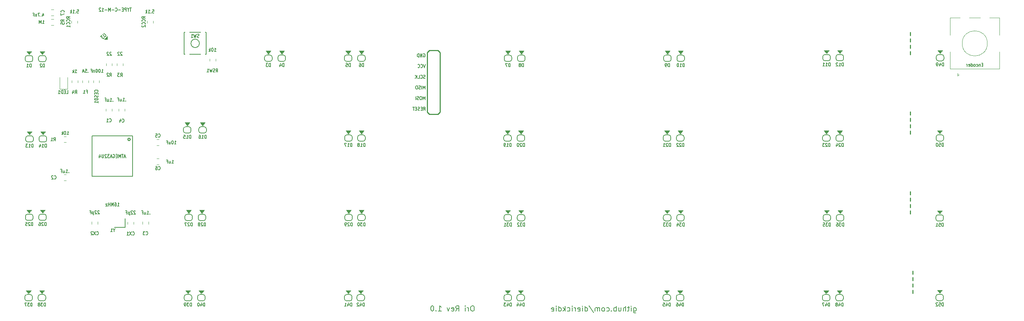
<source format=gbo>
G04 #@! TF.GenerationSoftware,KiCad,Pcbnew,(5.1.10-1-10_14)*
G04 #@! TF.CreationDate,2021-08-09T23:30:33-05:00*
G04 #@! TF.ProjectId,ori,6f72692e-6b69-4636-9164-5f7063625858,rev?*
G04 #@! TF.SameCoordinates,Original*
G04 #@! TF.FileFunction,Legend,Bot*
G04 #@! TF.FilePolarity,Positive*
%FSLAX46Y46*%
G04 Gerber Fmt 4.6, Leading zero omitted, Abs format (unit mm)*
G04 Created by KiCad (PCBNEW (5.1.10-1-10_14)) date 2021-08-09 23:30:33*
%MOMM*%
%LPD*%
G01*
G04 APERTURE LIST*
%ADD10C,0.250000*%
%ADD11C,0.150000*%
%ADD12C,0.200000*%
%ADD13C,0.100000*%
%ADD14C,0.120000*%
%ADD15C,0.254000*%
%ADD16C,0.203200*%
%ADD17C,4.500000*%
%ADD18C,0.800000*%
%ADD19C,2.540000*%
%ADD20C,1.701800*%
%ADD21C,3.987800*%
%ADD22R,2.000000X2.000000*%
%ADD23C,2.000000*%
%ADD24R,2.000000X3.200000*%
%ADD25R,2.100000X1.800000*%
%ADD26C,1.803400*%
%ADD27O,1.300000X2.400000*%
%ADD28O,1.300000X1.900000*%
%ADD29C,0.650000*%
%ADD30R,0.650000X1.060000*%
%ADD31R,1.100000X1.800000*%
G04 APERTURE END LIST*
D10*
X304924087Y-88539996D02*
X304924087Y-89299996D01*
X304924087Y-90059992D02*
X304924087Y-90819992D01*
X304924087Y-91579988D02*
X304924087Y-92339988D01*
X304924087Y-93099984D02*
X304924087Y-93859984D01*
X304924087Y-69539996D02*
X304924087Y-70299996D01*
X304924087Y-71059992D02*
X304924087Y-71819992D01*
X304924087Y-72579988D02*
X304924087Y-73339988D01*
X304924087Y-74099984D02*
X304924087Y-74859984D01*
D11*
X322196136Y-58283727D02*
X321962803Y-58283727D01*
X321862803Y-58702774D02*
X322196136Y-58702774D01*
X322196136Y-57902774D01*
X321862803Y-57902774D01*
X321562803Y-58169441D02*
X321562803Y-58702774D01*
X321562803Y-58245631D02*
X321529470Y-58207536D01*
X321462803Y-58169441D01*
X321362803Y-58169441D01*
X321296136Y-58207536D01*
X321262803Y-58283727D01*
X321262803Y-58702774D01*
X320629470Y-58664679D02*
X320696136Y-58702774D01*
X320829470Y-58702774D01*
X320896136Y-58664679D01*
X320929470Y-58626584D01*
X320962803Y-58550393D01*
X320962803Y-58321822D01*
X320929470Y-58245631D01*
X320896136Y-58207536D01*
X320829470Y-58169441D01*
X320696136Y-58169441D01*
X320629470Y-58207536D01*
X320229470Y-58702774D02*
X320296136Y-58664679D01*
X320329470Y-58626584D01*
X320362803Y-58550393D01*
X320362803Y-58321822D01*
X320329470Y-58245631D01*
X320296136Y-58207536D01*
X320229470Y-58169441D01*
X320129470Y-58169441D01*
X320062803Y-58207536D01*
X320029470Y-58245631D01*
X319996136Y-58321822D01*
X319996136Y-58550393D01*
X320029470Y-58626584D01*
X320062803Y-58664679D01*
X320129470Y-58702774D01*
X320229470Y-58702774D01*
X319396136Y-58702774D02*
X319396136Y-57902774D01*
X319396136Y-58664679D02*
X319462803Y-58702774D01*
X319596136Y-58702774D01*
X319662803Y-58664679D01*
X319696136Y-58626584D01*
X319729470Y-58550393D01*
X319729470Y-58321822D01*
X319696136Y-58245631D01*
X319662803Y-58207536D01*
X319596136Y-58169441D01*
X319462803Y-58169441D01*
X319396136Y-58207536D01*
X318796136Y-58664679D02*
X318862803Y-58702774D01*
X318996136Y-58702774D01*
X319062803Y-58664679D01*
X319096136Y-58588489D01*
X319096136Y-58283727D01*
X319062803Y-58207536D01*
X318996136Y-58169441D01*
X318862803Y-58169441D01*
X318796136Y-58207536D01*
X318762803Y-58283727D01*
X318762803Y-58359917D01*
X319096136Y-58436108D01*
X318462803Y-58702774D02*
X318462803Y-58169441D01*
X318462803Y-58321822D02*
X318429470Y-58245631D01*
X318396136Y-58207536D01*
X318329470Y-58169441D01*
X318262803Y-58169441D01*
D10*
X304923728Y-55099834D02*
X304923728Y-55859834D01*
X304923728Y-53579838D02*
X304923728Y-54339838D01*
X304923728Y-52059842D02*
X304923728Y-52819842D01*
X304923728Y-50539846D02*
X304923728Y-51299846D01*
X305519041Y-112099730D02*
X305519041Y-112859730D01*
X305519041Y-110579734D02*
X305519041Y-111339734D01*
X305519041Y-109059738D02*
X305519041Y-109819738D01*
X305519041Y-107539742D02*
X305519041Y-108299742D01*
D12*
X238994047Y-116282142D02*
X238994047Y-117294047D01*
X239053571Y-117413095D01*
X239113095Y-117472619D01*
X239232142Y-117532142D01*
X239410714Y-117532142D01*
X239529761Y-117472619D01*
X238994047Y-117055952D02*
X239113095Y-117115476D01*
X239351190Y-117115476D01*
X239470238Y-117055952D01*
X239529761Y-116996428D01*
X239589285Y-116877380D01*
X239589285Y-116520238D01*
X239529761Y-116401190D01*
X239470238Y-116341666D01*
X239351190Y-116282142D01*
X239113095Y-116282142D01*
X238994047Y-116341666D01*
X238398809Y-117115476D02*
X238398809Y-116282142D01*
X238398809Y-115865476D02*
X238458333Y-115925000D01*
X238398809Y-115984523D01*
X238339285Y-115925000D01*
X238398809Y-115865476D01*
X238398809Y-115984523D01*
X237982142Y-116282142D02*
X237505952Y-116282142D01*
X237803571Y-115865476D02*
X237803571Y-116936904D01*
X237744047Y-117055952D01*
X237625000Y-117115476D01*
X237505952Y-117115476D01*
X237089285Y-117115476D02*
X237089285Y-115865476D01*
X236553571Y-117115476D02*
X236553571Y-116460714D01*
X236613095Y-116341666D01*
X236732142Y-116282142D01*
X236910714Y-116282142D01*
X237029761Y-116341666D01*
X237089285Y-116401190D01*
X235422619Y-116282142D02*
X235422619Y-117115476D01*
X235958333Y-116282142D02*
X235958333Y-116936904D01*
X235898809Y-117055952D01*
X235779761Y-117115476D01*
X235601190Y-117115476D01*
X235482142Y-117055952D01*
X235422619Y-116996428D01*
X234827380Y-117115476D02*
X234827380Y-115865476D01*
X234827380Y-116341666D02*
X234708333Y-116282142D01*
X234470238Y-116282142D01*
X234351190Y-116341666D01*
X234291666Y-116401190D01*
X234232142Y-116520238D01*
X234232142Y-116877380D01*
X234291666Y-116996428D01*
X234351190Y-117055952D01*
X234470238Y-117115476D01*
X234708333Y-117115476D01*
X234827380Y-117055952D01*
X233696428Y-116996428D02*
X233636904Y-117055952D01*
X233696428Y-117115476D01*
X233755952Y-117055952D01*
X233696428Y-116996428D01*
X233696428Y-117115476D01*
X232565476Y-117055952D02*
X232684523Y-117115476D01*
X232922619Y-117115476D01*
X233041666Y-117055952D01*
X233101190Y-116996428D01*
X233160714Y-116877380D01*
X233160714Y-116520238D01*
X233101190Y-116401190D01*
X233041666Y-116341666D01*
X232922619Y-116282142D01*
X232684523Y-116282142D01*
X232565476Y-116341666D01*
X231851190Y-117115476D02*
X231970238Y-117055952D01*
X232029761Y-116996428D01*
X232089285Y-116877380D01*
X232089285Y-116520238D01*
X232029761Y-116401190D01*
X231970238Y-116341666D01*
X231851190Y-116282142D01*
X231672619Y-116282142D01*
X231553571Y-116341666D01*
X231494047Y-116401190D01*
X231434523Y-116520238D01*
X231434523Y-116877380D01*
X231494047Y-116996428D01*
X231553571Y-117055952D01*
X231672619Y-117115476D01*
X231851190Y-117115476D01*
X230898809Y-117115476D02*
X230898809Y-116282142D01*
X230898809Y-116401190D02*
X230839285Y-116341666D01*
X230720238Y-116282142D01*
X230541666Y-116282142D01*
X230422619Y-116341666D01*
X230363095Y-116460714D01*
X230363095Y-117115476D01*
X230363095Y-116460714D02*
X230303571Y-116341666D01*
X230184523Y-116282142D01*
X230005952Y-116282142D01*
X229886904Y-116341666D01*
X229827380Y-116460714D01*
X229827380Y-117115476D01*
X228339285Y-115805952D02*
X229410714Y-117413095D01*
X227386904Y-117115476D02*
X227386904Y-115865476D01*
X227386904Y-117055952D02*
X227505952Y-117115476D01*
X227744047Y-117115476D01*
X227863095Y-117055952D01*
X227922619Y-116996428D01*
X227982142Y-116877380D01*
X227982142Y-116520238D01*
X227922619Y-116401190D01*
X227863095Y-116341666D01*
X227744047Y-116282142D01*
X227505952Y-116282142D01*
X227386904Y-116341666D01*
X226791666Y-117115476D02*
X226791666Y-116282142D01*
X226791666Y-115865476D02*
X226851190Y-115925000D01*
X226791666Y-115984523D01*
X226732142Y-115925000D01*
X226791666Y-115865476D01*
X226791666Y-115984523D01*
X225720238Y-117055952D02*
X225839285Y-117115476D01*
X226077380Y-117115476D01*
X226196428Y-117055952D01*
X226255952Y-116936904D01*
X226255952Y-116460714D01*
X226196428Y-116341666D01*
X226077380Y-116282142D01*
X225839285Y-116282142D01*
X225720238Y-116341666D01*
X225660714Y-116460714D01*
X225660714Y-116579761D01*
X226255952Y-116698809D01*
X225125000Y-117115476D02*
X225125000Y-116282142D01*
X225125000Y-116520238D02*
X225065476Y-116401190D01*
X225005952Y-116341666D01*
X224886904Y-116282142D01*
X224767857Y-116282142D01*
X224351190Y-117115476D02*
X224351190Y-116282142D01*
X224351190Y-115865476D02*
X224410714Y-115925000D01*
X224351190Y-115984523D01*
X224291666Y-115925000D01*
X224351190Y-115865476D01*
X224351190Y-115984523D01*
X223220238Y-117055952D02*
X223339285Y-117115476D01*
X223577380Y-117115476D01*
X223696428Y-117055952D01*
X223755952Y-116996428D01*
X223815476Y-116877380D01*
X223815476Y-116520238D01*
X223755952Y-116401190D01*
X223696428Y-116341666D01*
X223577380Y-116282142D01*
X223339285Y-116282142D01*
X223220238Y-116341666D01*
X222684523Y-117115476D02*
X222684523Y-115865476D01*
X222565476Y-116639285D02*
X222208333Y-117115476D01*
X222208333Y-116282142D02*
X222684523Y-116758333D01*
X221136904Y-117115476D02*
X221136904Y-115865476D01*
X221136904Y-117055952D02*
X221255952Y-117115476D01*
X221494047Y-117115476D01*
X221613095Y-117055952D01*
X221672619Y-116996428D01*
X221732142Y-116877380D01*
X221732142Y-116520238D01*
X221672619Y-116401190D01*
X221613095Y-116341666D01*
X221494047Y-116282142D01*
X221255952Y-116282142D01*
X221136904Y-116341666D01*
X220541666Y-117115476D02*
X220541666Y-116282142D01*
X220541666Y-115865476D02*
X220601190Y-115925000D01*
X220541666Y-115984523D01*
X220482142Y-115925000D01*
X220541666Y-115865476D01*
X220541666Y-115984523D01*
X219470238Y-117055952D02*
X219589285Y-117115476D01*
X219827380Y-117115476D01*
X219946428Y-117055952D01*
X220005952Y-116936904D01*
X220005952Y-116460714D01*
X219946428Y-116341666D01*
X219827380Y-116282142D01*
X219589285Y-116282142D01*
X219470238Y-116341666D01*
X219410714Y-116460714D01*
X219410714Y-116579761D01*
X220005952Y-116698809D01*
X200730952Y-115815476D02*
X200492857Y-115815476D01*
X200373809Y-115875000D01*
X200254761Y-115994047D01*
X200195238Y-116232142D01*
X200195238Y-116648809D01*
X200254761Y-116886904D01*
X200373809Y-117005952D01*
X200492857Y-117065476D01*
X200730952Y-117065476D01*
X200850000Y-117005952D01*
X200969047Y-116886904D01*
X201028571Y-116648809D01*
X201028571Y-116232142D01*
X200969047Y-115994047D01*
X200850000Y-115875000D01*
X200730952Y-115815476D01*
X199659523Y-117065476D02*
X199659523Y-116232142D01*
X199659523Y-116470238D02*
X199600000Y-116351190D01*
X199540476Y-116291666D01*
X199421428Y-116232142D01*
X199302380Y-116232142D01*
X198885714Y-117065476D02*
X198885714Y-116232142D01*
X198885714Y-115815476D02*
X198945238Y-115875000D01*
X198885714Y-115934523D01*
X198826190Y-115875000D01*
X198885714Y-115815476D01*
X198885714Y-115934523D01*
X196623809Y-117065476D02*
X197040476Y-116470238D01*
X197338095Y-117065476D02*
X197338095Y-115815476D01*
X196861904Y-115815476D01*
X196742857Y-115875000D01*
X196683333Y-115934523D01*
X196623809Y-116053571D01*
X196623809Y-116232142D01*
X196683333Y-116351190D01*
X196742857Y-116410714D01*
X196861904Y-116470238D01*
X197338095Y-116470238D01*
X195611904Y-117005952D02*
X195730952Y-117065476D01*
X195969047Y-117065476D01*
X196088095Y-117005952D01*
X196147619Y-116886904D01*
X196147619Y-116410714D01*
X196088095Y-116291666D01*
X195969047Y-116232142D01*
X195730952Y-116232142D01*
X195611904Y-116291666D01*
X195552380Y-116410714D01*
X195552380Y-116529761D01*
X196147619Y-116648809D01*
X195135714Y-116232142D02*
X194838095Y-117065476D01*
X194540476Y-116232142D01*
X192457142Y-117065476D02*
X193171428Y-117065476D01*
X192814285Y-117065476D02*
X192814285Y-115815476D01*
X192933333Y-115994047D01*
X193052380Y-116113095D01*
X193171428Y-116172619D01*
X191921428Y-116946428D02*
X191861904Y-117005952D01*
X191921428Y-117065476D01*
X191980952Y-117005952D01*
X191921428Y-116946428D01*
X191921428Y-117065476D01*
X191088095Y-115815476D02*
X190969047Y-115815476D01*
X190850000Y-115875000D01*
X190790476Y-115934523D01*
X190730952Y-116053571D01*
X190671428Y-116291666D01*
X190671428Y-116589285D01*
X190730952Y-116827380D01*
X190790476Y-116946428D01*
X190850000Y-117005952D01*
X190969047Y-117065476D01*
X191088095Y-117065476D01*
X191207142Y-117005952D01*
X191266666Y-116946428D01*
X191326190Y-116827380D01*
X191385714Y-116589285D01*
X191385714Y-116291666D01*
X191326190Y-116053571D01*
X191266666Y-115934523D01*
X191207142Y-115875000D01*
X191088095Y-115815476D01*
D11*
X116033333Y-92011904D02*
X116433333Y-92011904D01*
X116233333Y-92011904D02*
X116233333Y-91211904D01*
X116300000Y-91326190D01*
X116366666Y-91402380D01*
X116433333Y-91440476D01*
X115433333Y-91211904D02*
X115566666Y-91211904D01*
X115633333Y-91250000D01*
X115666666Y-91288095D01*
X115733333Y-91402380D01*
X115766666Y-91554761D01*
X115766666Y-91859523D01*
X115733333Y-91935714D01*
X115700000Y-91973809D01*
X115633333Y-92011904D01*
X115500000Y-92011904D01*
X115433333Y-91973809D01*
X115400000Y-91935714D01*
X115366666Y-91859523D01*
X115366666Y-91669047D01*
X115400000Y-91592857D01*
X115433333Y-91554761D01*
X115500000Y-91516666D01*
X115633333Y-91516666D01*
X115700000Y-91554761D01*
X115733333Y-91592857D01*
X115766666Y-91669047D01*
X115066666Y-92011904D02*
X115066666Y-91211904D01*
X114833333Y-91783333D01*
X114600000Y-91211904D01*
X114600000Y-92011904D01*
X114266666Y-92011904D02*
X114266666Y-91211904D01*
X114266666Y-91592857D02*
X113866666Y-91592857D01*
X113866666Y-92011904D02*
X113866666Y-91211904D01*
X113600000Y-91478571D02*
X113233333Y-91478571D01*
X113600000Y-92011904D01*
X113233333Y-92011904D01*
D12*
X312390625Y-55856250D02*
X311590625Y-55856250D01*
X312890625Y-56856212D02*
X312890625Y-56356250D01*
X312390625Y-57356250D02*
X311590625Y-57356250D01*
X311090625Y-56356288D02*
X311090625Y-56856250D01*
D13*
G36*
X311990625Y-55642050D02*
G01*
X312590625Y-54842050D01*
X311390625Y-54842050D01*
X311990625Y-55642050D01*
G37*
X311990625Y-55642050D02*
X312590625Y-54842050D01*
X311390625Y-54842050D01*
X311990625Y-55642050D01*
D12*
X311590625Y-55856250D02*
G75*
G03*
X311090625Y-56356250I0J-500000D01*
G01*
X311090625Y-56856250D02*
G75*
G03*
X311590625Y-57356250I500000J0D01*
G01*
X312390625Y-57356250D02*
G75*
G03*
X312890625Y-56856250I0J500000D01*
G01*
X312890625Y-56356250D02*
G75*
G03*
X312390625Y-55856250I-500000J0D01*
G01*
X312290625Y-94106250D02*
X311490625Y-94106250D01*
X312790625Y-95106212D02*
X312790625Y-94606250D01*
X312290625Y-95606250D02*
X311490625Y-95606250D01*
X310990625Y-94606288D02*
X310990625Y-95106250D01*
D13*
G36*
X311890625Y-93892050D02*
G01*
X312490625Y-93092050D01*
X311290625Y-93092050D01*
X311890625Y-93892050D01*
G37*
X311890625Y-93892050D02*
X312490625Y-93092050D01*
X311290625Y-93092050D01*
X311890625Y-93892050D01*
D12*
X311490625Y-94106250D02*
G75*
G03*
X310990625Y-94606250I0J-500000D01*
G01*
X310990625Y-95106250D02*
G75*
G03*
X311490625Y-95606250I500000J0D01*
G01*
X312290625Y-95606250D02*
G75*
G03*
X312790625Y-95106250I0J500000D01*
G01*
X312790625Y-94606250D02*
G75*
G03*
X312290625Y-94106250I-500000J0D01*
G01*
X98587999Y-93949377D02*
X97787999Y-93949377D01*
X99087999Y-94949339D02*
X99087999Y-94449377D01*
X98587999Y-95449377D02*
X97787999Y-95449377D01*
X97287999Y-94449415D02*
X97287999Y-94949377D01*
D13*
G36*
X98187999Y-93735177D02*
G01*
X98787999Y-92935177D01*
X97587999Y-92935177D01*
X98187999Y-93735177D01*
G37*
X98187999Y-93735177D02*
X98787999Y-92935177D01*
X97587999Y-92935177D01*
X98187999Y-93735177D01*
D12*
X97787999Y-93949377D02*
G75*
G03*
X97287999Y-94449377I0J-500000D01*
G01*
X97287999Y-94949377D02*
G75*
G03*
X97787999Y-95449377I500000J0D01*
G01*
X98587999Y-95449377D02*
G75*
G03*
X99087999Y-94949377I0J500000D01*
G01*
X99087999Y-94449377D02*
G75*
G03*
X98587999Y-93949377I-500000J0D01*
G01*
D14*
X104160000Y-61250000D02*
X104160000Y-64110000D01*
X104160000Y-64110000D02*
X102240000Y-64110000D01*
X102240000Y-64110000D02*
X102240000Y-61250000D01*
X125388748Y-77510000D02*
X125911252Y-77510000D01*
X125388748Y-76090000D02*
X125911252Y-76090000D01*
X103786252Y-84490000D02*
X103263748Y-84490000D01*
X103786252Y-85910000D02*
X103263748Y-85910000D01*
D12*
X247431999Y-55994377D02*
X246631999Y-55994377D01*
X247931999Y-56994339D02*
X247931999Y-56494377D01*
X247431999Y-57494377D02*
X246631999Y-57494377D01*
X246131999Y-56494415D02*
X246131999Y-56994377D01*
D13*
G36*
X247031999Y-55780177D02*
G01*
X247631999Y-54980177D01*
X246431999Y-54980177D01*
X247031999Y-55780177D01*
G37*
X247031999Y-55780177D02*
X247631999Y-54980177D01*
X246431999Y-54980177D01*
X247031999Y-55780177D01*
D12*
X246631999Y-55994377D02*
G75*
G03*
X246131999Y-56494377I0J-500000D01*
G01*
X246131999Y-56994377D02*
G75*
G03*
X246631999Y-57494377I500000J0D01*
G01*
X247431999Y-57494377D02*
G75*
G03*
X247931999Y-56994377I0J500000D01*
G01*
X247931999Y-56494377D02*
G75*
G03*
X247431999Y-55994377I-500000J0D01*
G01*
D14*
X323252725Y-53193950D02*
G75*
G03*
X323252725Y-53193950I-3000000J0D01*
G01*
X314352725Y-59293950D02*
X326152725Y-59293950D01*
X314352725Y-51193950D02*
X314352725Y-47093950D01*
X314352725Y-47093950D02*
X316752725Y-47093950D01*
X318952725Y-47093950D02*
X321552725Y-47093950D01*
X323752725Y-47093950D02*
X326152725Y-47093950D01*
X326152725Y-47093950D02*
X326152725Y-51193950D01*
X314352725Y-55193950D02*
X314352725Y-59293950D01*
X326152725Y-55193950D02*
X326152725Y-59293950D01*
X316152725Y-60393950D02*
X316452725Y-60693950D01*
X316452725Y-60693950D02*
X316152725Y-60993950D01*
X316152725Y-60993950D02*
X316152725Y-60393950D01*
X105137000Y-62026748D02*
X105137000Y-62549252D01*
X106557000Y-62026748D02*
X106557000Y-62549252D01*
X110290000Y-62038748D02*
X110290000Y-62561252D01*
X111710000Y-62038748D02*
X111710000Y-62561252D01*
X100811252Y-47390000D02*
X100288748Y-47390000D01*
X100811252Y-48810000D02*
X100288748Y-48810000D01*
X100811252Y-45140000D02*
X100288748Y-45140000D01*
X100811252Y-46560000D02*
X100288748Y-46560000D01*
X139419000Y-57409252D02*
X139419000Y-56886748D01*
X137999000Y-57409252D02*
X137999000Y-56886748D01*
X123090000Y-47788748D02*
X123090000Y-48311252D01*
X124510000Y-47788748D02*
X124510000Y-48311252D01*
X106510000Y-47788748D02*
X106510000Y-48311252D01*
X105090000Y-47788748D02*
X105090000Y-48311252D01*
X117339999Y-58494254D02*
X117339999Y-57971750D01*
X115919999Y-58494254D02*
X115919999Y-57971750D01*
X114756000Y-58485252D02*
X114756000Y-57962748D01*
X113336000Y-58485252D02*
X113336000Y-57962748D01*
X103266247Y-76810000D02*
X103788751Y-76810000D01*
X103266247Y-75390000D02*
X103788751Y-75390000D01*
X122040000Y-95788748D02*
X122040000Y-96311252D01*
X123460000Y-95788748D02*
X123460000Y-96311252D01*
X117760000Y-69361252D02*
X117760000Y-68838748D01*
X116340000Y-69361252D02*
X116340000Y-68838748D01*
X114710000Y-69361252D02*
X114710000Y-68838748D01*
X113290000Y-69361252D02*
X113290000Y-68838748D01*
X119860000Y-96361252D02*
X119860000Y-95838748D01*
X118440000Y-96361252D02*
X118440000Y-95838748D01*
X109890000Y-95788748D02*
X109890000Y-96311252D01*
X111310000Y-95788748D02*
X111310000Y-96311252D01*
X125388748Y-82110000D02*
X125911252Y-82110000D01*
X125388748Y-80690000D02*
X125911252Y-80690000D01*
X109110000Y-62561252D02*
X109110000Y-62038748D01*
X107690000Y-62561252D02*
X107690000Y-62038748D01*
D12*
X117821000Y-94954000D02*
X117821000Y-97113000D01*
X117821000Y-97113000D02*
X115281000Y-97113000D01*
D15*
X192867200Y-69562000D02*
X192867200Y-55338000D01*
X192359200Y-70070000D02*
X192867200Y-69562000D01*
X190327200Y-70070000D02*
X192359200Y-70070000D01*
X189819200Y-69562000D02*
X190327200Y-70070000D01*
X189819200Y-55338000D02*
X189819200Y-69562000D01*
X190327200Y-54830000D02*
X189819200Y-55338000D01*
X192359200Y-54830000D02*
X190327200Y-54830000D01*
X192867200Y-55338000D02*
X192359200Y-54830000D01*
D16*
X119600000Y-75300000D02*
X110000000Y-75300000D01*
X110000000Y-75300000D02*
X110000000Y-84900000D01*
X110000000Y-84900000D02*
X119600000Y-84900000D01*
X119600000Y-84900000D02*
X119600000Y-75300000D01*
D15*
X119082700Y-76100000D02*
G75*
G03*
X119082700Y-76100000I-282700J0D01*
G01*
D12*
X95362999Y-56091377D02*
X94562999Y-56091377D01*
X95862999Y-57091339D02*
X95862999Y-56591377D01*
X95362999Y-57591377D02*
X94562999Y-57591377D01*
X94062999Y-56591415D02*
X94062999Y-57091377D01*
D13*
G36*
X94962999Y-55877177D02*
G01*
X95562999Y-55077177D01*
X94362999Y-55077177D01*
X94962999Y-55877177D01*
G37*
X94962999Y-55877177D02*
X95562999Y-55077177D01*
X94362999Y-55077177D01*
X94962999Y-55877177D01*
D12*
X94562999Y-56091377D02*
G75*
G03*
X94062999Y-56591377I0J-500000D01*
G01*
X94062999Y-57091377D02*
G75*
G03*
X94562999Y-57591377I500000J0D01*
G01*
X95362999Y-57591377D02*
G75*
G03*
X95862999Y-57091377I0J500000D01*
G01*
X95862999Y-56591377D02*
G75*
G03*
X95362999Y-56091377I-500000J0D01*
G01*
X98537999Y-56091377D02*
X97737999Y-56091377D01*
X99037999Y-57091339D02*
X99037999Y-56591377D01*
X98537999Y-57591377D02*
X97737999Y-57591377D01*
X97237999Y-56591415D02*
X97237999Y-57091377D01*
D13*
G36*
X98137999Y-55877177D02*
G01*
X98737999Y-55077177D01*
X97537999Y-55077177D01*
X98137999Y-55877177D01*
G37*
X98137999Y-55877177D02*
X98737999Y-55077177D01*
X97537999Y-55077177D01*
X98137999Y-55877177D01*
D12*
X97737999Y-56091377D02*
G75*
G03*
X97237999Y-56591377I0J-500000D01*
G01*
X97237999Y-57091377D02*
G75*
G03*
X97737999Y-57591377I500000J0D01*
G01*
X98537999Y-57591377D02*
G75*
G03*
X99037999Y-57091377I0J500000D01*
G01*
X99037999Y-56591377D02*
G75*
G03*
X98537999Y-56091377I-500000J0D01*
G01*
X152385999Y-55981002D02*
X151585999Y-55981002D01*
X152885999Y-56980964D02*
X152885999Y-56481002D01*
X152385999Y-57481002D02*
X151585999Y-57481002D01*
X151085999Y-56481040D02*
X151085999Y-56981002D01*
D13*
G36*
X151985999Y-55766802D02*
G01*
X152585999Y-54966802D01*
X151385999Y-54966802D01*
X151985999Y-55766802D01*
G37*
X151985999Y-55766802D02*
X152585999Y-54966802D01*
X151385999Y-54966802D01*
X151985999Y-55766802D01*
D12*
X151585999Y-55981002D02*
G75*
G03*
X151085999Y-56481002I0J-500000D01*
G01*
X151085999Y-56981002D02*
G75*
G03*
X151585999Y-57481002I500000J0D01*
G01*
X152385999Y-57481002D02*
G75*
G03*
X152885999Y-56981002I0J500000D01*
G01*
X152885999Y-56481002D02*
G75*
G03*
X152385999Y-55981002I-500000J0D01*
G01*
X155560999Y-55981002D02*
X154760999Y-55981002D01*
X156060999Y-56980964D02*
X156060999Y-56481002D01*
X155560999Y-57481002D02*
X154760999Y-57481002D01*
X154260999Y-56481040D02*
X154260999Y-56981002D01*
D13*
G36*
X155160999Y-55766802D02*
G01*
X155760999Y-54966802D01*
X154560999Y-54966802D01*
X155160999Y-55766802D01*
G37*
X155160999Y-55766802D02*
X155760999Y-54966802D01*
X154560999Y-54966802D01*
X155160999Y-55766802D01*
D12*
X154760999Y-55981002D02*
G75*
G03*
X154260999Y-56481002I0J-500000D01*
G01*
X154260999Y-56981002D02*
G75*
G03*
X154760999Y-57481002I500000J0D01*
G01*
X155560999Y-57481002D02*
G75*
G03*
X156060999Y-56981002I0J500000D01*
G01*
X156060999Y-56481002D02*
G75*
G03*
X155560999Y-55981002I-500000J0D01*
G01*
X171385999Y-55983377D02*
X170585999Y-55983377D01*
X171885999Y-56983339D02*
X171885999Y-56483377D01*
X171385999Y-57483377D02*
X170585999Y-57483377D01*
X170085999Y-56483415D02*
X170085999Y-56983377D01*
D13*
G36*
X170985999Y-55769177D02*
G01*
X171585999Y-54969177D01*
X170385999Y-54969177D01*
X170985999Y-55769177D01*
G37*
X170985999Y-55769177D02*
X171585999Y-54969177D01*
X170385999Y-54969177D01*
X170985999Y-55769177D01*
D12*
X170585999Y-55983377D02*
G75*
G03*
X170085999Y-56483377I0J-500000D01*
G01*
X170085999Y-56983377D02*
G75*
G03*
X170585999Y-57483377I500000J0D01*
G01*
X171385999Y-57483377D02*
G75*
G03*
X171885999Y-56983377I0J500000D01*
G01*
X171885999Y-56483377D02*
G75*
G03*
X171385999Y-55983377I-500000J0D01*
G01*
X174560999Y-55983377D02*
X173760999Y-55983377D01*
X175060999Y-56983339D02*
X175060999Y-56483377D01*
X174560999Y-57483377D02*
X173760999Y-57483377D01*
X173260999Y-56483415D02*
X173260999Y-56983377D01*
D13*
G36*
X174160999Y-55769177D02*
G01*
X174760999Y-54969177D01*
X173560999Y-54969177D01*
X174160999Y-55769177D01*
G37*
X174160999Y-55769177D02*
X174760999Y-54969177D01*
X173560999Y-54969177D01*
X174160999Y-55769177D01*
D12*
X173760999Y-55983377D02*
G75*
G03*
X173260999Y-56483377I0J-500000D01*
G01*
X173260999Y-56983377D02*
G75*
G03*
X173760999Y-57483377I500000J0D01*
G01*
X174560999Y-57483377D02*
G75*
G03*
X175060999Y-56983377I0J500000D01*
G01*
X175060999Y-56483377D02*
G75*
G03*
X174560999Y-55983377I-500000J0D01*
G01*
X209458999Y-55994377D02*
X208658999Y-55994377D01*
X209958999Y-56994339D02*
X209958999Y-56494377D01*
X209458999Y-57494377D02*
X208658999Y-57494377D01*
X208158999Y-56494415D02*
X208158999Y-56994377D01*
D13*
G36*
X209058999Y-55780177D02*
G01*
X209658999Y-54980177D01*
X208458999Y-54980177D01*
X209058999Y-55780177D01*
G37*
X209058999Y-55780177D02*
X209658999Y-54980177D01*
X208458999Y-54980177D01*
X209058999Y-55780177D01*
D12*
X208658999Y-55994377D02*
G75*
G03*
X208158999Y-56494377I0J-500000D01*
G01*
X208158999Y-56994377D02*
G75*
G03*
X208658999Y-57494377I500000J0D01*
G01*
X209458999Y-57494377D02*
G75*
G03*
X209958999Y-56994377I0J500000D01*
G01*
X209958999Y-56494377D02*
G75*
G03*
X209458999Y-55994377I-500000J0D01*
G01*
X212633999Y-55994377D02*
X211833999Y-55994377D01*
X213133999Y-56994339D02*
X213133999Y-56494377D01*
X212633999Y-57494377D02*
X211833999Y-57494377D01*
X211333999Y-56494415D02*
X211333999Y-56994377D01*
D13*
G36*
X212233999Y-55780177D02*
G01*
X212833999Y-54980177D01*
X211633999Y-54980177D01*
X212233999Y-55780177D01*
G37*
X212233999Y-55780177D02*
X212833999Y-54980177D01*
X211633999Y-54980177D01*
X212233999Y-55780177D01*
D12*
X211833999Y-55994377D02*
G75*
G03*
X211333999Y-56494377I0J-500000D01*
G01*
X211333999Y-56994377D02*
G75*
G03*
X211833999Y-57494377I500000J0D01*
G01*
X212633999Y-57494377D02*
G75*
G03*
X213133999Y-56994377I0J500000D01*
G01*
X213133999Y-56494377D02*
G75*
G03*
X212633999Y-55994377I-500000J0D01*
G01*
X250606999Y-55994377D02*
X249806999Y-55994377D01*
X251106999Y-56994339D02*
X251106999Y-56494377D01*
X250606999Y-57494377D02*
X249806999Y-57494377D01*
X249306999Y-56494415D02*
X249306999Y-56994377D01*
D13*
G36*
X250206999Y-55780177D02*
G01*
X250806999Y-54980177D01*
X249606999Y-54980177D01*
X250206999Y-55780177D01*
G37*
X250206999Y-55780177D02*
X250806999Y-54980177D01*
X249606999Y-54980177D01*
X250206999Y-55780177D01*
D12*
X249806999Y-55994377D02*
G75*
G03*
X249306999Y-56494377I0J-500000D01*
G01*
X249306999Y-56994377D02*
G75*
G03*
X249806999Y-57494377I500000J0D01*
G01*
X250606999Y-57494377D02*
G75*
G03*
X251106999Y-56994377I0J500000D01*
G01*
X251106999Y-56494377D02*
G75*
G03*
X250606999Y-55994377I-500000J0D01*
G01*
X285350000Y-55850000D02*
X284550000Y-55850000D01*
X285850000Y-56849962D02*
X285850000Y-56350000D01*
X285350000Y-57350000D02*
X284550000Y-57350000D01*
X284050000Y-56350038D02*
X284050000Y-56850000D01*
D13*
G36*
X284950000Y-55635800D02*
G01*
X285550000Y-54835800D01*
X284350000Y-54835800D01*
X284950000Y-55635800D01*
G37*
X284950000Y-55635800D02*
X285550000Y-54835800D01*
X284350000Y-54835800D01*
X284950000Y-55635800D01*
D12*
X284550000Y-55850000D02*
G75*
G03*
X284050000Y-56350000I0J-500000D01*
G01*
X284050000Y-56850000D02*
G75*
G03*
X284550000Y-57350000I500000J0D01*
G01*
X285350000Y-57350000D02*
G75*
G03*
X285850000Y-56850000I0J500000D01*
G01*
X285850000Y-56350000D02*
G75*
G03*
X285350000Y-55850000I-500000J0D01*
G01*
X95489999Y-75241377D02*
X94689999Y-75241377D01*
X95989999Y-76241339D02*
X95989999Y-75741377D01*
X95489999Y-76741377D02*
X94689999Y-76741377D01*
X94189999Y-75741415D02*
X94189999Y-76241377D01*
D13*
G36*
X95089999Y-75027177D02*
G01*
X95689999Y-74227177D01*
X94489999Y-74227177D01*
X95089999Y-75027177D01*
G37*
X95089999Y-75027177D02*
X95689999Y-74227177D01*
X94489999Y-74227177D01*
X95089999Y-75027177D01*
D12*
X94689999Y-75241377D02*
G75*
G03*
X94189999Y-75741377I0J-500000D01*
G01*
X94189999Y-76241377D02*
G75*
G03*
X94689999Y-76741377I500000J0D01*
G01*
X95489999Y-76741377D02*
G75*
G03*
X95989999Y-76241377I0J500000D01*
G01*
X95989999Y-75741377D02*
G75*
G03*
X95489999Y-75241377I-500000J0D01*
G01*
X98664999Y-75241377D02*
X97864999Y-75241377D01*
X99164999Y-76241339D02*
X99164999Y-75741377D01*
X98664999Y-76741377D02*
X97864999Y-76741377D01*
X97364999Y-75741415D02*
X97364999Y-76241377D01*
D13*
G36*
X98264999Y-75027177D02*
G01*
X98864999Y-74227177D01*
X97664999Y-74227177D01*
X98264999Y-75027177D01*
G37*
X98264999Y-75027177D02*
X98864999Y-74227177D01*
X97664999Y-74227177D01*
X98264999Y-75027177D01*
D12*
X97864999Y-75241377D02*
G75*
G03*
X97364999Y-75741377I0J-500000D01*
G01*
X97364999Y-76241377D02*
G75*
G03*
X97864999Y-76741377I500000J0D01*
G01*
X98664999Y-76741377D02*
G75*
G03*
X99164999Y-76241377I0J500000D01*
G01*
X99164999Y-75741377D02*
G75*
G03*
X98664999Y-75241377I-500000J0D01*
G01*
X133050000Y-73092377D02*
X132250000Y-73092377D01*
X133550000Y-74092339D02*
X133550000Y-73592377D01*
X133050000Y-74592377D02*
X132250000Y-74592377D01*
X131750000Y-73592415D02*
X131750000Y-74092377D01*
D13*
G36*
X132650000Y-72878177D02*
G01*
X133250000Y-72078177D01*
X132050000Y-72078177D01*
X132650000Y-72878177D01*
G37*
X132650000Y-72878177D02*
X133250000Y-72078177D01*
X132050000Y-72078177D01*
X132650000Y-72878177D01*
D12*
X132250000Y-73092377D02*
G75*
G03*
X131750000Y-73592377I0J-500000D01*
G01*
X131750000Y-74092377D02*
G75*
G03*
X132250000Y-74592377I500000J0D01*
G01*
X133050000Y-74592377D02*
G75*
G03*
X133550000Y-74092377I0J500000D01*
G01*
X133550000Y-73592377D02*
G75*
G03*
X133050000Y-73092377I-500000J0D01*
G01*
X136714999Y-73092377D02*
X135914999Y-73092377D01*
X137214999Y-74092339D02*
X137214999Y-73592377D01*
X136714999Y-74592377D02*
X135914999Y-74592377D01*
X135414999Y-73592415D02*
X135414999Y-74092377D01*
D13*
G36*
X136314999Y-72878177D02*
G01*
X136914999Y-72078177D01*
X135714999Y-72078177D01*
X136314999Y-72878177D01*
G37*
X136314999Y-72878177D02*
X136914999Y-72078177D01*
X135714999Y-72078177D01*
X136314999Y-72878177D01*
D12*
X135914999Y-73092377D02*
G75*
G03*
X135414999Y-73592377I0J-500000D01*
G01*
X135414999Y-74092377D02*
G75*
G03*
X135914999Y-74592377I500000J0D01*
G01*
X136714999Y-74592377D02*
G75*
G03*
X137214999Y-74092377I0J500000D01*
G01*
X137214999Y-73592377D02*
G75*
G03*
X136714999Y-73092377I-500000J0D01*
G01*
X171450000Y-75042377D02*
X170650000Y-75042377D01*
X171950000Y-76042339D02*
X171950000Y-75542377D01*
X171450000Y-76542377D02*
X170650000Y-76542377D01*
X170150000Y-75542415D02*
X170150000Y-76042377D01*
D13*
G36*
X171050000Y-74828177D02*
G01*
X171650000Y-74028177D01*
X170450000Y-74028177D01*
X171050000Y-74828177D01*
G37*
X171050000Y-74828177D02*
X171650000Y-74028177D01*
X170450000Y-74028177D01*
X171050000Y-74828177D01*
D12*
X170650000Y-75042377D02*
G75*
G03*
X170150000Y-75542377I0J-500000D01*
G01*
X170150000Y-76042377D02*
G75*
G03*
X170650000Y-76542377I500000J0D01*
G01*
X171450000Y-76542377D02*
G75*
G03*
X171950000Y-76042377I0J500000D01*
G01*
X171950000Y-75542377D02*
G75*
G03*
X171450000Y-75042377I-500000J0D01*
G01*
X174550000Y-75042377D02*
X173750000Y-75042377D01*
X175050000Y-76042339D02*
X175050000Y-75542377D01*
X174550000Y-76542377D02*
X173750000Y-76542377D01*
X173250000Y-75542415D02*
X173250000Y-76042377D01*
D13*
G36*
X174150000Y-74828177D02*
G01*
X174750000Y-74028177D01*
X173550000Y-74028177D01*
X174150000Y-74828177D01*
G37*
X174150000Y-74828177D02*
X174750000Y-74028177D01*
X173550000Y-74028177D01*
X174150000Y-74828177D01*
D12*
X173750000Y-75042377D02*
G75*
G03*
X173250000Y-75542377I0J-500000D01*
G01*
X173250000Y-76042377D02*
G75*
G03*
X173750000Y-76542377I500000J0D01*
G01*
X174550000Y-76542377D02*
G75*
G03*
X175050000Y-76042377I0J500000D01*
G01*
X175050000Y-75542377D02*
G75*
G03*
X174550000Y-75042377I-500000J0D01*
G01*
X209358999Y-75042377D02*
X208558999Y-75042377D01*
X209858999Y-76042339D02*
X209858999Y-75542377D01*
X209358999Y-76542377D02*
X208558999Y-76542377D01*
X208058999Y-75542415D02*
X208058999Y-76042377D01*
D13*
G36*
X208958999Y-74828177D02*
G01*
X209558999Y-74028177D01*
X208358999Y-74028177D01*
X208958999Y-74828177D01*
G37*
X208958999Y-74828177D02*
X209558999Y-74028177D01*
X208358999Y-74028177D01*
X208958999Y-74828177D01*
D12*
X208558999Y-75042377D02*
G75*
G03*
X208058999Y-75542377I0J-500000D01*
G01*
X208058999Y-76042377D02*
G75*
G03*
X208558999Y-76542377I500000J0D01*
G01*
X209358999Y-76542377D02*
G75*
G03*
X209858999Y-76042377I0J500000D01*
G01*
X209858999Y-75542377D02*
G75*
G03*
X209358999Y-75042377I-500000J0D01*
G01*
X212533999Y-75042377D02*
X211733999Y-75042377D01*
X213033999Y-76042339D02*
X213033999Y-75542377D01*
X212533999Y-76542377D02*
X211733999Y-76542377D01*
X211233999Y-75542415D02*
X211233999Y-76042377D01*
D13*
G36*
X212133999Y-74828177D02*
G01*
X212733999Y-74028177D01*
X211533999Y-74028177D01*
X212133999Y-74828177D01*
G37*
X212133999Y-74828177D02*
X212733999Y-74028177D01*
X211533999Y-74028177D01*
X212133999Y-74828177D01*
D12*
X211733999Y-75042377D02*
G75*
G03*
X211233999Y-75542377I0J-500000D01*
G01*
X211233999Y-76042377D02*
G75*
G03*
X211733999Y-76542377I500000J0D01*
G01*
X212533999Y-76542377D02*
G75*
G03*
X213033999Y-76042377I0J500000D01*
G01*
X213033999Y-75542377D02*
G75*
G03*
X212533999Y-75042377I-500000J0D01*
G01*
X247331999Y-75042377D02*
X246531999Y-75042377D01*
X247831999Y-76042339D02*
X247831999Y-75542377D01*
X247331999Y-76542377D02*
X246531999Y-76542377D01*
X246031999Y-75542415D02*
X246031999Y-76042377D01*
D13*
G36*
X246931999Y-74828177D02*
G01*
X247531999Y-74028177D01*
X246331999Y-74028177D01*
X246931999Y-74828177D01*
G37*
X246931999Y-74828177D02*
X247531999Y-74028177D01*
X246331999Y-74028177D01*
X246931999Y-74828177D01*
D12*
X246531999Y-75042377D02*
G75*
G03*
X246031999Y-75542377I0J-500000D01*
G01*
X246031999Y-76042377D02*
G75*
G03*
X246531999Y-76542377I500000J0D01*
G01*
X247331999Y-76542377D02*
G75*
G03*
X247831999Y-76042377I0J500000D01*
G01*
X247831999Y-75542377D02*
G75*
G03*
X247331999Y-75042377I-500000J0D01*
G01*
X250506999Y-75042377D02*
X249706999Y-75042377D01*
X251006999Y-76042339D02*
X251006999Y-75542377D01*
X250506999Y-76542377D02*
X249706999Y-76542377D01*
X249206999Y-75542415D02*
X249206999Y-76042377D01*
D13*
G36*
X250106999Y-74828177D02*
G01*
X250706999Y-74028177D01*
X249506999Y-74028177D01*
X250106999Y-74828177D01*
G37*
X250106999Y-74828177D02*
X250706999Y-74028177D01*
X249506999Y-74028177D01*
X250106999Y-74828177D01*
D12*
X249706999Y-75042377D02*
G75*
G03*
X249206999Y-75542377I0J-500000D01*
G01*
X249206999Y-76042377D02*
G75*
G03*
X249706999Y-76542377I500000J0D01*
G01*
X250506999Y-76542377D02*
G75*
G03*
X251006999Y-76042377I0J500000D01*
G01*
X251006999Y-75542377D02*
G75*
G03*
X250506999Y-75042377I-500000J0D01*
G01*
X285304999Y-75042377D02*
X284504999Y-75042377D01*
X285804999Y-76042339D02*
X285804999Y-75542377D01*
X285304999Y-76542377D02*
X284504999Y-76542377D01*
X284004999Y-75542415D02*
X284004999Y-76042377D01*
D13*
G36*
X284904999Y-74828177D02*
G01*
X285504999Y-74028177D01*
X284304999Y-74028177D01*
X284904999Y-74828177D01*
G37*
X284904999Y-74828177D02*
X285504999Y-74028177D01*
X284304999Y-74028177D01*
X284904999Y-74828177D01*
D12*
X284504999Y-75042377D02*
G75*
G03*
X284004999Y-75542377I0J-500000D01*
G01*
X284004999Y-76042377D02*
G75*
G03*
X284504999Y-76542377I500000J0D01*
G01*
X285304999Y-76542377D02*
G75*
G03*
X285804999Y-76042377I0J500000D01*
G01*
X285804999Y-75542377D02*
G75*
G03*
X285304999Y-75042377I-500000J0D01*
G01*
X288479999Y-75042377D02*
X287679999Y-75042377D01*
X288979999Y-76042339D02*
X288979999Y-75542377D01*
X288479999Y-76542377D02*
X287679999Y-76542377D01*
X287179999Y-75542415D02*
X287179999Y-76042377D01*
D13*
G36*
X288079999Y-74828177D02*
G01*
X288679999Y-74028177D01*
X287479999Y-74028177D01*
X288079999Y-74828177D01*
G37*
X288079999Y-74828177D02*
X288679999Y-74028177D01*
X287479999Y-74028177D01*
X288079999Y-74828177D01*
D12*
X287679999Y-75042377D02*
G75*
G03*
X287179999Y-75542377I0J-500000D01*
G01*
X287179999Y-76042377D02*
G75*
G03*
X287679999Y-76542377I500000J0D01*
G01*
X288479999Y-76542377D02*
G75*
G03*
X288979999Y-76042377I0J500000D01*
G01*
X288979999Y-75542377D02*
G75*
G03*
X288479999Y-75042377I-500000J0D01*
G01*
X95412999Y-93949377D02*
X94612999Y-93949377D01*
X95912999Y-94949339D02*
X95912999Y-94449377D01*
X95412999Y-95449377D02*
X94612999Y-95449377D01*
X94112999Y-94449415D02*
X94112999Y-94949377D01*
D13*
G36*
X95012999Y-93735177D02*
G01*
X95612999Y-92935177D01*
X94412999Y-92935177D01*
X95012999Y-93735177D01*
G37*
X95012999Y-93735177D02*
X95612999Y-92935177D01*
X94412999Y-92935177D01*
X95012999Y-93735177D01*
D12*
X94612999Y-93949377D02*
G75*
G03*
X94112999Y-94449377I0J-500000D01*
G01*
X94112999Y-94949377D02*
G75*
G03*
X94612999Y-95449377I500000J0D01*
G01*
X95412999Y-95449377D02*
G75*
G03*
X95912999Y-94949377I0J500000D01*
G01*
X95912999Y-94449377D02*
G75*
G03*
X95412999Y-93949377I-500000J0D01*
G01*
X133385999Y-93999377D02*
X132585999Y-93999377D01*
X133885999Y-94999339D02*
X133885999Y-94499377D01*
X133385999Y-95499377D02*
X132585999Y-95499377D01*
X132085999Y-94499415D02*
X132085999Y-94999377D01*
D13*
G36*
X132985999Y-93785177D02*
G01*
X133585999Y-92985177D01*
X132385999Y-92985177D01*
X132985999Y-93785177D01*
G37*
X132985999Y-93785177D02*
X133585999Y-92985177D01*
X132385999Y-92985177D01*
X132985999Y-93785177D01*
D12*
X132585999Y-93999377D02*
G75*
G03*
X132085999Y-94499377I0J-500000D01*
G01*
X132085999Y-94999377D02*
G75*
G03*
X132585999Y-95499377I500000J0D01*
G01*
X133385999Y-95499377D02*
G75*
G03*
X133885999Y-94999377I0J500000D01*
G01*
X133885999Y-94499377D02*
G75*
G03*
X133385999Y-93999377I-500000J0D01*
G01*
X136560999Y-93999377D02*
X135760999Y-93999377D01*
X137060999Y-94999339D02*
X137060999Y-94499377D01*
X136560999Y-95499377D02*
X135760999Y-95499377D01*
X135260999Y-94499415D02*
X135260999Y-94999377D01*
D13*
G36*
X136160999Y-93785177D02*
G01*
X136760999Y-92985177D01*
X135560999Y-92985177D01*
X136160999Y-93785177D01*
G37*
X136160999Y-93785177D02*
X136760999Y-92985177D01*
X135560999Y-92985177D01*
X136160999Y-93785177D01*
D12*
X135760999Y-93999377D02*
G75*
G03*
X135260999Y-94499377I0J-500000D01*
G01*
X135260999Y-94999377D02*
G75*
G03*
X135760999Y-95499377I500000J0D01*
G01*
X136560999Y-95499377D02*
G75*
G03*
X137060999Y-94999377I0J500000D01*
G01*
X137060999Y-94499377D02*
G75*
G03*
X136560999Y-93999377I-500000J0D01*
G01*
X171485999Y-93999377D02*
X170685999Y-93999377D01*
X171985999Y-94999339D02*
X171985999Y-94499377D01*
X171485999Y-95499377D02*
X170685999Y-95499377D01*
X170185999Y-94499415D02*
X170185999Y-94999377D01*
D13*
G36*
X171085999Y-93785177D02*
G01*
X171685999Y-92985177D01*
X170485999Y-92985177D01*
X171085999Y-93785177D01*
G37*
X171085999Y-93785177D02*
X171685999Y-92985177D01*
X170485999Y-92985177D01*
X171085999Y-93785177D01*
D12*
X170685999Y-93999377D02*
G75*
G03*
X170185999Y-94499377I0J-500000D01*
G01*
X170185999Y-94999377D02*
G75*
G03*
X170685999Y-95499377I500000J0D01*
G01*
X171485999Y-95499377D02*
G75*
G03*
X171985999Y-94999377I0J500000D01*
G01*
X171985999Y-94499377D02*
G75*
G03*
X171485999Y-93999377I-500000J0D01*
G01*
X174550000Y-93999377D02*
X173750000Y-93999377D01*
X175050000Y-94999339D02*
X175050000Y-94499377D01*
X174550000Y-95499377D02*
X173750000Y-95499377D01*
X173250000Y-94499415D02*
X173250000Y-94999377D01*
D13*
G36*
X174150000Y-93785177D02*
G01*
X174750000Y-92985177D01*
X173550000Y-92985177D01*
X174150000Y-93785177D01*
G37*
X174150000Y-93785177D02*
X174750000Y-92985177D01*
X173550000Y-92985177D01*
X174150000Y-93785177D01*
D12*
X173750000Y-93999377D02*
G75*
G03*
X173250000Y-94499377I0J-500000D01*
G01*
X173250000Y-94999377D02*
G75*
G03*
X173750000Y-95499377I500000J0D01*
G01*
X174550000Y-95499377D02*
G75*
G03*
X175050000Y-94999377I0J500000D01*
G01*
X175050000Y-94499377D02*
G75*
G03*
X174550000Y-93999377I-500000J0D01*
G01*
X209408999Y-94049377D02*
X208608999Y-94049377D01*
X209908999Y-95049339D02*
X209908999Y-94549377D01*
X209408999Y-95549377D02*
X208608999Y-95549377D01*
X208108999Y-94549415D02*
X208108999Y-95049377D01*
D13*
G36*
X209008999Y-93835177D02*
G01*
X209608999Y-93035177D01*
X208408999Y-93035177D01*
X209008999Y-93835177D01*
G37*
X209008999Y-93835177D02*
X209608999Y-93035177D01*
X208408999Y-93035177D01*
X209008999Y-93835177D01*
D12*
X208608999Y-94049377D02*
G75*
G03*
X208108999Y-94549377I0J-500000D01*
G01*
X208108999Y-95049377D02*
G75*
G03*
X208608999Y-95549377I500000J0D01*
G01*
X209408999Y-95549377D02*
G75*
G03*
X209908999Y-95049377I0J500000D01*
G01*
X209908999Y-94549377D02*
G75*
G03*
X209408999Y-94049377I-500000J0D01*
G01*
X212583999Y-94049377D02*
X211783999Y-94049377D01*
X213083999Y-95049339D02*
X213083999Y-94549377D01*
X212583999Y-95549377D02*
X211783999Y-95549377D01*
X211283999Y-94549415D02*
X211283999Y-95049377D01*
D13*
G36*
X212183999Y-93835177D02*
G01*
X212783999Y-93035177D01*
X211583999Y-93035177D01*
X212183999Y-93835177D01*
G37*
X212183999Y-93835177D02*
X212783999Y-93035177D01*
X211583999Y-93035177D01*
X212183999Y-93835177D01*
D12*
X211783999Y-94049377D02*
G75*
G03*
X211283999Y-94549377I0J-500000D01*
G01*
X211283999Y-95049377D02*
G75*
G03*
X211783999Y-95549377I500000J0D01*
G01*
X212583999Y-95549377D02*
G75*
G03*
X213083999Y-95049377I0J500000D01*
G01*
X213083999Y-94549377D02*
G75*
G03*
X212583999Y-94049377I-500000J0D01*
G01*
X247381999Y-94049377D02*
X246581999Y-94049377D01*
X247881999Y-95049339D02*
X247881999Y-94549377D01*
X247381999Y-95549377D02*
X246581999Y-95549377D01*
X246081999Y-94549415D02*
X246081999Y-95049377D01*
D13*
G36*
X246981999Y-93835177D02*
G01*
X247581999Y-93035177D01*
X246381999Y-93035177D01*
X246981999Y-93835177D01*
G37*
X246981999Y-93835177D02*
X247581999Y-93035177D01*
X246381999Y-93035177D01*
X246981999Y-93835177D01*
D12*
X246581999Y-94049377D02*
G75*
G03*
X246081999Y-94549377I0J-500000D01*
G01*
X246081999Y-95049377D02*
G75*
G03*
X246581999Y-95549377I500000J0D01*
G01*
X247381999Y-95549377D02*
G75*
G03*
X247881999Y-95049377I0J500000D01*
G01*
X247881999Y-94549377D02*
G75*
G03*
X247381999Y-94049377I-500000J0D01*
G01*
X250556999Y-94049377D02*
X249756999Y-94049377D01*
X251056999Y-95049339D02*
X251056999Y-94549377D01*
X250556999Y-95549377D02*
X249756999Y-95549377D01*
X249256999Y-94549415D02*
X249256999Y-95049377D01*
D13*
G36*
X250156999Y-93835177D02*
G01*
X250756999Y-93035177D01*
X249556999Y-93035177D01*
X250156999Y-93835177D01*
G37*
X250156999Y-93835177D02*
X250756999Y-93035177D01*
X249556999Y-93035177D01*
X250156999Y-93835177D01*
D12*
X249756999Y-94049377D02*
G75*
G03*
X249256999Y-94549377I0J-500000D01*
G01*
X249256999Y-95049377D02*
G75*
G03*
X249756999Y-95549377I500000J0D01*
G01*
X250556999Y-95549377D02*
G75*
G03*
X251056999Y-95049377I0J500000D01*
G01*
X251056999Y-94549377D02*
G75*
G03*
X250556999Y-94049377I-500000J0D01*
G01*
X285404999Y-94049377D02*
X284604999Y-94049377D01*
X285904999Y-95049339D02*
X285904999Y-94549377D01*
X285404999Y-95549377D02*
X284604999Y-95549377D01*
X284104999Y-94549415D02*
X284104999Y-95049377D01*
D13*
G36*
X285004999Y-93835177D02*
G01*
X285604999Y-93035177D01*
X284404999Y-93035177D01*
X285004999Y-93835177D01*
G37*
X285004999Y-93835177D02*
X285604999Y-93035177D01*
X284404999Y-93035177D01*
X285004999Y-93835177D01*
D12*
X284604999Y-94049377D02*
G75*
G03*
X284104999Y-94549377I0J-500000D01*
G01*
X284104999Y-95049377D02*
G75*
G03*
X284604999Y-95549377I500000J0D01*
G01*
X285404999Y-95549377D02*
G75*
G03*
X285904999Y-95049377I0J500000D01*
G01*
X285904999Y-94549377D02*
G75*
G03*
X285404999Y-94049377I-500000J0D01*
G01*
X288579999Y-94049377D02*
X287779999Y-94049377D01*
X289079999Y-95049339D02*
X289079999Y-94549377D01*
X288579999Y-95549377D02*
X287779999Y-95549377D01*
X287279999Y-94549415D02*
X287279999Y-95049377D01*
D13*
G36*
X288179999Y-93835177D02*
G01*
X288779999Y-93035177D01*
X287579999Y-93035177D01*
X288179999Y-93835177D01*
G37*
X288179999Y-93835177D02*
X288779999Y-93035177D01*
X287579999Y-93035177D01*
X288179999Y-93835177D01*
D12*
X287779999Y-94049377D02*
G75*
G03*
X287279999Y-94549377I0J-500000D01*
G01*
X287279999Y-95049377D02*
G75*
G03*
X287779999Y-95549377I500000J0D01*
G01*
X288579999Y-95549377D02*
G75*
G03*
X289079999Y-95049377I0J500000D01*
G01*
X289079999Y-94549377D02*
G75*
G03*
X288579999Y-94049377I-500000J0D01*
G01*
X95263804Y-113149377D02*
X94463804Y-113149377D01*
X95763804Y-114149339D02*
X95763804Y-113649377D01*
X95263804Y-114649377D02*
X94463804Y-114649377D01*
X93963804Y-113649415D02*
X93963804Y-114149377D01*
D13*
G36*
X94863804Y-112935177D02*
G01*
X95463804Y-112135177D01*
X94263804Y-112135177D01*
X94863804Y-112935177D01*
G37*
X94863804Y-112935177D02*
X95463804Y-112135177D01*
X94263804Y-112135177D01*
X94863804Y-112935177D01*
D12*
X94463804Y-113149377D02*
G75*
G03*
X93963804Y-113649377I0J-500000D01*
G01*
X93963804Y-114149377D02*
G75*
G03*
X94463804Y-114649377I500000J0D01*
G01*
X95263804Y-114649377D02*
G75*
G03*
X95763804Y-114149377I0J500000D01*
G01*
X95763804Y-113649377D02*
G75*
G03*
X95263804Y-113149377I-500000J0D01*
G01*
X98437999Y-113149377D02*
X97637999Y-113149377D01*
X98937999Y-114149339D02*
X98937999Y-113649377D01*
X98437999Y-114649377D02*
X97637999Y-114649377D01*
X97137999Y-113649415D02*
X97137999Y-114149377D01*
D13*
G36*
X98037999Y-112935177D02*
G01*
X98637999Y-112135177D01*
X97437999Y-112135177D01*
X98037999Y-112935177D01*
G37*
X98037999Y-112935177D02*
X98637999Y-112135177D01*
X97437999Y-112135177D01*
X98037999Y-112935177D01*
D12*
X97637999Y-113149377D02*
G75*
G03*
X97137999Y-113649377I0J-500000D01*
G01*
X97137999Y-114149377D02*
G75*
G03*
X97637999Y-114649377I500000J0D01*
G01*
X98437999Y-114649377D02*
G75*
G03*
X98937999Y-114149377I0J500000D01*
G01*
X98937999Y-113649377D02*
G75*
G03*
X98437999Y-113149377I-500000J0D01*
G01*
X133235999Y-113149377D02*
X132435999Y-113149377D01*
X133735999Y-114149339D02*
X133735999Y-113649377D01*
X133235999Y-114649377D02*
X132435999Y-114649377D01*
X131935999Y-113649415D02*
X131935999Y-114149377D01*
D13*
G36*
X132835999Y-112935177D02*
G01*
X133435999Y-112135177D01*
X132235999Y-112135177D01*
X132835999Y-112935177D01*
G37*
X132835999Y-112935177D02*
X133435999Y-112135177D01*
X132235999Y-112135177D01*
X132835999Y-112935177D01*
D12*
X132435999Y-113149377D02*
G75*
G03*
X131935999Y-113649377I0J-500000D01*
G01*
X131935999Y-114149377D02*
G75*
G03*
X132435999Y-114649377I500000J0D01*
G01*
X133235999Y-114649377D02*
G75*
G03*
X133735999Y-114149377I0J500000D01*
G01*
X133735999Y-113649377D02*
G75*
G03*
X133235999Y-113149377I-500000J0D01*
G01*
X136410999Y-113149377D02*
X135610999Y-113149377D01*
X136910999Y-114149339D02*
X136910999Y-113649377D01*
X136410999Y-114649377D02*
X135610999Y-114649377D01*
X135110999Y-113649415D02*
X135110999Y-114149377D01*
D13*
G36*
X136010999Y-112935177D02*
G01*
X136610999Y-112135177D01*
X135410999Y-112135177D01*
X136010999Y-112935177D01*
G37*
X136010999Y-112935177D02*
X136610999Y-112135177D01*
X135410999Y-112135177D01*
X136010999Y-112935177D01*
D12*
X135610999Y-113149377D02*
G75*
G03*
X135110999Y-113649377I0J-500000D01*
G01*
X135110999Y-114149377D02*
G75*
G03*
X135610999Y-114649377I500000J0D01*
G01*
X136410999Y-114649377D02*
G75*
G03*
X136910999Y-114149377I0J500000D01*
G01*
X136910999Y-113649377D02*
G75*
G03*
X136410999Y-113149377I-500000J0D01*
G01*
X171400000Y-113149377D02*
X170600000Y-113149377D01*
X171900000Y-114149339D02*
X171900000Y-113649377D01*
X171400000Y-114649377D02*
X170600000Y-114649377D01*
X170100000Y-113649415D02*
X170100000Y-114149377D01*
D13*
G36*
X171000000Y-112935177D02*
G01*
X171600000Y-112135177D01*
X170400000Y-112135177D01*
X171000000Y-112935177D01*
G37*
X171000000Y-112935177D02*
X171600000Y-112135177D01*
X170400000Y-112135177D01*
X171000000Y-112935177D01*
D12*
X170600000Y-113149377D02*
G75*
G03*
X170100000Y-113649377I0J-500000D01*
G01*
X170100000Y-114149377D02*
G75*
G03*
X170600000Y-114649377I500000J0D01*
G01*
X171400000Y-114649377D02*
G75*
G03*
X171900000Y-114149377I0J500000D01*
G01*
X171900000Y-113649377D02*
G75*
G03*
X171400000Y-113149377I-500000J0D01*
G01*
X174383999Y-113149377D02*
X173583999Y-113149377D01*
X174883999Y-114149339D02*
X174883999Y-113649377D01*
X174383999Y-114649377D02*
X173583999Y-114649377D01*
X173083999Y-113649415D02*
X173083999Y-114149377D01*
D13*
G36*
X173983999Y-112935177D02*
G01*
X174583999Y-112135177D01*
X173383999Y-112135177D01*
X173983999Y-112935177D01*
G37*
X173983999Y-112935177D02*
X174583999Y-112135177D01*
X173383999Y-112135177D01*
X173983999Y-112935177D01*
D12*
X173583999Y-113149377D02*
G75*
G03*
X173083999Y-113649377I0J-500000D01*
G01*
X173083999Y-114149377D02*
G75*
G03*
X173583999Y-114649377I500000J0D01*
G01*
X174383999Y-114649377D02*
G75*
G03*
X174883999Y-114149377I0J500000D01*
G01*
X174883999Y-113649377D02*
G75*
G03*
X174383999Y-113149377I-500000J0D01*
G01*
X209400000Y-113149377D02*
X208600000Y-113149377D01*
X209900000Y-114149339D02*
X209900000Y-113649377D01*
X209400000Y-114649377D02*
X208600000Y-114649377D01*
X208100000Y-113649415D02*
X208100000Y-114149377D01*
D13*
G36*
X209000000Y-112935177D02*
G01*
X209600000Y-112135177D01*
X208400000Y-112135177D01*
X209000000Y-112935177D01*
G37*
X209000000Y-112935177D02*
X209600000Y-112135177D01*
X208400000Y-112135177D01*
X209000000Y-112935177D01*
D12*
X208600000Y-113149377D02*
G75*
G03*
X208100000Y-113649377I0J-500000D01*
G01*
X208100000Y-114149377D02*
G75*
G03*
X208600000Y-114649377I500000J0D01*
G01*
X209400000Y-114649377D02*
G75*
G03*
X209900000Y-114149377I0J500000D01*
G01*
X209900000Y-113649377D02*
G75*
G03*
X209400000Y-113149377I-500000J0D01*
G01*
X212483999Y-113149377D02*
X211683999Y-113149377D01*
X212983999Y-114149339D02*
X212983999Y-113649377D01*
X212483999Y-114649377D02*
X211683999Y-114649377D01*
X211183999Y-113649415D02*
X211183999Y-114149377D01*
D13*
G36*
X212083999Y-112935177D02*
G01*
X212683999Y-112135177D01*
X211483999Y-112135177D01*
X212083999Y-112935177D01*
G37*
X212083999Y-112935177D02*
X212683999Y-112135177D01*
X211483999Y-112135177D01*
X212083999Y-112935177D01*
D12*
X211683999Y-113149377D02*
G75*
G03*
X211183999Y-113649377I0J-500000D01*
G01*
X211183999Y-114149377D02*
G75*
G03*
X211683999Y-114649377I500000J0D01*
G01*
X212483999Y-114649377D02*
G75*
G03*
X212983999Y-114149377I0J500000D01*
G01*
X212983999Y-113649377D02*
G75*
G03*
X212483999Y-113149377I-500000J0D01*
G01*
X247281999Y-113149377D02*
X246481999Y-113149377D01*
X247781999Y-114149339D02*
X247781999Y-113649377D01*
X247281999Y-114649377D02*
X246481999Y-114649377D01*
X245981999Y-113649415D02*
X245981999Y-114149377D01*
D13*
G36*
X246881999Y-112935177D02*
G01*
X247481999Y-112135177D01*
X246281999Y-112135177D01*
X246881999Y-112935177D01*
G37*
X246881999Y-112935177D02*
X247481999Y-112135177D01*
X246281999Y-112135177D01*
X246881999Y-112935177D01*
D12*
X246481999Y-113149377D02*
G75*
G03*
X245981999Y-113649377I0J-500000D01*
G01*
X245981999Y-114149377D02*
G75*
G03*
X246481999Y-114649377I500000J0D01*
G01*
X247281999Y-114649377D02*
G75*
G03*
X247781999Y-114149377I0J500000D01*
G01*
X247781999Y-113649377D02*
G75*
G03*
X247281999Y-113149377I-500000J0D01*
G01*
X250456999Y-113149377D02*
X249656999Y-113149377D01*
X250956999Y-114149339D02*
X250956999Y-113649377D01*
X250456999Y-114649377D02*
X249656999Y-114649377D01*
X249156999Y-113649415D02*
X249156999Y-114149377D01*
D13*
G36*
X250056999Y-112935177D02*
G01*
X250656999Y-112135177D01*
X249456999Y-112135177D01*
X250056999Y-112935177D01*
G37*
X250056999Y-112935177D02*
X250656999Y-112135177D01*
X249456999Y-112135177D01*
X250056999Y-112935177D01*
D12*
X249656999Y-113149377D02*
G75*
G03*
X249156999Y-113649377I0J-500000D01*
G01*
X249156999Y-114149377D02*
G75*
G03*
X249656999Y-114649377I500000J0D01*
G01*
X250456999Y-114649377D02*
G75*
G03*
X250956999Y-114149377I0J500000D01*
G01*
X250956999Y-113649377D02*
G75*
G03*
X250456999Y-113149377I-500000J0D01*
G01*
X285254999Y-113149377D02*
X284454999Y-113149377D01*
X285754999Y-114149339D02*
X285754999Y-113649377D01*
X285254999Y-114649377D02*
X284454999Y-114649377D01*
X283954999Y-113649415D02*
X283954999Y-114149377D01*
D13*
G36*
X284854999Y-112935177D02*
G01*
X285454999Y-112135177D01*
X284254999Y-112135177D01*
X284854999Y-112935177D01*
G37*
X284854999Y-112935177D02*
X285454999Y-112135177D01*
X284254999Y-112135177D01*
X284854999Y-112935177D01*
D12*
X284454999Y-113149377D02*
G75*
G03*
X283954999Y-113649377I0J-500000D01*
G01*
X283954999Y-114149377D02*
G75*
G03*
X284454999Y-114649377I500000J0D01*
G01*
X285254999Y-114649377D02*
G75*
G03*
X285754999Y-114149377I0J500000D01*
G01*
X285754999Y-113649377D02*
G75*
G03*
X285254999Y-113149377I-500000J0D01*
G01*
X288429999Y-113149377D02*
X287629999Y-113149377D01*
X288929999Y-114149339D02*
X288929999Y-113649377D01*
X288429999Y-114649377D02*
X287629999Y-114649377D01*
X287129999Y-113649415D02*
X287129999Y-114149377D01*
D13*
G36*
X288029999Y-112935177D02*
G01*
X288629999Y-112135177D01*
X287429999Y-112135177D01*
X288029999Y-112935177D01*
G37*
X288029999Y-112935177D02*
X288629999Y-112135177D01*
X287429999Y-112135177D01*
X288029999Y-112935177D01*
D12*
X287629999Y-113149377D02*
G75*
G03*
X287129999Y-113649377I0J-500000D01*
G01*
X287129999Y-114149377D02*
G75*
G03*
X287629999Y-114649377I500000J0D01*
G01*
X288429999Y-114649377D02*
G75*
G03*
X288929999Y-114149377I0J500000D01*
G01*
X288929999Y-113649377D02*
G75*
G03*
X288429999Y-113149377I-500000J0D01*
G01*
D13*
G36*
X113594999Y-51498002D02*
G01*
X113594999Y-52248002D01*
X112844999Y-52248002D01*
X113594999Y-51498002D01*
G37*
X113594999Y-51498002D02*
X113594999Y-52248002D01*
X112844999Y-52248002D01*
X113594999Y-51498002D01*
D11*
X135539905Y-53181290D02*
G75*
G03*
X135539905Y-53181290I-1000000J0D01*
G01*
X131939905Y-55781290D02*
X137139905Y-55781290D01*
X131939905Y-50581290D02*
X131939905Y-55781290D01*
X137139905Y-50581290D02*
X131939905Y-50581290D01*
X137139905Y-55781290D02*
X137139905Y-50581290D01*
D12*
X312340625Y-75006250D02*
X311540625Y-75006250D01*
X312840625Y-76006212D02*
X312840625Y-75506250D01*
X312340625Y-76506250D02*
X311540625Y-76506250D01*
X311040625Y-75506288D02*
X311040625Y-76006250D01*
D13*
G36*
X311940625Y-74792050D02*
G01*
X312540625Y-73992050D01*
X311340625Y-73992050D01*
X311940625Y-74792050D01*
G37*
X311940625Y-74792050D02*
X312540625Y-73992050D01*
X311340625Y-73992050D01*
X311940625Y-74792050D01*
D12*
X311540625Y-75006250D02*
G75*
G03*
X311040625Y-75506250I0J-500000D01*
G01*
X311040625Y-76006250D02*
G75*
G03*
X311540625Y-76506250I500000J0D01*
G01*
X312340625Y-76506250D02*
G75*
G03*
X312840625Y-76006250I0J500000D01*
G01*
X312840625Y-75506250D02*
G75*
G03*
X312340625Y-75006250I-500000J0D01*
G01*
X312290625Y-113106250D02*
X311490625Y-113106250D01*
X312790625Y-114106212D02*
X312790625Y-113606250D01*
X312290625Y-114606250D02*
X311490625Y-114606250D01*
X310990625Y-113606288D02*
X310990625Y-114106250D01*
D13*
G36*
X311890625Y-112892050D02*
G01*
X312490625Y-112092050D01*
X311290625Y-112092050D01*
X311890625Y-112892050D01*
G37*
X311890625Y-112892050D02*
X312490625Y-112092050D01*
X311290625Y-112092050D01*
X311890625Y-112892050D01*
D12*
X311490625Y-113106250D02*
G75*
G03*
X310990625Y-113606250I0J-500000D01*
G01*
X310990625Y-114106250D02*
G75*
G03*
X311490625Y-114606250I500000J0D01*
G01*
X312290625Y-114606250D02*
G75*
G03*
X312790625Y-114106250I0J500000D01*
G01*
X312790625Y-113606250D02*
G75*
G03*
X312290625Y-113106250I-500000J0D01*
G01*
X288500000Y-55850000D02*
X287700000Y-55850000D01*
X289000000Y-56849962D02*
X289000000Y-56350000D01*
X288500000Y-57350000D02*
X287700000Y-57350000D01*
X287200000Y-56350038D02*
X287200000Y-56850000D01*
D13*
G36*
X288100000Y-55635800D02*
G01*
X288700000Y-54835800D01*
X287500000Y-54835800D01*
X288100000Y-55635800D01*
G37*
X288100000Y-55635800D02*
X288700000Y-54835800D01*
X287500000Y-54835800D01*
X288100000Y-55635800D01*
D12*
X287700000Y-55850000D02*
G75*
G03*
X287200000Y-56350000I0J-500000D01*
G01*
X287200000Y-56850000D02*
G75*
G03*
X287700000Y-57350000I500000J0D01*
G01*
X288500000Y-57350000D02*
G75*
G03*
X289000000Y-56850000I0J500000D01*
G01*
X289000000Y-56350000D02*
G75*
G03*
X288500000Y-55850000I-500000J0D01*
G01*
D11*
X312840625Y-58620154D02*
X312840625Y-57820154D01*
X312673958Y-57820154D01*
X312573958Y-57858250D01*
X312507291Y-57934440D01*
X312473958Y-58010630D01*
X312440625Y-58163011D01*
X312440625Y-58277297D01*
X312473958Y-58429678D01*
X312507291Y-58505869D01*
X312573958Y-58582059D01*
X312673958Y-58620154D01*
X312840625Y-58620154D01*
X311840625Y-58086821D02*
X311840625Y-58620154D01*
X312007291Y-57782059D02*
X312173958Y-58353488D01*
X311740625Y-58353488D01*
X311440625Y-58620154D02*
X311307291Y-58620154D01*
X311240625Y-58582059D01*
X311207291Y-58543964D01*
X311140625Y-58429678D01*
X311107291Y-58277297D01*
X311107291Y-57972535D01*
X311140625Y-57896345D01*
X311173958Y-57858250D01*
X311240625Y-57820154D01*
X311373958Y-57820154D01*
X311440625Y-57858250D01*
X311473958Y-57896345D01*
X311507291Y-57972535D01*
X311507291Y-58163011D01*
X311473958Y-58239202D01*
X311440625Y-58277297D01*
X311373958Y-58315392D01*
X311240625Y-58315392D01*
X311173958Y-58277297D01*
X311140625Y-58239202D01*
X311107291Y-58163011D01*
X312740625Y-96870154D02*
X312740625Y-96070154D01*
X312573958Y-96070154D01*
X312473958Y-96108250D01*
X312407291Y-96184440D01*
X312373958Y-96260630D01*
X312340625Y-96413011D01*
X312340625Y-96527297D01*
X312373958Y-96679678D01*
X312407291Y-96755869D01*
X312473958Y-96832059D01*
X312573958Y-96870154D01*
X312740625Y-96870154D01*
X311707291Y-96070154D02*
X312040625Y-96070154D01*
X312073958Y-96451107D01*
X312040625Y-96413011D01*
X311973958Y-96374916D01*
X311807291Y-96374916D01*
X311740625Y-96413011D01*
X311707291Y-96451107D01*
X311673958Y-96527297D01*
X311673958Y-96717773D01*
X311707291Y-96793964D01*
X311740625Y-96832059D01*
X311807291Y-96870154D01*
X311973958Y-96870154D01*
X312040625Y-96832059D01*
X312073958Y-96793964D01*
X311007291Y-96870154D02*
X311407291Y-96870154D01*
X311207291Y-96870154D02*
X311207291Y-96070154D01*
X311273958Y-96184440D01*
X311340625Y-96260630D01*
X311407291Y-96298726D01*
X99037999Y-96713281D02*
X99037999Y-95913281D01*
X98871332Y-95913281D01*
X98771332Y-95951377D01*
X98704665Y-96027567D01*
X98671332Y-96103757D01*
X98637999Y-96256138D01*
X98637999Y-96370424D01*
X98671332Y-96522805D01*
X98704665Y-96598996D01*
X98771332Y-96675186D01*
X98871332Y-96713281D01*
X99037999Y-96713281D01*
X98371332Y-95989472D02*
X98337999Y-95951377D01*
X98271332Y-95913281D01*
X98104665Y-95913281D01*
X98037999Y-95951377D01*
X98004665Y-95989472D01*
X97971332Y-96065662D01*
X97971332Y-96141853D01*
X98004665Y-96256138D01*
X98404665Y-96713281D01*
X97971332Y-96713281D01*
X97371332Y-95913281D02*
X97504665Y-95913281D01*
X97571332Y-95951377D01*
X97604665Y-95989472D01*
X97671332Y-96103757D01*
X97704665Y-96256138D01*
X97704665Y-96560900D01*
X97671332Y-96637091D01*
X97637999Y-96675186D01*
X97571332Y-96713281D01*
X97437999Y-96713281D01*
X97371332Y-96675186D01*
X97337999Y-96637091D01*
X97304665Y-96560900D01*
X97304665Y-96370424D01*
X97337999Y-96294234D01*
X97371332Y-96256138D01*
X97437999Y-96218043D01*
X97571332Y-96218043D01*
X97637999Y-96256138D01*
X97671332Y-96294234D01*
X97704665Y-96370424D01*
X103883333Y-65161904D02*
X104216666Y-65161904D01*
X104216666Y-64361904D01*
X103650000Y-64742857D02*
X103416666Y-64742857D01*
X103316666Y-65161904D02*
X103650000Y-65161904D01*
X103650000Y-64361904D01*
X103316666Y-64361904D01*
X103016666Y-65161904D02*
X103016666Y-64361904D01*
X102850000Y-64361904D01*
X102750000Y-64400000D01*
X102683333Y-64476190D01*
X102650000Y-64552380D01*
X102616666Y-64704761D01*
X102616666Y-64819047D01*
X102650000Y-64971428D01*
X102683333Y-65047619D01*
X102750000Y-65123809D01*
X102850000Y-65161904D01*
X103016666Y-65161904D01*
X101950000Y-65161904D02*
X102350000Y-65161904D01*
X102150000Y-65161904D02*
X102150000Y-64361904D01*
X102216666Y-64476190D01*
X102283333Y-64552380D01*
X102350000Y-64590476D01*
X125766666Y-75485714D02*
X125800000Y-75523809D01*
X125900000Y-75561904D01*
X125966666Y-75561904D01*
X126066666Y-75523809D01*
X126133333Y-75447619D01*
X126166666Y-75371428D01*
X126200000Y-75219047D01*
X126200000Y-75104761D01*
X126166666Y-74952380D01*
X126133333Y-74876190D01*
X126066666Y-74800000D01*
X125966666Y-74761904D01*
X125900000Y-74761904D01*
X125800000Y-74800000D01*
X125766666Y-74838095D01*
X125133333Y-74761904D02*
X125466666Y-74761904D01*
X125500000Y-75142857D01*
X125466666Y-75104761D01*
X125400000Y-75066666D01*
X125233333Y-75066666D01*
X125166666Y-75104761D01*
X125133333Y-75142857D01*
X125100000Y-75219047D01*
X125100000Y-75409523D01*
X125133333Y-75485714D01*
X125166666Y-75523809D01*
X125233333Y-75561904D01*
X125400000Y-75561904D01*
X125466666Y-75523809D01*
X125500000Y-75485714D01*
X129600000Y-77211904D02*
X130000000Y-77211904D01*
X129800000Y-77211904D02*
X129800000Y-76411904D01*
X129866666Y-76526190D01*
X129933333Y-76602380D01*
X130000000Y-76640476D01*
X129166666Y-76411904D02*
X129100000Y-76411904D01*
X129033333Y-76450000D01*
X129000000Y-76488095D01*
X128966666Y-76564285D01*
X128933333Y-76716666D01*
X128933333Y-76907142D01*
X128966666Y-77059523D01*
X129000000Y-77135714D01*
X129033333Y-77173809D01*
X129100000Y-77211904D01*
X129166666Y-77211904D01*
X129233333Y-77173809D01*
X129266666Y-77135714D01*
X129300000Y-77059523D01*
X129333333Y-76907142D01*
X129333333Y-76716666D01*
X129300000Y-76564285D01*
X129266666Y-76488095D01*
X129233333Y-76450000D01*
X129166666Y-76411904D01*
X128333333Y-76678571D02*
X128333333Y-77211904D01*
X128633333Y-76678571D02*
X128633333Y-77097619D01*
X128600000Y-77173809D01*
X128533333Y-77211904D01*
X128433333Y-77211904D01*
X128366666Y-77173809D01*
X128333333Y-77135714D01*
X127766666Y-76792857D02*
X128000000Y-76792857D01*
X128000000Y-77211904D02*
X128000000Y-76411904D01*
X127666666Y-76411904D01*
X100966666Y-85485714D02*
X101000000Y-85523809D01*
X101100000Y-85561904D01*
X101166666Y-85561904D01*
X101266666Y-85523809D01*
X101333333Y-85447619D01*
X101366666Y-85371428D01*
X101400000Y-85219047D01*
X101400000Y-85104761D01*
X101366666Y-84952380D01*
X101333333Y-84876190D01*
X101266666Y-84800000D01*
X101166666Y-84761904D01*
X101100000Y-84761904D01*
X101000000Y-84800000D01*
X100966666Y-84838095D01*
X100700000Y-84838095D02*
X100666666Y-84800000D01*
X100600000Y-84761904D01*
X100433333Y-84761904D01*
X100366666Y-84800000D01*
X100333333Y-84838095D01*
X100300000Y-84914285D01*
X100300000Y-84990476D01*
X100333333Y-85104761D01*
X100733333Y-85561904D01*
X100300000Y-85561904D01*
X104450000Y-83985714D02*
X104416666Y-84023809D01*
X104450000Y-84061904D01*
X104483333Y-84023809D01*
X104450000Y-83985714D01*
X104450000Y-84061904D01*
X103750000Y-84061904D02*
X104150000Y-84061904D01*
X103950000Y-84061904D02*
X103950000Y-83261904D01*
X104016666Y-83376190D01*
X104083333Y-83452380D01*
X104150000Y-83490476D01*
X103150000Y-83528571D02*
X103150000Y-84061904D01*
X103450000Y-83528571D02*
X103450000Y-83947619D01*
X103416666Y-84023809D01*
X103350000Y-84061904D01*
X103250000Y-84061904D01*
X103183333Y-84023809D01*
X103150000Y-83985714D01*
X102583333Y-83642857D02*
X102816666Y-83642857D01*
X102816666Y-84061904D02*
X102816666Y-83261904D01*
X102483333Y-83261904D01*
X247548665Y-58758281D02*
X247548665Y-57958281D01*
X247381999Y-57958281D01*
X247281999Y-57996377D01*
X247215332Y-58072567D01*
X247181999Y-58148757D01*
X247148665Y-58301138D01*
X247148665Y-58415424D01*
X247181999Y-58567805D01*
X247215332Y-58643996D01*
X247281999Y-58720186D01*
X247381999Y-58758281D01*
X247548665Y-58758281D01*
X246815332Y-58758281D02*
X246681999Y-58758281D01*
X246615332Y-58720186D01*
X246581999Y-58682091D01*
X246515332Y-58567805D01*
X246481999Y-58415424D01*
X246481999Y-58110662D01*
X246515332Y-58034472D01*
X246548665Y-57996377D01*
X246615332Y-57958281D01*
X246748665Y-57958281D01*
X246815332Y-57996377D01*
X246848665Y-58034472D01*
X246881999Y-58110662D01*
X246881999Y-58301138D01*
X246848665Y-58377329D01*
X246815332Y-58415424D01*
X246748665Y-58453519D01*
X246615332Y-58453519D01*
X246548665Y-58415424D01*
X246515332Y-58377329D01*
X246481999Y-58301138D01*
X105960666Y-65161904D02*
X106194000Y-64780952D01*
X106360666Y-65161904D02*
X106360666Y-64361904D01*
X106094000Y-64361904D01*
X106027333Y-64400000D01*
X105994000Y-64438095D01*
X105960666Y-64514285D01*
X105960666Y-64628571D01*
X105994000Y-64704761D01*
X106027333Y-64742857D01*
X106094000Y-64780952D01*
X106360666Y-64780952D01*
X105360666Y-64628571D02*
X105360666Y-65161904D01*
X105527333Y-64323809D02*
X105694000Y-64895238D01*
X105260666Y-64895238D01*
X105930333Y-60211904D02*
X106330333Y-60211904D01*
X106130333Y-60211904D02*
X106130333Y-59411904D01*
X106197000Y-59526190D01*
X106263666Y-59602380D01*
X106330333Y-59640476D01*
X105630333Y-60211904D02*
X105630333Y-59411904D01*
X105563666Y-59907142D02*
X105363666Y-60211904D01*
X105363666Y-59678571D02*
X105630333Y-59983333D01*
X111311114Y-64739333D02*
X111349209Y-64706000D01*
X111387304Y-64606000D01*
X111387304Y-64539333D01*
X111349209Y-64439333D01*
X111273019Y-64372666D01*
X111196828Y-64339333D01*
X111044447Y-64306000D01*
X110930161Y-64306000D01*
X110777780Y-64339333D01*
X110701590Y-64372666D01*
X110625400Y-64439333D01*
X110587304Y-64539333D01*
X110587304Y-64606000D01*
X110625400Y-64706000D01*
X110663495Y-64739333D01*
X110968257Y-65039333D02*
X110968257Y-65272666D01*
X111387304Y-65372666D02*
X111387304Y-65039333D01*
X110587304Y-65039333D01*
X110587304Y-65372666D01*
X111349209Y-65639333D02*
X111387304Y-65739333D01*
X111387304Y-65906000D01*
X111349209Y-65972666D01*
X111311114Y-66006000D01*
X111234923Y-66039333D01*
X111158733Y-66039333D01*
X111082542Y-66006000D01*
X111044447Y-65972666D01*
X111006352Y-65906000D01*
X110968257Y-65772666D01*
X110930161Y-65706000D01*
X110892066Y-65672666D01*
X110815876Y-65639333D01*
X110739685Y-65639333D01*
X110663495Y-65672666D01*
X110625400Y-65706000D01*
X110587304Y-65772666D01*
X110587304Y-65939333D01*
X110625400Y-66039333D01*
X111387304Y-66339333D02*
X110587304Y-66339333D01*
X110587304Y-66506000D01*
X110625400Y-66606000D01*
X110701590Y-66672666D01*
X110777780Y-66706000D01*
X110930161Y-66739333D01*
X111044447Y-66739333D01*
X111196828Y-66706000D01*
X111273019Y-66672666D01*
X111349209Y-66606000D01*
X111387304Y-66506000D01*
X111387304Y-66339333D01*
X111387304Y-67406000D02*
X111387304Y-67006000D01*
X111387304Y-67206000D02*
X110587304Y-67206000D01*
X110701590Y-67139333D01*
X110777780Y-67072666D01*
X110815876Y-67006000D01*
X112210333Y-60121904D02*
X112610333Y-60121904D01*
X112410333Y-60121904D02*
X112410333Y-59321904D01*
X112477000Y-59436190D01*
X112543666Y-59512380D01*
X112610333Y-59550476D01*
X111777000Y-59321904D02*
X111710333Y-59321904D01*
X111643666Y-59360000D01*
X111610333Y-59398095D01*
X111577000Y-59474285D01*
X111543666Y-59626666D01*
X111543666Y-59817142D01*
X111577000Y-59969523D01*
X111610333Y-60045714D01*
X111643666Y-60083809D01*
X111710333Y-60121904D01*
X111777000Y-60121904D01*
X111843666Y-60083809D01*
X111877000Y-60045714D01*
X111910333Y-59969523D01*
X111943666Y-59817142D01*
X111943666Y-59626666D01*
X111910333Y-59474285D01*
X111877000Y-59398095D01*
X111843666Y-59360000D01*
X111777000Y-59321904D01*
X111110333Y-59321904D02*
X111043666Y-59321904D01*
X110977000Y-59360000D01*
X110943666Y-59398095D01*
X110910333Y-59474285D01*
X110877000Y-59626666D01*
X110877000Y-59817142D01*
X110910333Y-59969523D01*
X110943666Y-60045714D01*
X110977000Y-60083809D01*
X111043666Y-60121904D01*
X111110333Y-60121904D01*
X111177000Y-60083809D01*
X111210333Y-60045714D01*
X111243666Y-59969523D01*
X111277000Y-59817142D01*
X111277000Y-59626666D01*
X111243666Y-59474285D01*
X111210333Y-59398095D01*
X111177000Y-59360000D01*
X111110333Y-59321904D01*
X110577000Y-59588571D02*
X110577000Y-60121904D01*
X110577000Y-59664761D02*
X110543666Y-59626666D01*
X110477000Y-59588571D01*
X110377000Y-59588571D01*
X110310333Y-59626666D01*
X110277000Y-59702857D01*
X110277000Y-60121904D01*
X109710333Y-59702857D02*
X109943666Y-59702857D01*
X109943666Y-60121904D02*
X109943666Y-59321904D01*
X109610333Y-59321904D01*
X103361904Y-47983333D02*
X102980952Y-47750000D01*
X103361904Y-47583333D02*
X102561904Y-47583333D01*
X102561904Y-47850000D01*
X102600000Y-47916666D01*
X102638095Y-47950000D01*
X102714285Y-47983333D01*
X102828571Y-47983333D01*
X102904761Y-47950000D01*
X102942857Y-47916666D01*
X102980952Y-47850000D01*
X102980952Y-47583333D01*
X102561904Y-48616666D02*
X102561904Y-48283333D01*
X102942857Y-48250000D01*
X102904761Y-48283333D01*
X102866666Y-48350000D01*
X102866666Y-48516666D01*
X102904761Y-48583333D01*
X102942857Y-48616666D01*
X103019047Y-48650000D01*
X103209523Y-48650000D01*
X103285714Y-48616666D01*
X103323809Y-48583333D01*
X103361904Y-48516666D01*
X103361904Y-48350000D01*
X103323809Y-48283333D01*
X103285714Y-48250000D01*
X98150000Y-48461904D02*
X98550000Y-48461904D01*
X98350000Y-48461904D02*
X98350000Y-47661904D01*
X98416666Y-47776190D01*
X98483333Y-47852380D01*
X98550000Y-47890476D01*
X97850000Y-48461904D02*
X97850000Y-47661904D01*
X97616666Y-48233333D01*
X97383333Y-47661904D01*
X97383333Y-48461904D01*
X103285714Y-45733333D02*
X103323809Y-45700000D01*
X103361904Y-45600000D01*
X103361904Y-45533333D01*
X103323809Y-45433333D01*
X103247619Y-45366666D01*
X103171428Y-45333333D01*
X103019047Y-45300000D01*
X102904761Y-45300000D01*
X102752380Y-45333333D01*
X102676190Y-45366666D01*
X102600000Y-45433333D01*
X102561904Y-45533333D01*
X102561904Y-45600000D01*
X102600000Y-45700000D01*
X102638095Y-45733333D01*
X102561904Y-45966666D02*
X102561904Y-46433333D01*
X103361904Y-46133333D01*
X98173958Y-46234821D02*
X98173958Y-46768154D01*
X98340625Y-45930059D02*
X98507291Y-46501488D01*
X98073958Y-46501488D01*
X97807291Y-46691964D02*
X97773958Y-46730059D01*
X97807291Y-46768154D01*
X97840625Y-46730059D01*
X97807291Y-46691964D01*
X97807291Y-46768154D01*
X97540625Y-45968154D02*
X97073958Y-45968154D01*
X97373958Y-46768154D01*
X96807291Y-46234821D02*
X96807291Y-46768154D01*
X96807291Y-46311011D02*
X96773958Y-46272916D01*
X96707291Y-46234821D01*
X96607291Y-46234821D01*
X96540625Y-46272916D01*
X96507291Y-46349107D01*
X96507291Y-46768154D01*
X95940625Y-46349107D02*
X96173958Y-46349107D01*
X96173958Y-46768154D02*
X96173958Y-45968154D01*
X95840625Y-45968154D01*
X139500000Y-60061904D02*
X139733333Y-59680952D01*
X139900000Y-60061904D02*
X139900000Y-59261904D01*
X139633333Y-59261904D01*
X139566666Y-59300000D01*
X139533333Y-59338095D01*
X139500000Y-59414285D01*
X139500000Y-59528571D01*
X139533333Y-59604761D01*
X139566666Y-59642857D01*
X139633333Y-59680952D01*
X139900000Y-59680952D01*
X139233333Y-60023809D02*
X139133333Y-60061904D01*
X138966666Y-60061904D01*
X138900000Y-60023809D01*
X138866666Y-59985714D01*
X138833333Y-59909523D01*
X138833333Y-59833333D01*
X138866666Y-59757142D01*
X138900000Y-59719047D01*
X138966666Y-59680952D01*
X139100000Y-59642857D01*
X139166666Y-59604761D01*
X139200000Y-59566666D01*
X139233333Y-59490476D01*
X139233333Y-59414285D01*
X139200000Y-59338095D01*
X139166666Y-59300000D01*
X139100000Y-59261904D01*
X138933333Y-59261904D01*
X138833333Y-59300000D01*
X138600000Y-59261904D02*
X138433333Y-60061904D01*
X138300000Y-59490476D01*
X138166666Y-60061904D01*
X138000000Y-59261904D01*
X137366666Y-60061904D02*
X137766666Y-60061904D01*
X137566666Y-60061904D02*
X137566666Y-59261904D01*
X137633333Y-59376190D01*
X137700000Y-59452380D01*
X137766666Y-59490476D01*
X139100666Y-55098904D02*
X139500666Y-55098904D01*
X139300666Y-55098904D02*
X139300666Y-54298904D01*
X139367333Y-54413190D01*
X139434000Y-54489380D01*
X139500666Y-54527476D01*
X138667333Y-54298904D02*
X138600666Y-54298904D01*
X138534000Y-54337000D01*
X138500666Y-54375095D01*
X138467333Y-54451285D01*
X138434000Y-54603666D01*
X138434000Y-54794142D01*
X138467333Y-54946523D01*
X138500666Y-55022714D01*
X138534000Y-55060809D01*
X138600666Y-55098904D01*
X138667333Y-55098904D01*
X138734000Y-55060809D01*
X138767333Y-55022714D01*
X138800666Y-54946523D01*
X138834000Y-54794142D01*
X138834000Y-54603666D01*
X138800666Y-54451285D01*
X138767333Y-54375095D01*
X138734000Y-54337000D01*
X138667333Y-54298904D01*
X138134000Y-55098904D02*
X138134000Y-54298904D01*
X138067333Y-54794142D02*
X137867333Y-55098904D01*
X137867333Y-54565571D02*
X138134000Y-54870333D01*
X122661904Y-47233333D02*
X122280952Y-47000000D01*
X122661904Y-46833333D02*
X121861904Y-46833333D01*
X121861904Y-47100000D01*
X121900000Y-47166666D01*
X121938095Y-47200000D01*
X122014285Y-47233333D01*
X122128571Y-47233333D01*
X122204761Y-47200000D01*
X122242857Y-47166666D01*
X122280952Y-47100000D01*
X122280952Y-46833333D01*
X122585714Y-47933333D02*
X122623809Y-47900000D01*
X122661904Y-47800000D01*
X122661904Y-47733333D01*
X122623809Y-47633333D01*
X122547619Y-47566666D01*
X122471428Y-47533333D01*
X122319047Y-47500000D01*
X122204761Y-47500000D01*
X122052380Y-47533333D01*
X121976190Y-47566666D01*
X121900000Y-47633333D01*
X121861904Y-47733333D01*
X121861904Y-47800000D01*
X121900000Y-47900000D01*
X121938095Y-47933333D01*
X122585714Y-48633333D02*
X122623809Y-48600000D01*
X122661904Y-48500000D01*
X122661904Y-48433333D01*
X122623809Y-48333333D01*
X122547619Y-48266666D01*
X122471428Y-48233333D01*
X122319047Y-48200000D01*
X122204761Y-48200000D01*
X122052380Y-48233333D01*
X121976190Y-48266666D01*
X121900000Y-48333333D01*
X121861904Y-48433333D01*
X121861904Y-48500000D01*
X121900000Y-48600000D01*
X121938095Y-48633333D01*
X121938095Y-48900000D02*
X121900000Y-48933333D01*
X121861904Y-49000000D01*
X121861904Y-49166666D01*
X121900000Y-49233333D01*
X121938095Y-49266666D01*
X122014285Y-49300000D01*
X122090476Y-49300000D01*
X122204761Y-49266666D01*
X122661904Y-48866666D01*
X122661904Y-49300000D01*
X124387667Y-45136902D02*
X124721001Y-45136902D01*
X124754334Y-45517855D01*
X124721001Y-45479759D01*
X124654334Y-45441664D01*
X124487667Y-45441664D01*
X124421001Y-45479759D01*
X124387667Y-45517855D01*
X124354334Y-45594045D01*
X124354334Y-45784521D01*
X124387667Y-45860712D01*
X124421001Y-45898807D01*
X124487667Y-45936902D01*
X124654334Y-45936902D01*
X124721001Y-45898807D01*
X124754334Y-45860712D01*
X124054334Y-45860712D02*
X124021001Y-45898807D01*
X124054334Y-45936902D01*
X124087667Y-45898807D01*
X124054334Y-45860712D01*
X124054334Y-45936902D01*
X123354334Y-45936902D02*
X123754334Y-45936902D01*
X123554334Y-45936902D02*
X123554334Y-45136902D01*
X123621001Y-45251188D01*
X123687667Y-45327378D01*
X123754334Y-45365474D01*
X123054334Y-45936902D02*
X123054334Y-45136902D01*
X122987667Y-45632140D02*
X122787667Y-45936902D01*
X122787667Y-45403569D02*
X123054334Y-45708331D01*
X104711904Y-47233333D02*
X104330952Y-47000000D01*
X104711904Y-46833333D02*
X103911904Y-46833333D01*
X103911904Y-47100000D01*
X103950000Y-47166666D01*
X103988095Y-47200000D01*
X104064285Y-47233333D01*
X104178571Y-47233333D01*
X104254761Y-47200000D01*
X104292857Y-47166666D01*
X104330952Y-47100000D01*
X104330952Y-46833333D01*
X104635714Y-47933333D02*
X104673809Y-47900000D01*
X104711904Y-47800000D01*
X104711904Y-47733333D01*
X104673809Y-47633333D01*
X104597619Y-47566666D01*
X104521428Y-47533333D01*
X104369047Y-47500000D01*
X104254761Y-47500000D01*
X104102380Y-47533333D01*
X104026190Y-47566666D01*
X103950000Y-47633333D01*
X103911904Y-47733333D01*
X103911904Y-47800000D01*
X103950000Y-47900000D01*
X103988095Y-47933333D01*
X104635714Y-48633333D02*
X104673809Y-48600000D01*
X104711904Y-48500000D01*
X104711904Y-48433333D01*
X104673809Y-48333333D01*
X104597619Y-48266666D01*
X104521428Y-48233333D01*
X104369047Y-48200000D01*
X104254761Y-48200000D01*
X104102380Y-48233333D01*
X104026190Y-48266666D01*
X103950000Y-48333333D01*
X103911904Y-48433333D01*
X103911904Y-48500000D01*
X103950000Y-48600000D01*
X103988095Y-48633333D01*
X104711904Y-49300000D02*
X104711904Y-48900000D01*
X104711904Y-49100000D02*
X103911904Y-49100000D01*
X104026190Y-49033333D01*
X104102380Y-48966666D01*
X104140476Y-48900000D01*
X106416666Y-45136902D02*
X106750000Y-45136902D01*
X106783333Y-45517855D01*
X106750000Y-45479759D01*
X106683333Y-45441664D01*
X106516666Y-45441664D01*
X106450000Y-45479759D01*
X106416666Y-45517855D01*
X106383333Y-45594045D01*
X106383333Y-45784521D01*
X106416666Y-45860712D01*
X106450000Y-45898807D01*
X106516666Y-45936902D01*
X106683333Y-45936902D01*
X106750000Y-45898807D01*
X106783333Y-45860712D01*
X106083333Y-45860712D02*
X106050000Y-45898807D01*
X106083333Y-45936902D01*
X106116666Y-45898807D01*
X106083333Y-45860712D01*
X106083333Y-45936902D01*
X105383333Y-45936902D02*
X105783333Y-45936902D01*
X105583333Y-45936902D02*
X105583333Y-45136902D01*
X105650000Y-45251188D01*
X105716666Y-45327378D01*
X105783333Y-45365474D01*
X105083333Y-45936902D02*
X105083333Y-45136902D01*
X105016666Y-45632140D02*
X104816666Y-45936902D01*
X104816666Y-45403569D02*
X105083333Y-45708331D01*
X116741666Y-61086904D02*
X116975000Y-60705952D01*
X117141666Y-61086904D02*
X117141666Y-60286904D01*
X116875000Y-60286904D01*
X116808333Y-60325000D01*
X116775000Y-60363095D01*
X116741666Y-60439285D01*
X116741666Y-60553571D01*
X116775000Y-60629761D01*
X116808333Y-60667857D01*
X116875000Y-60705952D01*
X117141666Y-60705952D01*
X116508333Y-60286904D02*
X116075000Y-60286904D01*
X116308333Y-60591666D01*
X116208333Y-60591666D01*
X116141666Y-60629761D01*
X116108333Y-60667857D01*
X116075000Y-60744047D01*
X116075000Y-60934523D01*
X116108333Y-61010714D01*
X116141666Y-61048809D01*
X116208333Y-61086904D01*
X116408333Y-61086904D01*
X116475000Y-61048809D01*
X116508333Y-61010714D01*
X117163332Y-55322095D02*
X117129999Y-55284000D01*
X117063332Y-55245904D01*
X116896665Y-55245904D01*
X116829999Y-55284000D01*
X116796665Y-55322095D01*
X116763332Y-55398285D01*
X116763332Y-55474476D01*
X116796665Y-55588761D01*
X117196665Y-56045904D01*
X116763332Y-56045904D01*
X116496665Y-55322095D02*
X116463332Y-55284000D01*
X116396665Y-55245904D01*
X116229999Y-55245904D01*
X116163332Y-55284000D01*
X116129999Y-55322095D01*
X116096665Y-55398285D01*
X116096665Y-55474476D01*
X116129999Y-55588761D01*
X116529999Y-56045904D01*
X116096665Y-56045904D01*
X114166666Y-61061904D02*
X114400000Y-60680952D01*
X114566666Y-61061904D02*
X114566666Y-60261904D01*
X114300000Y-60261904D01*
X114233333Y-60300000D01*
X114200000Y-60338095D01*
X114166666Y-60414285D01*
X114166666Y-60528571D01*
X114200000Y-60604761D01*
X114233333Y-60642857D01*
X114300000Y-60680952D01*
X114566666Y-60680952D01*
X113900000Y-60338095D02*
X113866666Y-60300000D01*
X113800000Y-60261904D01*
X113633333Y-60261904D01*
X113566666Y-60300000D01*
X113533333Y-60338095D01*
X113500000Y-60414285D01*
X113500000Y-60490476D01*
X113533333Y-60604761D01*
X113933333Y-61061904D01*
X113500000Y-61061904D01*
X114579333Y-55322095D02*
X114546000Y-55284000D01*
X114479333Y-55245904D01*
X114312666Y-55245904D01*
X114246000Y-55284000D01*
X114212666Y-55322095D01*
X114179333Y-55398285D01*
X114179333Y-55474476D01*
X114212666Y-55588761D01*
X114612666Y-56045904D01*
X114179333Y-56045904D01*
X113912666Y-55322095D02*
X113879333Y-55284000D01*
X113812666Y-55245904D01*
X113646000Y-55245904D01*
X113579333Y-55284000D01*
X113546000Y-55322095D01*
X113512666Y-55398285D01*
X113512666Y-55474476D01*
X113546000Y-55588761D01*
X113946000Y-56045904D01*
X113512666Y-56045904D01*
X100844165Y-76461904D02*
X101077499Y-76080952D01*
X101244165Y-76461904D02*
X101244165Y-75661904D01*
X100977499Y-75661904D01*
X100910832Y-75700000D01*
X100877499Y-75738095D01*
X100844165Y-75814285D01*
X100844165Y-75928571D01*
X100877499Y-76004761D01*
X100910832Y-76042857D01*
X100977499Y-76080952D01*
X101244165Y-76080952D01*
X100177499Y-76461904D02*
X100577499Y-76461904D01*
X100377499Y-76461904D02*
X100377499Y-75661904D01*
X100444165Y-75776190D01*
X100510832Y-75852380D01*
X100577499Y-75890476D01*
X103995666Y-74960902D02*
X104395666Y-74960902D01*
X104195666Y-74960902D02*
X104195666Y-74160902D01*
X104262333Y-74275188D01*
X104329000Y-74351378D01*
X104395666Y-74389474D01*
X103562333Y-74160902D02*
X103495666Y-74160902D01*
X103429000Y-74198998D01*
X103395666Y-74237093D01*
X103362333Y-74313283D01*
X103329000Y-74465664D01*
X103329000Y-74656140D01*
X103362333Y-74808521D01*
X103395666Y-74884712D01*
X103429000Y-74922807D01*
X103495666Y-74960902D01*
X103562333Y-74960902D01*
X103629000Y-74922807D01*
X103662333Y-74884712D01*
X103695666Y-74808521D01*
X103729000Y-74656140D01*
X103729000Y-74465664D01*
X103695666Y-74313283D01*
X103662333Y-74237093D01*
X103629000Y-74198998D01*
X103562333Y-74160902D01*
X103029000Y-74960902D02*
X103029000Y-74160902D01*
X102962333Y-74656140D02*
X102762333Y-74960902D01*
X102762333Y-74427569D02*
X103029000Y-74732331D01*
X122816666Y-98835714D02*
X122850000Y-98873809D01*
X122950000Y-98911904D01*
X123016666Y-98911904D01*
X123116666Y-98873809D01*
X123183333Y-98797619D01*
X123216666Y-98721428D01*
X123250000Y-98569047D01*
X123250000Y-98454761D01*
X123216666Y-98302380D01*
X123183333Y-98226190D01*
X123116666Y-98150000D01*
X123016666Y-98111904D01*
X122950000Y-98111904D01*
X122850000Y-98150000D01*
X122816666Y-98188095D01*
X122583333Y-98111904D02*
X122150000Y-98111904D01*
X122383333Y-98416666D01*
X122283333Y-98416666D01*
X122216666Y-98454761D01*
X122183333Y-98492857D01*
X122150000Y-98569047D01*
X122150000Y-98759523D01*
X122183333Y-98835714D01*
X122216666Y-98873809D01*
X122283333Y-98911904D01*
X122483333Y-98911904D01*
X122550000Y-98873809D01*
X122583333Y-98835714D01*
X123750000Y-93885714D02*
X123716666Y-93923809D01*
X123750000Y-93961904D01*
X123783333Y-93923809D01*
X123750000Y-93885714D01*
X123750000Y-93961904D01*
X123050000Y-93961904D02*
X123450000Y-93961904D01*
X123250000Y-93961904D02*
X123250000Y-93161904D01*
X123316666Y-93276190D01*
X123383333Y-93352380D01*
X123450000Y-93390476D01*
X122450000Y-93428571D02*
X122450000Y-93961904D01*
X122750000Y-93428571D02*
X122750000Y-93847619D01*
X122716666Y-93923809D01*
X122650000Y-93961904D01*
X122550000Y-93961904D01*
X122483333Y-93923809D01*
X122450000Y-93885714D01*
X121883333Y-93542857D02*
X122116666Y-93542857D01*
X122116666Y-93961904D02*
X122116666Y-93161904D01*
X121783333Y-93161904D01*
X117166666Y-71935714D02*
X117200000Y-71973809D01*
X117300000Y-72011904D01*
X117366666Y-72011904D01*
X117466666Y-71973809D01*
X117533333Y-71897619D01*
X117566666Y-71821428D01*
X117600000Y-71669047D01*
X117600000Y-71554761D01*
X117566666Y-71402380D01*
X117533333Y-71326190D01*
X117466666Y-71250000D01*
X117366666Y-71211904D01*
X117300000Y-71211904D01*
X117200000Y-71250000D01*
X117166666Y-71288095D01*
X116566666Y-71478571D02*
X116566666Y-72011904D01*
X116733333Y-71173809D02*
X116900000Y-71745238D01*
X116466666Y-71745238D01*
X118000000Y-66885714D02*
X117966666Y-66923809D01*
X118000000Y-66961904D01*
X118033333Y-66923809D01*
X118000000Y-66885714D01*
X118000000Y-66961904D01*
X117300000Y-66961904D02*
X117700000Y-66961904D01*
X117500000Y-66961904D02*
X117500000Y-66161904D01*
X117566666Y-66276190D01*
X117633333Y-66352380D01*
X117700000Y-66390476D01*
X116700000Y-66428571D02*
X116700000Y-66961904D01*
X117000000Y-66428571D02*
X117000000Y-66847619D01*
X116966666Y-66923809D01*
X116900000Y-66961904D01*
X116800000Y-66961904D01*
X116733333Y-66923809D01*
X116700000Y-66885714D01*
X116133333Y-66542857D02*
X116366666Y-66542857D01*
X116366666Y-66961904D02*
X116366666Y-66161904D01*
X116033333Y-66161904D01*
X114124666Y-71853714D02*
X114158000Y-71891809D01*
X114258000Y-71929904D01*
X114324666Y-71929904D01*
X114424666Y-71891809D01*
X114491333Y-71815619D01*
X114524666Y-71739428D01*
X114558000Y-71587047D01*
X114558000Y-71472761D01*
X114524666Y-71320380D01*
X114491333Y-71244190D01*
X114424666Y-71168000D01*
X114324666Y-71129904D01*
X114258000Y-71129904D01*
X114158000Y-71168000D01*
X114124666Y-71206095D01*
X113458000Y-71929904D02*
X113858000Y-71929904D01*
X113658000Y-71929904D02*
X113658000Y-71129904D01*
X113724666Y-71244190D01*
X113791333Y-71320380D01*
X113858000Y-71358476D01*
X114958000Y-66953714D02*
X114924666Y-66991809D01*
X114958000Y-67029904D01*
X114991333Y-66991809D01*
X114958000Y-66953714D01*
X114958000Y-67029904D01*
X114258000Y-67029904D02*
X114658000Y-67029904D01*
X114458000Y-67029904D02*
X114458000Y-66229904D01*
X114524666Y-66344190D01*
X114591333Y-66420380D01*
X114658000Y-66458476D01*
X113658000Y-66496571D02*
X113658000Y-67029904D01*
X113958000Y-66496571D02*
X113958000Y-66915619D01*
X113924666Y-66991809D01*
X113858000Y-67029904D01*
X113758000Y-67029904D01*
X113691333Y-66991809D01*
X113658000Y-66953714D01*
X113091333Y-66610857D02*
X113324666Y-66610857D01*
X113324666Y-67029904D02*
X113324666Y-66229904D01*
X112991333Y-66229904D01*
X119600000Y-98885714D02*
X119633333Y-98923809D01*
X119733333Y-98961904D01*
X119800000Y-98961904D01*
X119900000Y-98923809D01*
X119966666Y-98847619D01*
X120000000Y-98771428D01*
X120033333Y-98619047D01*
X120033333Y-98504761D01*
X120000000Y-98352380D01*
X119966666Y-98276190D01*
X119900000Y-98200000D01*
X119800000Y-98161904D01*
X119733333Y-98161904D01*
X119633333Y-98200000D01*
X119600000Y-98238095D01*
X119366666Y-98161904D02*
X118900000Y-98961904D01*
X118900000Y-98161904D02*
X119366666Y-98961904D01*
X118266666Y-98961904D02*
X118666666Y-98961904D01*
X118466666Y-98961904D02*
X118466666Y-98161904D01*
X118533333Y-98276190D01*
X118600000Y-98352380D01*
X118666666Y-98390476D01*
X120300000Y-93238095D02*
X120266666Y-93200000D01*
X120200000Y-93161904D01*
X120033333Y-93161904D01*
X119966666Y-93200000D01*
X119933333Y-93238095D01*
X119900000Y-93314285D01*
X119900000Y-93390476D01*
X119933333Y-93504761D01*
X120333333Y-93961904D01*
X119900000Y-93961904D01*
X119633333Y-93238095D02*
X119600000Y-93200000D01*
X119533333Y-93161904D01*
X119366666Y-93161904D01*
X119300000Y-93200000D01*
X119266666Y-93238095D01*
X119233333Y-93314285D01*
X119233333Y-93390476D01*
X119266666Y-93504761D01*
X119666666Y-93961904D01*
X119233333Y-93961904D01*
X118933333Y-93428571D02*
X118933333Y-94228571D01*
X118933333Y-93466666D02*
X118866666Y-93428571D01*
X118733333Y-93428571D01*
X118666666Y-93466666D01*
X118633333Y-93504761D01*
X118600000Y-93580952D01*
X118600000Y-93809523D01*
X118633333Y-93885714D01*
X118666666Y-93923809D01*
X118733333Y-93961904D01*
X118866666Y-93961904D01*
X118933333Y-93923809D01*
X118066666Y-93542857D02*
X118300000Y-93542857D01*
X118300000Y-93961904D02*
X118300000Y-93161904D01*
X117966666Y-93161904D01*
X111064001Y-98820712D02*
X111097334Y-98858807D01*
X111197334Y-98896902D01*
X111264001Y-98896902D01*
X111364001Y-98858807D01*
X111430667Y-98782617D01*
X111464001Y-98706426D01*
X111497334Y-98554045D01*
X111497334Y-98439759D01*
X111464001Y-98287378D01*
X111430667Y-98211188D01*
X111364001Y-98134998D01*
X111264001Y-98096902D01*
X111197334Y-98096902D01*
X111097334Y-98134998D01*
X111064001Y-98173093D01*
X110830667Y-98096902D02*
X110364001Y-98896902D01*
X110364001Y-98096902D02*
X110830667Y-98896902D01*
X110130667Y-98173093D02*
X110097334Y-98134998D01*
X110030667Y-98096902D01*
X109864001Y-98096902D01*
X109797334Y-98134998D01*
X109764001Y-98173093D01*
X109730667Y-98249283D01*
X109730667Y-98325474D01*
X109764001Y-98439759D01*
X110164001Y-98896902D01*
X109730667Y-98896902D01*
X111700000Y-93188095D02*
X111666666Y-93150000D01*
X111600000Y-93111904D01*
X111433333Y-93111904D01*
X111366666Y-93150000D01*
X111333333Y-93188095D01*
X111300000Y-93264285D01*
X111300000Y-93340476D01*
X111333333Y-93454761D01*
X111733333Y-93911904D01*
X111300000Y-93911904D01*
X111033333Y-93188095D02*
X111000000Y-93150000D01*
X110933333Y-93111904D01*
X110766666Y-93111904D01*
X110700000Y-93150000D01*
X110666666Y-93188095D01*
X110633333Y-93264285D01*
X110633333Y-93340476D01*
X110666666Y-93454761D01*
X111066666Y-93911904D01*
X110633333Y-93911904D01*
X110333333Y-93378571D02*
X110333333Y-94178571D01*
X110333333Y-93416666D02*
X110266666Y-93378571D01*
X110133333Y-93378571D01*
X110066666Y-93416666D01*
X110033333Y-93454761D01*
X110000000Y-93530952D01*
X110000000Y-93759523D01*
X110033333Y-93835714D01*
X110066666Y-93873809D01*
X110133333Y-93911904D01*
X110266666Y-93911904D01*
X110333333Y-93873809D01*
X109466666Y-93492857D02*
X109700000Y-93492857D01*
X109700000Y-93911904D02*
X109700000Y-93111904D01*
X109366666Y-93111904D01*
X125766666Y-83285714D02*
X125800000Y-83323809D01*
X125900000Y-83361904D01*
X125966666Y-83361904D01*
X126066666Y-83323809D01*
X126133333Y-83247619D01*
X126166666Y-83171428D01*
X126200000Y-83019047D01*
X126200000Y-82904761D01*
X126166666Y-82752380D01*
X126133333Y-82676190D01*
X126066666Y-82600000D01*
X125966666Y-82561904D01*
X125900000Y-82561904D01*
X125800000Y-82600000D01*
X125766666Y-82638095D01*
X125166666Y-82561904D02*
X125300000Y-82561904D01*
X125366666Y-82600000D01*
X125400000Y-82638095D01*
X125466666Y-82752380D01*
X125500000Y-82904761D01*
X125500000Y-83209523D01*
X125466666Y-83285714D01*
X125433333Y-83323809D01*
X125366666Y-83361904D01*
X125233333Y-83361904D01*
X125166666Y-83323809D01*
X125133333Y-83285714D01*
X125100000Y-83209523D01*
X125100000Y-83019047D01*
X125133333Y-82942857D01*
X125166666Y-82904761D01*
X125233333Y-82866666D01*
X125366666Y-82866666D01*
X125433333Y-82904761D01*
X125466666Y-82942857D01*
X125500000Y-83019047D01*
X128966666Y-81811904D02*
X129366666Y-81811904D01*
X129166666Y-81811904D02*
X129166666Y-81011904D01*
X129233333Y-81126190D01*
X129300000Y-81202380D01*
X129366666Y-81240476D01*
X128366666Y-81278571D02*
X128366666Y-81811904D01*
X128666666Y-81278571D02*
X128666666Y-81697619D01*
X128633333Y-81773809D01*
X128566666Y-81811904D01*
X128466666Y-81811904D01*
X128400000Y-81773809D01*
X128366666Y-81735714D01*
X127800000Y-81392857D02*
X128033333Y-81392857D01*
X128033333Y-81811904D02*
X128033333Y-81011904D01*
X127700000Y-81011904D01*
X108621333Y-64711857D02*
X108854666Y-64711857D01*
X108854666Y-65130904D02*
X108854666Y-64330904D01*
X108521333Y-64330904D01*
X107888000Y-65130904D02*
X108288000Y-65130904D01*
X108088000Y-65130904D02*
X108088000Y-64330904D01*
X108154666Y-64445190D01*
X108221333Y-64521380D01*
X108288000Y-64559476D01*
X109033333Y-60045714D02*
X109000000Y-60083809D01*
X109033333Y-60121904D01*
X109066666Y-60083809D01*
X109033333Y-60045714D01*
X109033333Y-60121904D01*
X108366666Y-59321904D02*
X108700000Y-59321904D01*
X108733333Y-59702857D01*
X108700000Y-59664761D01*
X108633333Y-59626666D01*
X108466666Y-59626666D01*
X108400000Y-59664761D01*
X108366666Y-59702857D01*
X108333333Y-59779047D01*
X108333333Y-59969523D01*
X108366666Y-60045714D01*
X108400000Y-60083809D01*
X108466666Y-60121904D01*
X108633333Y-60121904D01*
X108700000Y-60083809D01*
X108733333Y-60045714D01*
X108066666Y-59893333D02*
X107733333Y-59893333D01*
X108133333Y-60121904D02*
X107900000Y-59321904D01*
X107666666Y-60121904D01*
X115233333Y-97780952D02*
X115233333Y-98161904D01*
X115466666Y-97361904D02*
X115233333Y-97780952D01*
X115000000Y-97361904D01*
X114400000Y-98161904D02*
X114800000Y-98161904D01*
X114600000Y-98161904D02*
X114600000Y-97361904D01*
X114666666Y-97476190D01*
X114733333Y-97552380D01*
X114800000Y-97590476D01*
X188921666Y-55687300D02*
X188988333Y-55649204D01*
X189088333Y-55649204D01*
X189188333Y-55687300D01*
X189255000Y-55763490D01*
X189288333Y-55839680D01*
X189321666Y-55992061D01*
X189321666Y-56106347D01*
X189288333Y-56258728D01*
X189255000Y-56334919D01*
X189188333Y-56411109D01*
X189088333Y-56449204D01*
X189021666Y-56449204D01*
X188921666Y-56411109D01*
X188888333Y-56373014D01*
X188888333Y-56106347D01*
X189021666Y-56106347D01*
X188588333Y-56449204D02*
X188588333Y-55649204D01*
X188188333Y-56449204D01*
X188188333Y-55649204D01*
X187855000Y-56449204D02*
X187855000Y-55649204D01*
X187688333Y-55649204D01*
X187588333Y-55687300D01*
X187521666Y-55763490D01*
X187488333Y-55839680D01*
X187455000Y-55992061D01*
X187455000Y-56106347D01*
X187488333Y-56258728D01*
X187521666Y-56334919D01*
X187588333Y-56411109D01*
X187688333Y-56449204D01*
X187855000Y-56449204D01*
X189388333Y-58189204D02*
X189155000Y-58989204D01*
X188921666Y-58189204D01*
X188288333Y-58913014D02*
X188321666Y-58951109D01*
X188421666Y-58989204D01*
X188488333Y-58989204D01*
X188588333Y-58951109D01*
X188655000Y-58874919D01*
X188688333Y-58798728D01*
X188721666Y-58646347D01*
X188721666Y-58532061D01*
X188688333Y-58379680D01*
X188655000Y-58303490D01*
X188588333Y-58227300D01*
X188488333Y-58189204D01*
X188421666Y-58189204D01*
X188321666Y-58227300D01*
X188288333Y-58265395D01*
X187588333Y-58913014D02*
X187621666Y-58951109D01*
X187721666Y-58989204D01*
X187788333Y-58989204D01*
X187888333Y-58951109D01*
X187955000Y-58874919D01*
X187988333Y-58798728D01*
X188021666Y-58646347D01*
X188021666Y-58532061D01*
X187988333Y-58379680D01*
X187955000Y-58303490D01*
X187888333Y-58227300D01*
X187788333Y-58189204D01*
X187721666Y-58189204D01*
X187621666Y-58227300D01*
X187588333Y-58265395D01*
X188901033Y-69161904D02*
X189134366Y-68780952D01*
X189301033Y-69161904D02*
X189301033Y-68361904D01*
X189034366Y-68361904D01*
X188967700Y-68400000D01*
X188934366Y-68438095D01*
X188901033Y-68514285D01*
X188901033Y-68628571D01*
X188934366Y-68704761D01*
X188967700Y-68742857D01*
X189034366Y-68780952D01*
X189301033Y-68780952D01*
X188601033Y-68742857D02*
X188367700Y-68742857D01*
X188267700Y-69161904D02*
X188601033Y-69161904D01*
X188601033Y-68361904D01*
X188267700Y-68361904D01*
X188001033Y-69123809D02*
X187901033Y-69161904D01*
X187734366Y-69161904D01*
X187667700Y-69123809D01*
X187634366Y-69085714D01*
X187601033Y-69009523D01*
X187601033Y-68933333D01*
X187634366Y-68857142D01*
X187667700Y-68819047D01*
X187734366Y-68780952D01*
X187867700Y-68742857D01*
X187934366Y-68704761D01*
X187967700Y-68666666D01*
X188001033Y-68590476D01*
X188001033Y-68514285D01*
X187967700Y-68438095D01*
X187934366Y-68400000D01*
X187867700Y-68361904D01*
X187701033Y-68361904D01*
X187601033Y-68400000D01*
X187301033Y-68742857D02*
X187067700Y-68742857D01*
X186967700Y-69161904D02*
X187301033Y-69161904D01*
X187301033Y-68361904D01*
X186967700Y-68361904D01*
X186767700Y-68361904D02*
X186367700Y-68361904D01*
X186567700Y-69161904D02*
X186567700Y-68361904D01*
X189334366Y-61503809D02*
X189234366Y-61541904D01*
X189067700Y-61541904D01*
X189001033Y-61503809D01*
X188967700Y-61465714D01*
X188934366Y-61389523D01*
X188934366Y-61313333D01*
X188967700Y-61237142D01*
X189001033Y-61199047D01*
X189067700Y-61160952D01*
X189201033Y-61122857D01*
X189267700Y-61084761D01*
X189301033Y-61046666D01*
X189334366Y-60970476D01*
X189334366Y-60894285D01*
X189301033Y-60818095D01*
X189267700Y-60780000D01*
X189201033Y-60741904D01*
X189034366Y-60741904D01*
X188934366Y-60780000D01*
X188234366Y-61465714D02*
X188267700Y-61503809D01*
X188367700Y-61541904D01*
X188434366Y-61541904D01*
X188534366Y-61503809D01*
X188601033Y-61427619D01*
X188634366Y-61351428D01*
X188667700Y-61199047D01*
X188667700Y-61084761D01*
X188634366Y-60932380D01*
X188601033Y-60856190D01*
X188534366Y-60780000D01*
X188434366Y-60741904D01*
X188367700Y-60741904D01*
X188267700Y-60780000D01*
X188234366Y-60818095D01*
X187601033Y-61541904D02*
X187934366Y-61541904D01*
X187934366Y-60741904D01*
X187367700Y-61541904D02*
X187367700Y-60741904D01*
X186967700Y-61541904D02*
X187267700Y-61084761D01*
X186967700Y-60741904D02*
X187367700Y-61199047D01*
X189301033Y-66621904D02*
X189301033Y-65821904D01*
X189067700Y-66393333D01*
X188834366Y-65821904D01*
X188834366Y-66621904D01*
X188367700Y-65821904D02*
X188234366Y-65821904D01*
X188167700Y-65860000D01*
X188101033Y-65936190D01*
X188067700Y-66088571D01*
X188067700Y-66355238D01*
X188101033Y-66507619D01*
X188167700Y-66583809D01*
X188234366Y-66621904D01*
X188367700Y-66621904D01*
X188434366Y-66583809D01*
X188501033Y-66507619D01*
X188534366Y-66355238D01*
X188534366Y-66088571D01*
X188501033Y-65936190D01*
X188434366Y-65860000D01*
X188367700Y-65821904D01*
X187801033Y-66583809D02*
X187701033Y-66621904D01*
X187534366Y-66621904D01*
X187467700Y-66583809D01*
X187434366Y-66545714D01*
X187401033Y-66469523D01*
X187401033Y-66393333D01*
X187434366Y-66317142D01*
X187467700Y-66279047D01*
X187534366Y-66240952D01*
X187667700Y-66202857D01*
X187734366Y-66164761D01*
X187767700Y-66126666D01*
X187801033Y-66050476D01*
X187801033Y-65974285D01*
X187767700Y-65898095D01*
X187734366Y-65860000D01*
X187667700Y-65821904D01*
X187501033Y-65821904D01*
X187401033Y-65860000D01*
X187101033Y-66621904D02*
X187101033Y-65821904D01*
X189301033Y-64081904D02*
X189301033Y-63281904D01*
X189067700Y-63853333D01*
X188834366Y-63281904D01*
X188834366Y-64081904D01*
X188501033Y-64081904D02*
X188501033Y-63281904D01*
X188201033Y-64043809D02*
X188101033Y-64081904D01*
X187934366Y-64081904D01*
X187867700Y-64043809D01*
X187834366Y-64005714D01*
X187801033Y-63929523D01*
X187801033Y-63853333D01*
X187834366Y-63777142D01*
X187867700Y-63739047D01*
X187934366Y-63700952D01*
X188067700Y-63662857D01*
X188134366Y-63624761D01*
X188167700Y-63586666D01*
X188201033Y-63510476D01*
X188201033Y-63434285D01*
X188167700Y-63358095D01*
X188134366Y-63320000D01*
X188067700Y-63281904D01*
X187901033Y-63281904D01*
X187801033Y-63320000D01*
X187367700Y-63281904D02*
X187234366Y-63281904D01*
X187167700Y-63320000D01*
X187101033Y-63396190D01*
X187067700Y-63548571D01*
X187067700Y-63815238D01*
X187101033Y-63967619D01*
X187167700Y-64043809D01*
X187234366Y-64081904D01*
X187367700Y-64081904D01*
X187434366Y-64043809D01*
X187501033Y-63967619D01*
X187534366Y-63815238D01*
X187534366Y-63548571D01*
X187501033Y-63396190D01*
X187434366Y-63320000D01*
X187367700Y-63281904D01*
X117966666Y-80253833D02*
X117633333Y-80253833D01*
X118033333Y-80482404D02*
X117800000Y-79682404D01*
X117566666Y-80482404D01*
X117433333Y-79682404D02*
X117033333Y-79682404D01*
X117233333Y-80482404D02*
X117233333Y-79682404D01*
X116800000Y-80482404D02*
X116800000Y-79682404D01*
X116566666Y-80253833D01*
X116333333Y-79682404D01*
X116333333Y-80482404D01*
X116000000Y-80063357D02*
X115766666Y-80063357D01*
X115666666Y-80482404D02*
X116000000Y-80482404D01*
X116000000Y-79682404D01*
X115666666Y-79682404D01*
X115000000Y-79720500D02*
X115066666Y-79682404D01*
X115166666Y-79682404D01*
X115266666Y-79720500D01*
X115333333Y-79796690D01*
X115366666Y-79872880D01*
X115400000Y-80025261D01*
X115400000Y-80139547D01*
X115366666Y-80291928D01*
X115333333Y-80368119D01*
X115266666Y-80444309D01*
X115166666Y-80482404D01*
X115100000Y-80482404D01*
X115000000Y-80444309D01*
X114966666Y-80406214D01*
X114966666Y-80139547D01*
X115100000Y-80139547D01*
X114700000Y-80253833D02*
X114366666Y-80253833D01*
X114766666Y-80482404D02*
X114533333Y-79682404D01*
X114300000Y-80482404D01*
X114133333Y-79682404D02*
X113700000Y-79682404D01*
X113933333Y-79987166D01*
X113833333Y-79987166D01*
X113766666Y-80025261D01*
X113733333Y-80063357D01*
X113700000Y-80139547D01*
X113700000Y-80330023D01*
X113733333Y-80406214D01*
X113766666Y-80444309D01*
X113833333Y-80482404D01*
X114033333Y-80482404D01*
X114100000Y-80444309D01*
X114133333Y-80406214D01*
X113433333Y-79758595D02*
X113400000Y-79720500D01*
X113333333Y-79682404D01*
X113166666Y-79682404D01*
X113100000Y-79720500D01*
X113066666Y-79758595D01*
X113033333Y-79834785D01*
X113033333Y-79910976D01*
X113066666Y-80025261D01*
X113466666Y-80482404D01*
X113033333Y-80482404D01*
X112733333Y-79682404D02*
X112733333Y-80330023D01*
X112700000Y-80406214D01*
X112666666Y-80444309D01*
X112600000Y-80482404D01*
X112466666Y-80482404D01*
X112400000Y-80444309D01*
X112366666Y-80406214D01*
X112333333Y-80330023D01*
X112333333Y-79682404D01*
X111700000Y-79949071D02*
X111700000Y-80482404D01*
X111866666Y-79644309D02*
X112033333Y-80215738D01*
X111600000Y-80215738D01*
X95479665Y-58855281D02*
X95479665Y-58055281D01*
X95312999Y-58055281D01*
X95212999Y-58093377D01*
X95146332Y-58169567D01*
X95112999Y-58245757D01*
X95079665Y-58398138D01*
X95079665Y-58512424D01*
X95112999Y-58664805D01*
X95146332Y-58740996D01*
X95212999Y-58817186D01*
X95312999Y-58855281D01*
X95479665Y-58855281D01*
X94412999Y-58855281D02*
X94812999Y-58855281D01*
X94612999Y-58855281D02*
X94612999Y-58055281D01*
X94679665Y-58169567D01*
X94746332Y-58245757D01*
X94812999Y-58283853D01*
X98654665Y-58855281D02*
X98654665Y-58055281D01*
X98487999Y-58055281D01*
X98387999Y-58093377D01*
X98321332Y-58169567D01*
X98287999Y-58245757D01*
X98254665Y-58398138D01*
X98254665Y-58512424D01*
X98287999Y-58664805D01*
X98321332Y-58740996D01*
X98387999Y-58817186D01*
X98487999Y-58855281D01*
X98654665Y-58855281D01*
X97987999Y-58131472D02*
X97954665Y-58093377D01*
X97887999Y-58055281D01*
X97721332Y-58055281D01*
X97654665Y-58093377D01*
X97621332Y-58131472D01*
X97587999Y-58207662D01*
X97587999Y-58283853D01*
X97621332Y-58398138D01*
X98021332Y-58855281D01*
X97587999Y-58855281D01*
X152502665Y-58744906D02*
X152502665Y-57944906D01*
X152335999Y-57944906D01*
X152235999Y-57983002D01*
X152169332Y-58059192D01*
X152135999Y-58135382D01*
X152102665Y-58287763D01*
X152102665Y-58402049D01*
X152135999Y-58554430D01*
X152169332Y-58630621D01*
X152235999Y-58706811D01*
X152335999Y-58744906D01*
X152502665Y-58744906D01*
X151869332Y-57944906D02*
X151435999Y-57944906D01*
X151669332Y-58249668D01*
X151569332Y-58249668D01*
X151502665Y-58287763D01*
X151469332Y-58325859D01*
X151435999Y-58402049D01*
X151435999Y-58592525D01*
X151469332Y-58668716D01*
X151502665Y-58706811D01*
X151569332Y-58744906D01*
X151769332Y-58744906D01*
X151835999Y-58706811D01*
X151869332Y-58668716D01*
X155677665Y-58744906D02*
X155677665Y-57944906D01*
X155510999Y-57944906D01*
X155410999Y-57983002D01*
X155344332Y-58059192D01*
X155310999Y-58135382D01*
X155277665Y-58287763D01*
X155277665Y-58402049D01*
X155310999Y-58554430D01*
X155344332Y-58630621D01*
X155410999Y-58706811D01*
X155510999Y-58744906D01*
X155677665Y-58744906D01*
X154677665Y-58211573D02*
X154677665Y-58744906D01*
X154844332Y-57906811D02*
X155010999Y-58478240D01*
X154577665Y-58478240D01*
X171502665Y-58747281D02*
X171502665Y-57947281D01*
X171335999Y-57947281D01*
X171235999Y-57985377D01*
X171169332Y-58061567D01*
X171135999Y-58137757D01*
X171102665Y-58290138D01*
X171102665Y-58404424D01*
X171135999Y-58556805D01*
X171169332Y-58632996D01*
X171235999Y-58709186D01*
X171335999Y-58747281D01*
X171502665Y-58747281D01*
X170469332Y-57947281D02*
X170802665Y-57947281D01*
X170835999Y-58328234D01*
X170802665Y-58290138D01*
X170735999Y-58252043D01*
X170569332Y-58252043D01*
X170502665Y-58290138D01*
X170469332Y-58328234D01*
X170435999Y-58404424D01*
X170435999Y-58594900D01*
X170469332Y-58671091D01*
X170502665Y-58709186D01*
X170569332Y-58747281D01*
X170735999Y-58747281D01*
X170802665Y-58709186D01*
X170835999Y-58671091D01*
X174677665Y-58747281D02*
X174677665Y-57947281D01*
X174510999Y-57947281D01*
X174410999Y-57985377D01*
X174344332Y-58061567D01*
X174310999Y-58137757D01*
X174277665Y-58290138D01*
X174277665Y-58404424D01*
X174310999Y-58556805D01*
X174344332Y-58632996D01*
X174410999Y-58709186D01*
X174510999Y-58747281D01*
X174677665Y-58747281D01*
X173677665Y-57947281D02*
X173810999Y-57947281D01*
X173877665Y-57985377D01*
X173910999Y-58023472D01*
X173977665Y-58137757D01*
X174010999Y-58290138D01*
X174010999Y-58594900D01*
X173977665Y-58671091D01*
X173944332Y-58709186D01*
X173877665Y-58747281D01*
X173744332Y-58747281D01*
X173677665Y-58709186D01*
X173644332Y-58671091D01*
X173610999Y-58594900D01*
X173610999Y-58404424D01*
X173644332Y-58328234D01*
X173677665Y-58290138D01*
X173744332Y-58252043D01*
X173877665Y-58252043D01*
X173944332Y-58290138D01*
X173977665Y-58328234D01*
X174010999Y-58404424D01*
X209575665Y-58758281D02*
X209575665Y-57958281D01*
X209408999Y-57958281D01*
X209308999Y-57996377D01*
X209242332Y-58072567D01*
X209208999Y-58148757D01*
X209175665Y-58301138D01*
X209175665Y-58415424D01*
X209208999Y-58567805D01*
X209242332Y-58643996D01*
X209308999Y-58720186D01*
X209408999Y-58758281D01*
X209575665Y-58758281D01*
X208942332Y-57958281D02*
X208475665Y-57958281D01*
X208775665Y-58758281D01*
X212750665Y-58758281D02*
X212750665Y-57958281D01*
X212583999Y-57958281D01*
X212483999Y-57996377D01*
X212417332Y-58072567D01*
X212383999Y-58148757D01*
X212350665Y-58301138D01*
X212350665Y-58415424D01*
X212383999Y-58567805D01*
X212417332Y-58643996D01*
X212483999Y-58720186D01*
X212583999Y-58758281D01*
X212750665Y-58758281D01*
X211950665Y-58301138D02*
X212017332Y-58263043D01*
X212050665Y-58224948D01*
X212083999Y-58148757D01*
X212083999Y-58110662D01*
X212050665Y-58034472D01*
X212017332Y-57996377D01*
X211950665Y-57958281D01*
X211817332Y-57958281D01*
X211750665Y-57996377D01*
X211717332Y-58034472D01*
X211683999Y-58110662D01*
X211683999Y-58148757D01*
X211717332Y-58224948D01*
X211750665Y-58263043D01*
X211817332Y-58301138D01*
X211950665Y-58301138D01*
X212017332Y-58339234D01*
X212050665Y-58377329D01*
X212083999Y-58453519D01*
X212083999Y-58605900D01*
X212050665Y-58682091D01*
X212017332Y-58720186D01*
X211950665Y-58758281D01*
X211817332Y-58758281D01*
X211750665Y-58720186D01*
X211717332Y-58682091D01*
X211683999Y-58605900D01*
X211683999Y-58453519D01*
X211717332Y-58377329D01*
X211750665Y-58339234D01*
X211817332Y-58301138D01*
X251056999Y-58758281D02*
X251056999Y-57958281D01*
X250890332Y-57958281D01*
X250790332Y-57996377D01*
X250723665Y-58072567D01*
X250690332Y-58148757D01*
X250656999Y-58301138D01*
X250656999Y-58415424D01*
X250690332Y-58567805D01*
X250723665Y-58643996D01*
X250790332Y-58720186D01*
X250890332Y-58758281D01*
X251056999Y-58758281D01*
X249990332Y-58758281D02*
X250390332Y-58758281D01*
X250190332Y-58758281D02*
X250190332Y-57958281D01*
X250256999Y-58072567D01*
X250323665Y-58148757D01*
X250390332Y-58186853D01*
X249556999Y-57958281D02*
X249490332Y-57958281D01*
X249423665Y-57996377D01*
X249390332Y-58034472D01*
X249356999Y-58110662D01*
X249323665Y-58263043D01*
X249323665Y-58453519D01*
X249356999Y-58605900D01*
X249390332Y-58682091D01*
X249423665Y-58720186D01*
X249490332Y-58758281D01*
X249556999Y-58758281D01*
X249623665Y-58720186D01*
X249656999Y-58682091D01*
X249690332Y-58605900D01*
X249723665Y-58453519D01*
X249723665Y-58263043D01*
X249690332Y-58110662D01*
X249656999Y-58034472D01*
X249623665Y-57996377D01*
X249556999Y-57958281D01*
X285800000Y-58613904D02*
X285800000Y-57813904D01*
X285633333Y-57813904D01*
X285533333Y-57852000D01*
X285466666Y-57928190D01*
X285433333Y-58004380D01*
X285400000Y-58156761D01*
X285400000Y-58271047D01*
X285433333Y-58423428D01*
X285466666Y-58499619D01*
X285533333Y-58575809D01*
X285633333Y-58613904D01*
X285800000Y-58613904D01*
X284733333Y-58613904D02*
X285133333Y-58613904D01*
X284933333Y-58613904D02*
X284933333Y-57813904D01*
X285000000Y-57928190D01*
X285066666Y-58004380D01*
X285133333Y-58042476D01*
X284066666Y-58613904D02*
X284466666Y-58613904D01*
X284266666Y-58613904D02*
X284266666Y-57813904D01*
X284333333Y-57928190D01*
X284400000Y-58004380D01*
X284466666Y-58042476D01*
X95939999Y-78005281D02*
X95939999Y-77205281D01*
X95773332Y-77205281D01*
X95673332Y-77243377D01*
X95606665Y-77319567D01*
X95573332Y-77395757D01*
X95539999Y-77548138D01*
X95539999Y-77662424D01*
X95573332Y-77814805D01*
X95606665Y-77890996D01*
X95673332Y-77967186D01*
X95773332Y-78005281D01*
X95939999Y-78005281D01*
X94873332Y-78005281D02*
X95273332Y-78005281D01*
X95073332Y-78005281D02*
X95073332Y-77205281D01*
X95139999Y-77319567D01*
X95206665Y-77395757D01*
X95273332Y-77433853D01*
X94639999Y-77205281D02*
X94206665Y-77205281D01*
X94439999Y-77510043D01*
X94339999Y-77510043D01*
X94273332Y-77548138D01*
X94239999Y-77586234D01*
X94206665Y-77662424D01*
X94206665Y-77852900D01*
X94239999Y-77929091D01*
X94273332Y-77967186D01*
X94339999Y-78005281D01*
X94539999Y-78005281D01*
X94606665Y-77967186D01*
X94639999Y-77929091D01*
X99114999Y-78005281D02*
X99114999Y-77205281D01*
X98948332Y-77205281D01*
X98848332Y-77243377D01*
X98781665Y-77319567D01*
X98748332Y-77395757D01*
X98714999Y-77548138D01*
X98714999Y-77662424D01*
X98748332Y-77814805D01*
X98781665Y-77890996D01*
X98848332Y-77967186D01*
X98948332Y-78005281D01*
X99114999Y-78005281D01*
X98048332Y-78005281D02*
X98448332Y-78005281D01*
X98248332Y-78005281D02*
X98248332Y-77205281D01*
X98314999Y-77319567D01*
X98381665Y-77395757D01*
X98448332Y-77433853D01*
X97448332Y-77471948D02*
X97448332Y-78005281D01*
X97614999Y-77167186D02*
X97781665Y-77738615D01*
X97348332Y-77738615D01*
X133500000Y-75856281D02*
X133500000Y-75056281D01*
X133333333Y-75056281D01*
X133233333Y-75094377D01*
X133166666Y-75170567D01*
X133133333Y-75246757D01*
X133100000Y-75399138D01*
X133100000Y-75513424D01*
X133133333Y-75665805D01*
X133166666Y-75741996D01*
X133233333Y-75818186D01*
X133333333Y-75856281D01*
X133500000Y-75856281D01*
X132433333Y-75856281D02*
X132833333Y-75856281D01*
X132633333Y-75856281D02*
X132633333Y-75056281D01*
X132700000Y-75170567D01*
X132766666Y-75246757D01*
X132833333Y-75284853D01*
X131800000Y-75056281D02*
X132133333Y-75056281D01*
X132166666Y-75437234D01*
X132133333Y-75399138D01*
X132066666Y-75361043D01*
X131900000Y-75361043D01*
X131833333Y-75399138D01*
X131800000Y-75437234D01*
X131766666Y-75513424D01*
X131766666Y-75703900D01*
X131800000Y-75780091D01*
X131833333Y-75818186D01*
X131900000Y-75856281D01*
X132066666Y-75856281D01*
X132133333Y-75818186D01*
X132166666Y-75780091D01*
X137164999Y-75856281D02*
X137164999Y-75056281D01*
X136998332Y-75056281D01*
X136898332Y-75094377D01*
X136831665Y-75170567D01*
X136798332Y-75246757D01*
X136764999Y-75399138D01*
X136764999Y-75513424D01*
X136798332Y-75665805D01*
X136831665Y-75741996D01*
X136898332Y-75818186D01*
X136998332Y-75856281D01*
X137164999Y-75856281D01*
X136098332Y-75856281D02*
X136498332Y-75856281D01*
X136298332Y-75856281D02*
X136298332Y-75056281D01*
X136364999Y-75170567D01*
X136431665Y-75246757D01*
X136498332Y-75284853D01*
X135498332Y-75056281D02*
X135631665Y-75056281D01*
X135698332Y-75094377D01*
X135731665Y-75132472D01*
X135798332Y-75246757D01*
X135831665Y-75399138D01*
X135831665Y-75703900D01*
X135798332Y-75780091D01*
X135764999Y-75818186D01*
X135698332Y-75856281D01*
X135564999Y-75856281D01*
X135498332Y-75818186D01*
X135464999Y-75780091D01*
X135431665Y-75703900D01*
X135431665Y-75513424D01*
X135464999Y-75437234D01*
X135498332Y-75399138D01*
X135564999Y-75361043D01*
X135698332Y-75361043D01*
X135764999Y-75399138D01*
X135798332Y-75437234D01*
X135831665Y-75513424D01*
X171900000Y-77806281D02*
X171900000Y-77006281D01*
X171733333Y-77006281D01*
X171633333Y-77044377D01*
X171566666Y-77120567D01*
X171533333Y-77196757D01*
X171500000Y-77349138D01*
X171500000Y-77463424D01*
X171533333Y-77615805D01*
X171566666Y-77691996D01*
X171633333Y-77768186D01*
X171733333Y-77806281D01*
X171900000Y-77806281D01*
X170833333Y-77806281D02*
X171233333Y-77806281D01*
X171033333Y-77806281D02*
X171033333Y-77006281D01*
X171100000Y-77120567D01*
X171166666Y-77196757D01*
X171233333Y-77234853D01*
X170600000Y-77006281D02*
X170133333Y-77006281D01*
X170433333Y-77806281D01*
X175000000Y-77806281D02*
X175000000Y-77006281D01*
X174833333Y-77006281D01*
X174733333Y-77044377D01*
X174666666Y-77120567D01*
X174633333Y-77196757D01*
X174600000Y-77349138D01*
X174600000Y-77463424D01*
X174633333Y-77615805D01*
X174666666Y-77691996D01*
X174733333Y-77768186D01*
X174833333Y-77806281D01*
X175000000Y-77806281D01*
X173933333Y-77806281D02*
X174333333Y-77806281D01*
X174133333Y-77806281D02*
X174133333Y-77006281D01*
X174200000Y-77120567D01*
X174266666Y-77196757D01*
X174333333Y-77234853D01*
X173533333Y-77349138D02*
X173600000Y-77311043D01*
X173633333Y-77272948D01*
X173666666Y-77196757D01*
X173666666Y-77158662D01*
X173633333Y-77082472D01*
X173600000Y-77044377D01*
X173533333Y-77006281D01*
X173400000Y-77006281D01*
X173333333Y-77044377D01*
X173300000Y-77082472D01*
X173266666Y-77158662D01*
X173266666Y-77196757D01*
X173300000Y-77272948D01*
X173333333Y-77311043D01*
X173400000Y-77349138D01*
X173533333Y-77349138D01*
X173600000Y-77387234D01*
X173633333Y-77425329D01*
X173666666Y-77501519D01*
X173666666Y-77653900D01*
X173633333Y-77730091D01*
X173600000Y-77768186D01*
X173533333Y-77806281D01*
X173400000Y-77806281D01*
X173333333Y-77768186D01*
X173300000Y-77730091D01*
X173266666Y-77653900D01*
X173266666Y-77501519D01*
X173300000Y-77425329D01*
X173333333Y-77387234D01*
X173400000Y-77349138D01*
X209808999Y-77806281D02*
X209808999Y-77006281D01*
X209642332Y-77006281D01*
X209542332Y-77044377D01*
X209475665Y-77120567D01*
X209442332Y-77196757D01*
X209408999Y-77349138D01*
X209408999Y-77463424D01*
X209442332Y-77615805D01*
X209475665Y-77691996D01*
X209542332Y-77768186D01*
X209642332Y-77806281D01*
X209808999Y-77806281D01*
X208742332Y-77806281D02*
X209142332Y-77806281D01*
X208942332Y-77806281D02*
X208942332Y-77006281D01*
X209008999Y-77120567D01*
X209075665Y-77196757D01*
X209142332Y-77234853D01*
X208408999Y-77806281D02*
X208275665Y-77806281D01*
X208208999Y-77768186D01*
X208175665Y-77730091D01*
X208108999Y-77615805D01*
X208075665Y-77463424D01*
X208075665Y-77158662D01*
X208108999Y-77082472D01*
X208142332Y-77044377D01*
X208208999Y-77006281D01*
X208342332Y-77006281D01*
X208408999Y-77044377D01*
X208442332Y-77082472D01*
X208475665Y-77158662D01*
X208475665Y-77349138D01*
X208442332Y-77425329D01*
X208408999Y-77463424D01*
X208342332Y-77501519D01*
X208208999Y-77501519D01*
X208142332Y-77463424D01*
X208108999Y-77425329D01*
X208075665Y-77349138D01*
X212983999Y-77806281D02*
X212983999Y-77006281D01*
X212817332Y-77006281D01*
X212717332Y-77044377D01*
X212650665Y-77120567D01*
X212617332Y-77196757D01*
X212583999Y-77349138D01*
X212583999Y-77463424D01*
X212617332Y-77615805D01*
X212650665Y-77691996D01*
X212717332Y-77768186D01*
X212817332Y-77806281D01*
X212983999Y-77806281D01*
X212317332Y-77082472D02*
X212283999Y-77044377D01*
X212217332Y-77006281D01*
X212050665Y-77006281D01*
X211983999Y-77044377D01*
X211950665Y-77082472D01*
X211917332Y-77158662D01*
X211917332Y-77234853D01*
X211950665Y-77349138D01*
X212350665Y-77806281D01*
X211917332Y-77806281D01*
X211483999Y-77006281D02*
X211417332Y-77006281D01*
X211350665Y-77044377D01*
X211317332Y-77082472D01*
X211283999Y-77158662D01*
X211250665Y-77311043D01*
X211250665Y-77501519D01*
X211283999Y-77653900D01*
X211317332Y-77730091D01*
X211350665Y-77768186D01*
X211417332Y-77806281D01*
X211483999Y-77806281D01*
X211550665Y-77768186D01*
X211583999Y-77730091D01*
X211617332Y-77653900D01*
X211650665Y-77501519D01*
X211650665Y-77311043D01*
X211617332Y-77158662D01*
X211583999Y-77082472D01*
X211550665Y-77044377D01*
X211483999Y-77006281D01*
X247781999Y-77806281D02*
X247781999Y-77006281D01*
X247615332Y-77006281D01*
X247515332Y-77044377D01*
X247448665Y-77120567D01*
X247415332Y-77196757D01*
X247381999Y-77349138D01*
X247381999Y-77463424D01*
X247415332Y-77615805D01*
X247448665Y-77691996D01*
X247515332Y-77768186D01*
X247615332Y-77806281D01*
X247781999Y-77806281D01*
X247115332Y-77082472D02*
X247081999Y-77044377D01*
X247015332Y-77006281D01*
X246848665Y-77006281D01*
X246781999Y-77044377D01*
X246748665Y-77082472D01*
X246715332Y-77158662D01*
X246715332Y-77234853D01*
X246748665Y-77349138D01*
X247148665Y-77806281D01*
X246715332Y-77806281D01*
X246048665Y-77806281D02*
X246448665Y-77806281D01*
X246248665Y-77806281D02*
X246248665Y-77006281D01*
X246315332Y-77120567D01*
X246381999Y-77196757D01*
X246448665Y-77234853D01*
X250956999Y-77806281D02*
X250956999Y-77006281D01*
X250790332Y-77006281D01*
X250690332Y-77044377D01*
X250623665Y-77120567D01*
X250590332Y-77196757D01*
X250556999Y-77349138D01*
X250556999Y-77463424D01*
X250590332Y-77615805D01*
X250623665Y-77691996D01*
X250690332Y-77768186D01*
X250790332Y-77806281D01*
X250956999Y-77806281D01*
X250290332Y-77082472D02*
X250256999Y-77044377D01*
X250190332Y-77006281D01*
X250023665Y-77006281D01*
X249956999Y-77044377D01*
X249923665Y-77082472D01*
X249890332Y-77158662D01*
X249890332Y-77234853D01*
X249923665Y-77349138D01*
X250323665Y-77806281D01*
X249890332Y-77806281D01*
X249623665Y-77082472D02*
X249590332Y-77044377D01*
X249523665Y-77006281D01*
X249356999Y-77006281D01*
X249290332Y-77044377D01*
X249256999Y-77082472D01*
X249223665Y-77158662D01*
X249223665Y-77234853D01*
X249256999Y-77349138D01*
X249656999Y-77806281D01*
X249223665Y-77806281D01*
X285754999Y-77806281D02*
X285754999Y-77006281D01*
X285588332Y-77006281D01*
X285488332Y-77044377D01*
X285421665Y-77120567D01*
X285388332Y-77196757D01*
X285354999Y-77349138D01*
X285354999Y-77463424D01*
X285388332Y-77615805D01*
X285421665Y-77691996D01*
X285488332Y-77768186D01*
X285588332Y-77806281D01*
X285754999Y-77806281D01*
X285088332Y-77082472D02*
X285054999Y-77044377D01*
X284988332Y-77006281D01*
X284821665Y-77006281D01*
X284754999Y-77044377D01*
X284721665Y-77082472D01*
X284688332Y-77158662D01*
X284688332Y-77234853D01*
X284721665Y-77349138D01*
X285121665Y-77806281D01*
X284688332Y-77806281D01*
X284454999Y-77006281D02*
X284021665Y-77006281D01*
X284254999Y-77311043D01*
X284154999Y-77311043D01*
X284088332Y-77349138D01*
X284054999Y-77387234D01*
X284021665Y-77463424D01*
X284021665Y-77653900D01*
X284054999Y-77730091D01*
X284088332Y-77768186D01*
X284154999Y-77806281D01*
X284354999Y-77806281D01*
X284421665Y-77768186D01*
X284454999Y-77730091D01*
X288929999Y-77806281D02*
X288929999Y-77006281D01*
X288763332Y-77006281D01*
X288663332Y-77044377D01*
X288596665Y-77120567D01*
X288563332Y-77196757D01*
X288529999Y-77349138D01*
X288529999Y-77463424D01*
X288563332Y-77615805D01*
X288596665Y-77691996D01*
X288663332Y-77768186D01*
X288763332Y-77806281D01*
X288929999Y-77806281D01*
X288263332Y-77082472D02*
X288229999Y-77044377D01*
X288163332Y-77006281D01*
X287996665Y-77006281D01*
X287929999Y-77044377D01*
X287896665Y-77082472D01*
X287863332Y-77158662D01*
X287863332Y-77234853D01*
X287896665Y-77349138D01*
X288296665Y-77806281D01*
X287863332Y-77806281D01*
X287263332Y-77272948D02*
X287263332Y-77806281D01*
X287429999Y-76968186D02*
X287596665Y-77539615D01*
X287163332Y-77539615D01*
X95862999Y-96713281D02*
X95862999Y-95913281D01*
X95696332Y-95913281D01*
X95596332Y-95951377D01*
X95529665Y-96027567D01*
X95496332Y-96103757D01*
X95462999Y-96256138D01*
X95462999Y-96370424D01*
X95496332Y-96522805D01*
X95529665Y-96598996D01*
X95596332Y-96675186D01*
X95696332Y-96713281D01*
X95862999Y-96713281D01*
X95196332Y-95989472D02*
X95162999Y-95951377D01*
X95096332Y-95913281D01*
X94929665Y-95913281D01*
X94862999Y-95951377D01*
X94829665Y-95989472D01*
X94796332Y-96065662D01*
X94796332Y-96141853D01*
X94829665Y-96256138D01*
X95229665Y-96713281D01*
X94796332Y-96713281D01*
X94162999Y-95913281D02*
X94496332Y-95913281D01*
X94529665Y-96294234D01*
X94496332Y-96256138D01*
X94429665Y-96218043D01*
X94262999Y-96218043D01*
X94196332Y-96256138D01*
X94162999Y-96294234D01*
X94129665Y-96370424D01*
X94129665Y-96560900D01*
X94162999Y-96637091D01*
X94196332Y-96675186D01*
X94262999Y-96713281D01*
X94429665Y-96713281D01*
X94496332Y-96675186D01*
X94529665Y-96637091D01*
X133835999Y-96763281D02*
X133835999Y-95963281D01*
X133669332Y-95963281D01*
X133569332Y-96001377D01*
X133502665Y-96077567D01*
X133469332Y-96153757D01*
X133435999Y-96306138D01*
X133435999Y-96420424D01*
X133469332Y-96572805D01*
X133502665Y-96648996D01*
X133569332Y-96725186D01*
X133669332Y-96763281D01*
X133835999Y-96763281D01*
X133169332Y-96039472D02*
X133135999Y-96001377D01*
X133069332Y-95963281D01*
X132902665Y-95963281D01*
X132835999Y-96001377D01*
X132802665Y-96039472D01*
X132769332Y-96115662D01*
X132769332Y-96191853D01*
X132802665Y-96306138D01*
X133202665Y-96763281D01*
X132769332Y-96763281D01*
X132535999Y-95963281D02*
X132069332Y-95963281D01*
X132369332Y-96763281D01*
X137010999Y-96763281D02*
X137010999Y-95963281D01*
X136844332Y-95963281D01*
X136744332Y-96001377D01*
X136677665Y-96077567D01*
X136644332Y-96153757D01*
X136610999Y-96306138D01*
X136610999Y-96420424D01*
X136644332Y-96572805D01*
X136677665Y-96648996D01*
X136744332Y-96725186D01*
X136844332Y-96763281D01*
X137010999Y-96763281D01*
X136344332Y-96039472D02*
X136310999Y-96001377D01*
X136244332Y-95963281D01*
X136077665Y-95963281D01*
X136010999Y-96001377D01*
X135977665Y-96039472D01*
X135944332Y-96115662D01*
X135944332Y-96191853D01*
X135977665Y-96306138D01*
X136377665Y-96763281D01*
X135944332Y-96763281D01*
X135544332Y-96306138D02*
X135610999Y-96268043D01*
X135644332Y-96229948D01*
X135677665Y-96153757D01*
X135677665Y-96115662D01*
X135644332Y-96039472D01*
X135610999Y-96001377D01*
X135544332Y-95963281D01*
X135410999Y-95963281D01*
X135344332Y-96001377D01*
X135310999Y-96039472D01*
X135277665Y-96115662D01*
X135277665Y-96153757D01*
X135310999Y-96229948D01*
X135344332Y-96268043D01*
X135410999Y-96306138D01*
X135544332Y-96306138D01*
X135610999Y-96344234D01*
X135644332Y-96382329D01*
X135677665Y-96458519D01*
X135677665Y-96610900D01*
X135644332Y-96687091D01*
X135610999Y-96725186D01*
X135544332Y-96763281D01*
X135410999Y-96763281D01*
X135344332Y-96725186D01*
X135310999Y-96687091D01*
X135277665Y-96610900D01*
X135277665Y-96458519D01*
X135310999Y-96382329D01*
X135344332Y-96344234D01*
X135410999Y-96306138D01*
X171935999Y-96763281D02*
X171935999Y-95963281D01*
X171769332Y-95963281D01*
X171669332Y-96001377D01*
X171602665Y-96077567D01*
X171569332Y-96153757D01*
X171535999Y-96306138D01*
X171535999Y-96420424D01*
X171569332Y-96572805D01*
X171602665Y-96648996D01*
X171669332Y-96725186D01*
X171769332Y-96763281D01*
X171935999Y-96763281D01*
X171269332Y-96039472D02*
X171235999Y-96001377D01*
X171169332Y-95963281D01*
X171002665Y-95963281D01*
X170935999Y-96001377D01*
X170902665Y-96039472D01*
X170869332Y-96115662D01*
X170869332Y-96191853D01*
X170902665Y-96306138D01*
X171302665Y-96763281D01*
X170869332Y-96763281D01*
X170535999Y-96763281D02*
X170402665Y-96763281D01*
X170335999Y-96725186D01*
X170302665Y-96687091D01*
X170235999Y-96572805D01*
X170202665Y-96420424D01*
X170202665Y-96115662D01*
X170235999Y-96039472D01*
X170269332Y-96001377D01*
X170335999Y-95963281D01*
X170469332Y-95963281D01*
X170535999Y-96001377D01*
X170569332Y-96039472D01*
X170602665Y-96115662D01*
X170602665Y-96306138D01*
X170569332Y-96382329D01*
X170535999Y-96420424D01*
X170469332Y-96458519D01*
X170335999Y-96458519D01*
X170269332Y-96420424D01*
X170235999Y-96382329D01*
X170202665Y-96306138D01*
X175000000Y-96763281D02*
X175000000Y-95963281D01*
X174833333Y-95963281D01*
X174733333Y-96001377D01*
X174666666Y-96077567D01*
X174633333Y-96153757D01*
X174600000Y-96306138D01*
X174600000Y-96420424D01*
X174633333Y-96572805D01*
X174666666Y-96648996D01*
X174733333Y-96725186D01*
X174833333Y-96763281D01*
X175000000Y-96763281D01*
X174366666Y-95963281D02*
X173933333Y-95963281D01*
X174166666Y-96268043D01*
X174066666Y-96268043D01*
X174000000Y-96306138D01*
X173966666Y-96344234D01*
X173933333Y-96420424D01*
X173933333Y-96610900D01*
X173966666Y-96687091D01*
X174000000Y-96725186D01*
X174066666Y-96763281D01*
X174266666Y-96763281D01*
X174333333Y-96725186D01*
X174366666Y-96687091D01*
X173500000Y-95963281D02*
X173433333Y-95963281D01*
X173366666Y-96001377D01*
X173333333Y-96039472D01*
X173300000Y-96115662D01*
X173266666Y-96268043D01*
X173266666Y-96458519D01*
X173300000Y-96610900D01*
X173333333Y-96687091D01*
X173366666Y-96725186D01*
X173433333Y-96763281D01*
X173500000Y-96763281D01*
X173566666Y-96725186D01*
X173600000Y-96687091D01*
X173633333Y-96610900D01*
X173666666Y-96458519D01*
X173666666Y-96268043D01*
X173633333Y-96115662D01*
X173600000Y-96039472D01*
X173566666Y-96001377D01*
X173500000Y-95963281D01*
X209858999Y-96813281D02*
X209858999Y-96013281D01*
X209692332Y-96013281D01*
X209592332Y-96051377D01*
X209525665Y-96127567D01*
X209492332Y-96203757D01*
X209458999Y-96356138D01*
X209458999Y-96470424D01*
X209492332Y-96622805D01*
X209525665Y-96698996D01*
X209592332Y-96775186D01*
X209692332Y-96813281D01*
X209858999Y-96813281D01*
X209225665Y-96013281D02*
X208792332Y-96013281D01*
X209025665Y-96318043D01*
X208925665Y-96318043D01*
X208858999Y-96356138D01*
X208825665Y-96394234D01*
X208792332Y-96470424D01*
X208792332Y-96660900D01*
X208825665Y-96737091D01*
X208858999Y-96775186D01*
X208925665Y-96813281D01*
X209125665Y-96813281D01*
X209192332Y-96775186D01*
X209225665Y-96737091D01*
X208125665Y-96813281D02*
X208525665Y-96813281D01*
X208325665Y-96813281D02*
X208325665Y-96013281D01*
X208392332Y-96127567D01*
X208458999Y-96203757D01*
X208525665Y-96241853D01*
X213033999Y-96813281D02*
X213033999Y-96013281D01*
X212867332Y-96013281D01*
X212767332Y-96051377D01*
X212700665Y-96127567D01*
X212667332Y-96203757D01*
X212633999Y-96356138D01*
X212633999Y-96470424D01*
X212667332Y-96622805D01*
X212700665Y-96698996D01*
X212767332Y-96775186D01*
X212867332Y-96813281D01*
X213033999Y-96813281D01*
X212400665Y-96013281D02*
X211967332Y-96013281D01*
X212200665Y-96318043D01*
X212100665Y-96318043D01*
X212033999Y-96356138D01*
X212000665Y-96394234D01*
X211967332Y-96470424D01*
X211967332Y-96660900D01*
X212000665Y-96737091D01*
X212033999Y-96775186D01*
X212100665Y-96813281D01*
X212300665Y-96813281D01*
X212367332Y-96775186D01*
X212400665Y-96737091D01*
X211700665Y-96089472D02*
X211667332Y-96051377D01*
X211600665Y-96013281D01*
X211433999Y-96013281D01*
X211367332Y-96051377D01*
X211333999Y-96089472D01*
X211300665Y-96165662D01*
X211300665Y-96241853D01*
X211333999Y-96356138D01*
X211733999Y-96813281D01*
X211300665Y-96813281D01*
X247831999Y-96813281D02*
X247831999Y-96013281D01*
X247665332Y-96013281D01*
X247565332Y-96051377D01*
X247498665Y-96127567D01*
X247465332Y-96203757D01*
X247431999Y-96356138D01*
X247431999Y-96470424D01*
X247465332Y-96622805D01*
X247498665Y-96698996D01*
X247565332Y-96775186D01*
X247665332Y-96813281D01*
X247831999Y-96813281D01*
X247198665Y-96013281D02*
X246765332Y-96013281D01*
X246998665Y-96318043D01*
X246898665Y-96318043D01*
X246831999Y-96356138D01*
X246798665Y-96394234D01*
X246765332Y-96470424D01*
X246765332Y-96660900D01*
X246798665Y-96737091D01*
X246831999Y-96775186D01*
X246898665Y-96813281D01*
X247098665Y-96813281D01*
X247165332Y-96775186D01*
X247198665Y-96737091D01*
X246531999Y-96013281D02*
X246098665Y-96013281D01*
X246331999Y-96318043D01*
X246231999Y-96318043D01*
X246165332Y-96356138D01*
X246131999Y-96394234D01*
X246098665Y-96470424D01*
X246098665Y-96660900D01*
X246131999Y-96737091D01*
X246165332Y-96775186D01*
X246231999Y-96813281D01*
X246431999Y-96813281D01*
X246498665Y-96775186D01*
X246531999Y-96737091D01*
X251006999Y-96813281D02*
X251006999Y-96013281D01*
X250840332Y-96013281D01*
X250740332Y-96051377D01*
X250673665Y-96127567D01*
X250640332Y-96203757D01*
X250606999Y-96356138D01*
X250606999Y-96470424D01*
X250640332Y-96622805D01*
X250673665Y-96698996D01*
X250740332Y-96775186D01*
X250840332Y-96813281D01*
X251006999Y-96813281D01*
X250373665Y-96013281D02*
X249940332Y-96013281D01*
X250173665Y-96318043D01*
X250073665Y-96318043D01*
X250006999Y-96356138D01*
X249973665Y-96394234D01*
X249940332Y-96470424D01*
X249940332Y-96660900D01*
X249973665Y-96737091D01*
X250006999Y-96775186D01*
X250073665Y-96813281D01*
X250273665Y-96813281D01*
X250340332Y-96775186D01*
X250373665Y-96737091D01*
X249340332Y-96279948D02*
X249340332Y-96813281D01*
X249506999Y-95975186D02*
X249673665Y-96546615D01*
X249240332Y-96546615D01*
X285854999Y-96813281D02*
X285854999Y-96013281D01*
X285688332Y-96013281D01*
X285588332Y-96051377D01*
X285521665Y-96127567D01*
X285488332Y-96203757D01*
X285454999Y-96356138D01*
X285454999Y-96470424D01*
X285488332Y-96622805D01*
X285521665Y-96698996D01*
X285588332Y-96775186D01*
X285688332Y-96813281D01*
X285854999Y-96813281D01*
X285221665Y-96013281D02*
X284788332Y-96013281D01*
X285021665Y-96318043D01*
X284921665Y-96318043D01*
X284854999Y-96356138D01*
X284821665Y-96394234D01*
X284788332Y-96470424D01*
X284788332Y-96660900D01*
X284821665Y-96737091D01*
X284854999Y-96775186D01*
X284921665Y-96813281D01*
X285121665Y-96813281D01*
X285188332Y-96775186D01*
X285221665Y-96737091D01*
X284154999Y-96013281D02*
X284488332Y-96013281D01*
X284521665Y-96394234D01*
X284488332Y-96356138D01*
X284421665Y-96318043D01*
X284254999Y-96318043D01*
X284188332Y-96356138D01*
X284154999Y-96394234D01*
X284121665Y-96470424D01*
X284121665Y-96660900D01*
X284154999Y-96737091D01*
X284188332Y-96775186D01*
X284254999Y-96813281D01*
X284421665Y-96813281D01*
X284488332Y-96775186D01*
X284521665Y-96737091D01*
X289029999Y-96813281D02*
X289029999Y-96013281D01*
X288863332Y-96013281D01*
X288763332Y-96051377D01*
X288696665Y-96127567D01*
X288663332Y-96203757D01*
X288629999Y-96356138D01*
X288629999Y-96470424D01*
X288663332Y-96622805D01*
X288696665Y-96698996D01*
X288763332Y-96775186D01*
X288863332Y-96813281D01*
X289029999Y-96813281D01*
X288396665Y-96013281D02*
X287963332Y-96013281D01*
X288196665Y-96318043D01*
X288096665Y-96318043D01*
X288029999Y-96356138D01*
X287996665Y-96394234D01*
X287963332Y-96470424D01*
X287963332Y-96660900D01*
X287996665Y-96737091D01*
X288029999Y-96775186D01*
X288096665Y-96813281D01*
X288296665Y-96813281D01*
X288363332Y-96775186D01*
X288396665Y-96737091D01*
X287363332Y-96013281D02*
X287496665Y-96013281D01*
X287563332Y-96051377D01*
X287596665Y-96089472D01*
X287663332Y-96203757D01*
X287696665Y-96356138D01*
X287696665Y-96660900D01*
X287663332Y-96737091D01*
X287629999Y-96775186D01*
X287563332Y-96813281D01*
X287429999Y-96813281D01*
X287363332Y-96775186D01*
X287329999Y-96737091D01*
X287296665Y-96660900D01*
X287296665Y-96470424D01*
X287329999Y-96394234D01*
X287363332Y-96356138D01*
X287429999Y-96318043D01*
X287563332Y-96318043D01*
X287629999Y-96356138D01*
X287663332Y-96394234D01*
X287696665Y-96470424D01*
X95713804Y-115913281D02*
X95713804Y-115113281D01*
X95547137Y-115113281D01*
X95447137Y-115151377D01*
X95380470Y-115227567D01*
X95347137Y-115303757D01*
X95313804Y-115456138D01*
X95313804Y-115570424D01*
X95347137Y-115722805D01*
X95380470Y-115798996D01*
X95447137Y-115875186D01*
X95547137Y-115913281D01*
X95713804Y-115913281D01*
X95080470Y-115113281D02*
X94647137Y-115113281D01*
X94880470Y-115418043D01*
X94780470Y-115418043D01*
X94713804Y-115456138D01*
X94680470Y-115494234D01*
X94647137Y-115570424D01*
X94647137Y-115760900D01*
X94680470Y-115837091D01*
X94713804Y-115875186D01*
X94780470Y-115913281D01*
X94980470Y-115913281D01*
X95047137Y-115875186D01*
X95080470Y-115837091D01*
X94413804Y-115113281D02*
X93947137Y-115113281D01*
X94247137Y-115913281D01*
X98887999Y-115913281D02*
X98887999Y-115113281D01*
X98721332Y-115113281D01*
X98621332Y-115151377D01*
X98554665Y-115227567D01*
X98521332Y-115303757D01*
X98487999Y-115456138D01*
X98487999Y-115570424D01*
X98521332Y-115722805D01*
X98554665Y-115798996D01*
X98621332Y-115875186D01*
X98721332Y-115913281D01*
X98887999Y-115913281D01*
X98254665Y-115113281D02*
X97821332Y-115113281D01*
X98054665Y-115418043D01*
X97954665Y-115418043D01*
X97887999Y-115456138D01*
X97854665Y-115494234D01*
X97821332Y-115570424D01*
X97821332Y-115760900D01*
X97854665Y-115837091D01*
X97887999Y-115875186D01*
X97954665Y-115913281D01*
X98154665Y-115913281D01*
X98221332Y-115875186D01*
X98254665Y-115837091D01*
X97421332Y-115456138D02*
X97487999Y-115418043D01*
X97521332Y-115379948D01*
X97554665Y-115303757D01*
X97554665Y-115265662D01*
X97521332Y-115189472D01*
X97487999Y-115151377D01*
X97421332Y-115113281D01*
X97287999Y-115113281D01*
X97221332Y-115151377D01*
X97187999Y-115189472D01*
X97154665Y-115265662D01*
X97154665Y-115303757D01*
X97187999Y-115379948D01*
X97221332Y-115418043D01*
X97287999Y-115456138D01*
X97421332Y-115456138D01*
X97487999Y-115494234D01*
X97521332Y-115532329D01*
X97554665Y-115608519D01*
X97554665Y-115760900D01*
X97521332Y-115837091D01*
X97487999Y-115875186D01*
X97421332Y-115913281D01*
X97287999Y-115913281D01*
X97221332Y-115875186D01*
X97187999Y-115837091D01*
X97154665Y-115760900D01*
X97154665Y-115608519D01*
X97187999Y-115532329D01*
X97221332Y-115494234D01*
X97287999Y-115456138D01*
X133685999Y-115913281D02*
X133685999Y-115113281D01*
X133519332Y-115113281D01*
X133419332Y-115151377D01*
X133352665Y-115227567D01*
X133319332Y-115303757D01*
X133285999Y-115456138D01*
X133285999Y-115570424D01*
X133319332Y-115722805D01*
X133352665Y-115798996D01*
X133419332Y-115875186D01*
X133519332Y-115913281D01*
X133685999Y-115913281D01*
X133052665Y-115113281D02*
X132619332Y-115113281D01*
X132852665Y-115418043D01*
X132752665Y-115418043D01*
X132685999Y-115456138D01*
X132652665Y-115494234D01*
X132619332Y-115570424D01*
X132619332Y-115760900D01*
X132652665Y-115837091D01*
X132685999Y-115875186D01*
X132752665Y-115913281D01*
X132952665Y-115913281D01*
X133019332Y-115875186D01*
X133052665Y-115837091D01*
X132285999Y-115913281D02*
X132152665Y-115913281D01*
X132085999Y-115875186D01*
X132052665Y-115837091D01*
X131985999Y-115722805D01*
X131952665Y-115570424D01*
X131952665Y-115265662D01*
X131985999Y-115189472D01*
X132019332Y-115151377D01*
X132085999Y-115113281D01*
X132219332Y-115113281D01*
X132285999Y-115151377D01*
X132319332Y-115189472D01*
X132352665Y-115265662D01*
X132352665Y-115456138D01*
X132319332Y-115532329D01*
X132285999Y-115570424D01*
X132219332Y-115608519D01*
X132085999Y-115608519D01*
X132019332Y-115570424D01*
X131985999Y-115532329D01*
X131952665Y-115456138D01*
X136860999Y-115913281D02*
X136860999Y-115113281D01*
X136694332Y-115113281D01*
X136594332Y-115151377D01*
X136527665Y-115227567D01*
X136494332Y-115303757D01*
X136460999Y-115456138D01*
X136460999Y-115570424D01*
X136494332Y-115722805D01*
X136527665Y-115798996D01*
X136594332Y-115875186D01*
X136694332Y-115913281D01*
X136860999Y-115913281D01*
X135860999Y-115379948D02*
X135860999Y-115913281D01*
X136027665Y-115075186D02*
X136194332Y-115646615D01*
X135760999Y-115646615D01*
X135360999Y-115113281D02*
X135294332Y-115113281D01*
X135227665Y-115151377D01*
X135194332Y-115189472D01*
X135160999Y-115265662D01*
X135127665Y-115418043D01*
X135127665Y-115608519D01*
X135160999Y-115760900D01*
X135194332Y-115837091D01*
X135227665Y-115875186D01*
X135294332Y-115913281D01*
X135360999Y-115913281D01*
X135427665Y-115875186D01*
X135460999Y-115837091D01*
X135494332Y-115760900D01*
X135527665Y-115608519D01*
X135527665Y-115418043D01*
X135494332Y-115265662D01*
X135460999Y-115189472D01*
X135427665Y-115151377D01*
X135360999Y-115113281D01*
X171850000Y-115913281D02*
X171850000Y-115113281D01*
X171683333Y-115113281D01*
X171583333Y-115151377D01*
X171516666Y-115227567D01*
X171483333Y-115303757D01*
X171450000Y-115456138D01*
X171450000Y-115570424D01*
X171483333Y-115722805D01*
X171516666Y-115798996D01*
X171583333Y-115875186D01*
X171683333Y-115913281D01*
X171850000Y-115913281D01*
X170850000Y-115379948D02*
X170850000Y-115913281D01*
X171016666Y-115075186D02*
X171183333Y-115646615D01*
X170750000Y-115646615D01*
X170116666Y-115913281D02*
X170516666Y-115913281D01*
X170316666Y-115913281D02*
X170316666Y-115113281D01*
X170383333Y-115227567D01*
X170450000Y-115303757D01*
X170516666Y-115341853D01*
X174833999Y-115913281D02*
X174833999Y-115113281D01*
X174667332Y-115113281D01*
X174567332Y-115151377D01*
X174500665Y-115227567D01*
X174467332Y-115303757D01*
X174433999Y-115456138D01*
X174433999Y-115570424D01*
X174467332Y-115722805D01*
X174500665Y-115798996D01*
X174567332Y-115875186D01*
X174667332Y-115913281D01*
X174833999Y-115913281D01*
X173833999Y-115379948D02*
X173833999Y-115913281D01*
X174000665Y-115075186D02*
X174167332Y-115646615D01*
X173733999Y-115646615D01*
X173500665Y-115189472D02*
X173467332Y-115151377D01*
X173400665Y-115113281D01*
X173233999Y-115113281D01*
X173167332Y-115151377D01*
X173133999Y-115189472D01*
X173100665Y-115265662D01*
X173100665Y-115341853D01*
X173133999Y-115456138D01*
X173533999Y-115913281D01*
X173100665Y-115913281D01*
X209850000Y-115913281D02*
X209850000Y-115113281D01*
X209683333Y-115113281D01*
X209583333Y-115151377D01*
X209516666Y-115227567D01*
X209483333Y-115303757D01*
X209450000Y-115456138D01*
X209450000Y-115570424D01*
X209483333Y-115722805D01*
X209516666Y-115798996D01*
X209583333Y-115875186D01*
X209683333Y-115913281D01*
X209850000Y-115913281D01*
X208850000Y-115379948D02*
X208850000Y-115913281D01*
X209016666Y-115075186D02*
X209183333Y-115646615D01*
X208750000Y-115646615D01*
X208550000Y-115113281D02*
X208116666Y-115113281D01*
X208350000Y-115418043D01*
X208250000Y-115418043D01*
X208183333Y-115456138D01*
X208150000Y-115494234D01*
X208116666Y-115570424D01*
X208116666Y-115760900D01*
X208150000Y-115837091D01*
X208183333Y-115875186D01*
X208250000Y-115913281D01*
X208450000Y-115913281D01*
X208516666Y-115875186D01*
X208550000Y-115837091D01*
X212933999Y-115913281D02*
X212933999Y-115113281D01*
X212767332Y-115113281D01*
X212667332Y-115151377D01*
X212600665Y-115227567D01*
X212567332Y-115303757D01*
X212533999Y-115456138D01*
X212533999Y-115570424D01*
X212567332Y-115722805D01*
X212600665Y-115798996D01*
X212667332Y-115875186D01*
X212767332Y-115913281D01*
X212933999Y-115913281D01*
X211933999Y-115379948D02*
X211933999Y-115913281D01*
X212100665Y-115075186D02*
X212267332Y-115646615D01*
X211833999Y-115646615D01*
X211267332Y-115379948D02*
X211267332Y-115913281D01*
X211433999Y-115075186D02*
X211600665Y-115646615D01*
X211167332Y-115646615D01*
X247731999Y-115913281D02*
X247731999Y-115113281D01*
X247565332Y-115113281D01*
X247465332Y-115151377D01*
X247398665Y-115227567D01*
X247365332Y-115303757D01*
X247331999Y-115456138D01*
X247331999Y-115570424D01*
X247365332Y-115722805D01*
X247398665Y-115798996D01*
X247465332Y-115875186D01*
X247565332Y-115913281D01*
X247731999Y-115913281D01*
X246731999Y-115379948D02*
X246731999Y-115913281D01*
X246898665Y-115075186D02*
X247065332Y-115646615D01*
X246631999Y-115646615D01*
X246031999Y-115113281D02*
X246365332Y-115113281D01*
X246398665Y-115494234D01*
X246365332Y-115456138D01*
X246298665Y-115418043D01*
X246131999Y-115418043D01*
X246065332Y-115456138D01*
X246031999Y-115494234D01*
X245998665Y-115570424D01*
X245998665Y-115760900D01*
X246031999Y-115837091D01*
X246065332Y-115875186D01*
X246131999Y-115913281D01*
X246298665Y-115913281D01*
X246365332Y-115875186D01*
X246398665Y-115837091D01*
X250906999Y-115913281D02*
X250906999Y-115113281D01*
X250740332Y-115113281D01*
X250640332Y-115151377D01*
X250573665Y-115227567D01*
X250540332Y-115303757D01*
X250506999Y-115456138D01*
X250506999Y-115570424D01*
X250540332Y-115722805D01*
X250573665Y-115798996D01*
X250640332Y-115875186D01*
X250740332Y-115913281D01*
X250906999Y-115913281D01*
X249906999Y-115379948D02*
X249906999Y-115913281D01*
X250073665Y-115075186D02*
X250240332Y-115646615D01*
X249806999Y-115646615D01*
X249240332Y-115113281D02*
X249373665Y-115113281D01*
X249440332Y-115151377D01*
X249473665Y-115189472D01*
X249540332Y-115303757D01*
X249573665Y-115456138D01*
X249573665Y-115760900D01*
X249540332Y-115837091D01*
X249506999Y-115875186D01*
X249440332Y-115913281D01*
X249306999Y-115913281D01*
X249240332Y-115875186D01*
X249206999Y-115837091D01*
X249173665Y-115760900D01*
X249173665Y-115570424D01*
X249206999Y-115494234D01*
X249240332Y-115456138D01*
X249306999Y-115418043D01*
X249440332Y-115418043D01*
X249506999Y-115456138D01*
X249540332Y-115494234D01*
X249573665Y-115570424D01*
X285704999Y-115913281D02*
X285704999Y-115113281D01*
X285538332Y-115113281D01*
X285438332Y-115151377D01*
X285371665Y-115227567D01*
X285338332Y-115303757D01*
X285304999Y-115456138D01*
X285304999Y-115570424D01*
X285338332Y-115722805D01*
X285371665Y-115798996D01*
X285438332Y-115875186D01*
X285538332Y-115913281D01*
X285704999Y-115913281D01*
X284704999Y-115379948D02*
X284704999Y-115913281D01*
X284871665Y-115075186D02*
X285038332Y-115646615D01*
X284604999Y-115646615D01*
X284404999Y-115113281D02*
X283938332Y-115113281D01*
X284238332Y-115913281D01*
X288879999Y-115913281D02*
X288879999Y-115113281D01*
X288713332Y-115113281D01*
X288613332Y-115151377D01*
X288546665Y-115227567D01*
X288513332Y-115303757D01*
X288479999Y-115456138D01*
X288479999Y-115570424D01*
X288513332Y-115722805D01*
X288546665Y-115798996D01*
X288613332Y-115875186D01*
X288713332Y-115913281D01*
X288879999Y-115913281D01*
X287879999Y-115379948D02*
X287879999Y-115913281D01*
X288046665Y-115075186D02*
X288213332Y-115646615D01*
X287779999Y-115646615D01*
X287413332Y-115456138D02*
X287479999Y-115418043D01*
X287513332Y-115379948D01*
X287546665Y-115303757D01*
X287546665Y-115265662D01*
X287513332Y-115189472D01*
X287479999Y-115151377D01*
X287413332Y-115113281D01*
X287279999Y-115113281D01*
X287213332Y-115151377D01*
X287179999Y-115189472D01*
X287146665Y-115265662D01*
X287146665Y-115303757D01*
X287179999Y-115379948D01*
X287213332Y-115418043D01*
X287279999Y-115456138D01*
X287413332Y-115456138D01*
X287479999Y-115494234D01*
X287513332Y-115532329D01*
X287546665Y-115608519D01*
X287546665Y-115760900D01*
X287513332Y-115837091D01*
X287479999Y-115875186D01*
X287413332Y-115913281D01*
X287279999Y-115913281D01*
X287213332Y-115875186D01*
X287179999Y-115837091D01*
X287146665Y-115760900D01*
X287146665Y-115608519D01*
X287179999Y-115532329D01*
X287213332Y-115494234D01*
X287279999Y-115456138D01*
X119360458Y-44710531D02*
X118960458Y-44710531D01*
X119160458Y-45510531D02*
X119160458Y-44710531D01*
X118593791Y-45129579D02*
X118593791Y-45510531D01*
X118827125Y-44710531D02*
X118593791Y-45129579D01*
X118360458Y-44710531D01*
X118127125Y-45510531D02*
X118127125Y-44710531D01*
X117860458Y-44710531D01*
X117793791Y-44748627D01*
X117760458Y-44786722D01*
X117727125Y-44862912D01*
X117727125Y-44977198D01*
X117760458Y-45053388D01*
X117793791Y-45091484D01*
X117860458Y-45129579D01*
X118127125Y-45129579D01*
X117427125Y-45091484D02*
X117193791Y-45091484D01*
X117093791Y-45510531D02*
X117427125Y-45510531D01*
X117427125Y-44710531D01*
X117093791Y-44710531D01*
X116793791Y-45205769D02*
X116260458Y-45205769D01*
X115527125Y-45434341D02*
X115560458Y-45472436D01*
X115660458Y-45510531D01*
X115727125Y-45510531D01*
X115827125Y-45472436D01*
X115893791Y-45396246D01*
X115927125Y-45320055D01*
X115960458Y-45167674D01*
X115960458Y-45053388D01*
X115927125Y-44901007D01*
X115893791Y-44824817D01*
X115827125Y-44748627D01*
X115727125Y-44710531D01*
X115660458Y-44710531D01*
X115560458Y-44748627D01*
X115527125Y-44786722D01*
X115227125Y-45205769D02*
X114693791Y-45205769D01*
X114360458Y-45510531D02*
X114360458Y-44710531D01*
X114127125Y-45281960D01*
X113893791Y-44710531D01*
X113893791Y-45510531D01*
X113560458Y-45205769D02*
X113027125Y-45205769D01*
X112327125Y-45510531D02*
X112727125Y-45510531D01*
X112527125Y-45510531D02*
X112527125Y-44710531D01*
X112593791Y-44824817D01*
X112660458Y-44901007D01*
X112727125Y-44939103D01*
X112060458Y-44786722D02*
X112027125Y-44748627D01*
X111960458Y-44710531D01*
X111793791Y-44710531D01*
X111727125Y-44748627D01*
X111693791Y-44786722D01*
X111660458Y-44862912D01*
X111660458Y-44939103D01*
X111693791Y-45053388D01*
X112093791Y-45510531D01*
X111660458Y-45510531D01*
X112808842Y-50783098D02*
X113266778Y-51241034D01*
X113297082Y-51318479D01*
X113300450Y-51368986D01*
X113280247Y-51443064D01*
X113185966Y-51537345D01*
X113111888Y-51557548D01*
X113061380Y-51554181D01*
X112983935Y-51523876D01*
X112525999Y-51065940D01*
X112337437Y-51254502D02*
X112031025Y-51560915D01*
X112411515Y-51611423D01*
X112340805Y-51682134D01*
X112320602Y-51756211D01*
X112323969Y-51806719D01*
X112354273Y-51884164D01*
X112488960Y-52018851D01*
X112566405Y-52049156D01*
X112616913Y-52052523D01*
X112690991Y-52032320D01*
X112832412Y-51890898D01*
X112852615Y-51816821D01*
X112849248Y-51766313D01*
X135453239Y-51735097D02*
X135353239Y-51773192D01*
X135186572Y-51773192D01*
X135119906Y-51735097D01*
X135086572Y-51697002D01*
X135053239Y-51620811D01*
X135053239Y-51544621D01*
X135086572Y-51468430D01*
X135119906Y-51430335D01*
X135186572Y-51392240D01*
X135319906Y-51354145D01*
X135386572Y-51316049D01*
X135419906Y-51277954D01*
X135453239Y-51201764D01*
X135453239Y-51125573D01*
X135419906Y-51049383D01*
X135386572Y-51011288D01*
X135319906Y-50973192D01*
X135153239Y-50973192D01*
X135053239Y-51011288D01*
X134819906Y-50973192D02*
X134653239Y-51773192D01*
X134519906Y-51201764D01*
X134386572Y-51773192D01*
X134219906Y-50973192D01*
X133586572Y-51773192D02*
X133986572Y-51773192D01*
X133786572Y-51773192D02*
X133786572Y-50973192D01*
X133853239Y-51087478D01*
X133919906Y-51163668D01*
X133986572Y-51201764D01*
X312790625Y-77770154D02*
X312790625Y-76970154D01*
X312623958Y-76970154D01*
X312523958Y-77008250D01*
X312457291Y-77084440D01*
X312423958Y-77160630D01*
X312390625Y-77313011D01*
X312390625Y-77427297D01*
X312423958Y-77579678D01*
X312457291Y-77655869D01*
X312523958Y-77732059D01*
X312623958Y-77770154D01*
X312790625Y-77770154D01*
X311757291Y-76970154D02*
X312090625Y-76970154D01*
X312123958Y-77351107D01*
X312090625Y-77313011D01*
X312023958Y-77274916D01*
X311857291Y-77274916D01*
X311790625Y-77313011D01*
X311757291Y-77351107D01*
X311723958Y-77427297D01*
X311723958Y-77617773D01*
X311757291Y-77693964D01*
X311790625Y-77732059D01*
X311857291Y-77770154D01*
X312023958Y-77770154D01*
X312090625Y-77732059D01*
X312123958Y-77693964D01*
X311290625Y-76970154D02*
X311223958Y-76970154D01*
X311157291Y-77008250D01*
X311123958Y-77046345D01*
X311090625Y-77122535D01*
X311057291Y-77274916D01*
X311057291Y-77465392D01*
X311090625Y-77617773D01*
X311123958Y-77693964D01*
X311157291Y-77732059D01*
X311223958Y-77770154D01*
X311290625Y-77770154D01*
X311357291Y-77732059D01*
X311390625Y-77693964D01*
X311423958Y-77617773D01*
X311457291Y-77465392D01*
X311457291Y-77274916D01*
X311423958Y-77122535D01*
X311390625Y-77046345D01*
X311357291Y-77008250D01*
X311290625Y-76970154D01*
X312740625Y-115870154D02*
X312740625Y-115070154D01*
X312573958Y-115070154D01*
X312473958Y-115108250D01*
X312407291Y-115184440D01*
X312373958Y-115260630D01*
X312340625Y-115413011D01*
X312340625Y-115527297D01*
X312373958Y-115679678D01*
X312407291Y-115755869D01*
X312473958Y-115832059D01*
X312573958Y-115870154D01*
X312740625Y-115870154D01*
X311707291Y-115070154D02*
X312040625Y-115070154D01*
X312073958Y-115451107D01*
X312040625Y-115413011D01*
X311973958Y-115374916D01*
X311807291Y-115374916D01*
X311740625Y-115413011D01*
X311707291Y-115451107D01*
X311673958Y-115527297D01*
X311673958Y-115717773D01*
X311707291Y-115793964D01*
X311740625Y-115832059D01*
X311807291Y-115870154D01*
X311973958Y-115870154D01*
X312040625Y-115832059D01*
X312073958Y-115793964D01*
X311407291Y-115146345D02*
X311373958Y-115108250D01*
X311307291Y-115070154D01*
X311140625Y-115070154D01*
X311073958Y-115108250D01*
X311040625Y-115146345D01*
X311007291Y-115222535D01*
X311007291Y-115298726D01*
X311040625Y-115413011D01*
X311440625Y-115870154D01*
X311007291Y-115870154D01*
X288950000Y-58613904D02*
X288950000Y-57813904D01*
X288783333Y-57813904D01*
X288683333Y-57852000D01*
X288616666Y-57928190D01*
X288583333Y-58004380D01*
X288550000Y-58156761D01*
X288550000Y-58271047D01*
X288583333Y-58423428D01*
X288616666Y-58499619D01*
X288683333Y-58575809D01*
X288783333Y-58613904D01*
X288950000Y-58613904D01*
X287883333Y-58613904D02*
X288283333Y-58613904D01*
X288083333Y-58613904D02*
X288083333Y-57813904D01*
X288150000Y-57928190D01*
X288216666Y-58004380D01*
X288283333Y-58042476D01*
X287616666Y-57890095D02*
X287583333Y-57852000D01*
X287516666Y-57813904D01*
X287350000Y-57813904D01*
X287283333Y-57852000D01*
X287250000Y-57890095D01*
X287216666Y-57966285D01*
X287216666Y-58042476D01*
X287250000Y-58156761D01*
X287650000Y-58613904D01*
X287216666Y-58613904D01*
%LPC*%
D17*
X96440641Y-62706266D03*
X153590689Y-100806298D03*
X286940801Y-62706266D03*
X286940801Y-100806298D03*
X229790753Y-62706266D03*
X153590689Y-62706266D03*
X229790753Y-100806298D03*
X96440641Y-100806298D03*
X310753321Y-100806298D03*
X310753321Y-62706266D03*
G36*
G01*
X312340625Y-53806250D02*
X311640625Y-53806250D01*
G75*
G02*
X311390625Y-53556250I0J250000D01*
G01*
X311390625Y-53056250D01*
G75*
G02*
X311640625Y-52806250I250000J0D01*
G01*
X312340625Y-52806250D01*
G75*
G02*
X312590625Y-53056250I0J-250000D01*
G01*
X312590625Y-53556250D01*
G75*
G02*
X312340625Y-53806250I-250000J0D01*
G01*
G37*
G36*
G01*
X312340625Y-57106250D02*
X311640625Y-57106250D01*
G75*
G02*
X311390625Y-56856250I0J250000D01*
G01*
X311390625Y-56356250D01*
G75*
G02*
X311640625Y-56106250I250000J0D01*
G01*
X312340625Y-56106250D01*
G75*
G02*
X312590625Y-56356250I0J-250000D01*
G01*
X312590625Y-56856250D01*
G75*
G02*
X312340625Y-57106250I-250000J0D01*
G01*
G37*
G36*
G01*
X312240625Y-92056250D02*
X311540625Y-92056250D01*
G75*
G02*
X311290625Y-91806250I0J250000D01*
G01*
X311290625Y-91306250D01*
G75*
G02*
X311540625Y-91056250I250000J0D01*
G01*
X312240625Y-91056250D01*
G75*
G02*
X312490625Y-91306250I0J-250000D01*
G01*
X312490625Y-91806250D01*
G75*
G02*
X312240625Y-92056250I-250000J0D01*
G01*
G37*
G36*
G01*
X312240625Y-95356250D02*
X311540625Y-95356250D01*
G75*
G02*
X311290625Y-95106250I0J250000D01*
G01*
X311290625Y-94606250D01*
G75*
G02*
X311540625Y-94356250I250000J0D01*
G01*
X312240625Y-94356250D01*
G75*
G02*
X312490625Y-94606250I0J-250000D01*
G01*
X312490625Y-95106250D01*
G75*
G02*
X312240625Y-95356250I-250000J0D01*
G01*
G37*
D18*
X304204878Y-75248000D03*
X304204878Y-73724000D03*
X304204878Y-69152000D03*
X304204878Y-70676000D03*
X304204878Y-72200000D03*
X304204878Y-94329290D03*
X304204878Y-92805290D03*
X304204878Y-88233290D03*
X304204878Y-89757290D03*
X304204878Y-91281290D03*
X304799995Y-113248000D03*
X304799995Y-111724000D03*
X304799995Y-107152000D03*
X304799995Y-108676000D03*
X304799995Y-110200000D03*
X304204878Y-56229258D03*
X304204878Y-54705258D03*
X304204878Y-50133258D03*
X304204878Y-51657258D03*
X304204878Y-53181258D03*
D19*
X316468185Y-69691370D03*
X322818185Y-67151370D03*
D20*
X325358185Y-72231370D03*
X315198185Y-72231370D03*
D21*
X320278185Y-72231370D03*
D19*
X121205625Y-50641250D03*
X127555625Y-48101250D03*
D20*
X130095625Y-53181250D03*
X119935625Y-53181250D03*
D21*
X125015625Y-53181250D03*
D19*
X316468185Y-107791530D03*
X322818185Y-105251530D03*
D20*
X325358185Y-110331530D03*
X315198185Y-110331530D03*
D21*
X320278185Y-110331530D03*
G36*
G01*
X98537999Y-91899377D02*
X97837999Y-91899377D01*
G75*
G02*
X97587999Y-91649377I0J250000D01*
G01*
X97587999Y-91149377D01*
G75*
G02*
X97837999Y-90899377I250000J0D01*
G01*
X98537999Y-90899377D01*
G75*
G02*
X98787999Y-91149377I0J-250000D01*
G01*
X98787999Y-91649377D01*
G75*
G02*
X98537999Y-91899377I-250000J0D01*
G01*
G37*
G36*
G01*
X98537999Y-95199377D02*
X97837999Y-95199377D01*
G75*
G02*
X97587999Y-94949377I0J250000D01*
G01*
X97587999Y-94449377D01*
G75*
G02*
X97837999Y-94199377I250000J0D01*
G01*
X98537999Y-94199377D01*
G75*
G02*
X98787999Y-94449377I0J-250000D01*
G01*
X98787999Y-94949377D01*
G75*
G02*
X98537999Y-95199377I-250000J0D01*
G01*
G37*
G36*
G01*
X103650001Y-61800000D02*
X102749999Y-61800000D01*
G75*
G02*
X102500000Y-61550001I0J249999D01*
G01*
X102500000Y-60899999D01*
G75*
G02*
X102749999Y-60650000I249999J0D01*
G01*
X103650001Y-60650000D01*
G75*
G02*
X103900000Y-60899999I0J-249999D01*
G01*
X103900000Y-61550001D01*
G75*
G02*
X103650001Y-61800000I-249999J0D01*
G01*
G37*
G36*
G01*
X103650001Y-63850000D02*
X102749999Y-63850000D01*
G75*
G02*
X102500000Y-63600001I0J249999D01*
G01*
X102500000Y-62949999D01*
G75*
G02*
X102749999Y-62700000I249999J0D01*
G01*
X103650001Y-62700000D01*
G75*
G02*
X103900000Y-62949999I0J-249999D01*
G01*
X103900000Y-63600001D01*
G75*
G02*
X103650001Y-63850000I-249999J0D01*
G01*
G37*
G36*
G01*
X126100000Y-77250001D02*
X126100000Y-76349999D01*
G75*
G02*
X126349999Y-76100000I249999J0D01*
G01*
X127000001Y-76100000D01*
G75*
G02*
X127250000Y-76349999I0J-249999D01*
G01*
X127250000Y-77250001D01*
G75*
G02*
X127000001Y-77500000I-249999J0D01*
G01*
X126349999Y-77500000D01*
G75*
G02*
X126100000Y-77250001I0J249999D01*
G01*
G37*
G36*
G01*
X124050000Y-77250001D02*
X124050000Y-76349999D01*
G75*
G02*
X124299999Y-76100000I249999J0D01*
G01*
X124950001Y-76100000D01*
G75*
G02*
X125200000Y-76349999I0J-249999D01*
G01*
X125200000Y-77250001D01*
G75*
G02*
X124950001Y-77500000I-249999J0D01*
G01*
X124299999Y-77500000D01*
G75*
G02*
X124050000Y-77250001I0J249999D01*
G01*
G37*
G36*
G01*
X103075000Y-84749999D02*
X103075000Y-85650001D01*
G75*
G02*
X102825001Y-85900000I-249999J0D01*
G01*
X102174999Y-85900000D01*
G75*
G02*
X101925000Y-85650001I0J249999D01*
G01*
X101925000Y-84749999D01*
G75*
G02*
X102174999Y-84500000I249999J0D01*
G01*
X102825001Y-84500000D01*
G75*
G02*
X103075000Y-84749999I0J-249999D01*
G01*
G37*
G36*
G01*
X105125000Y-84749999D02*
X105125000Y-85650001D01*
G75*
G02*
X104875001Y-85900000I-249999J0D01*
G01*
X104224999Y-85900000D01*
G75*
G02*
X103975000Y-85650001I0J249999D01*
G01*
X103975000Y-84749999D01*
G75*
G02*
X104224999Y-84500000I249999J0D01*
G01*
X104875001Y-84500000D01*
G75*
G02*
X105125000Y-84749999I0J-249999D01*
G01*
G37*
G36*
G01*
X247381999Y-53944377D02*
X246681999Y-53944377D01*
G75*
G02*
X246431999Y-53694377I0J250000D01*
G01*
X246431999Y-53194377D01*
G75*
G02*
X246681999Y-52944377I250000J0D01*
G01*
X247381999Y-52944377D01*
G75*
G02*
X247631999Y-53194377I0J-250000D01*
G01*
X247631999Y-53694377D01*
G75*
G02*
X247381999Y-53944377I-250000J0D01*
G01*
G37*
G36*
G01*
X247381999Y-57244377D02*
X246681999Y-57244377D01*
G75*
G02*
X246431999Y-56994377I0J250000D01*
G01*
X246431999Y-56494377D01*
G75*
G02*
X246681999Y-56244377I250000J0D01*
G01*
X247381999Y-56244377D01*
G75*
G02*
X247631999Y-56494377I0J-250000D01*
G01*
X247631999Y-56994377D01*
G75*
G02*
X247381999Y-57244377I-250000J0D01*
G01*
G37*
D22*
X317752725Y-60693950D03*
D23*
X320252725Y-60693950D03*
X322752725Y-60693950D03*
D24*
X314652725Y-53193950D03*
X325852725Y-53193950D03*
D23*
X317752725Y-46193950D03*
X322752725Y-46193950D03*
G36*
G01*
X105396999Y-62738000D02*
X106297001Y-62738000D01*
G75*
G02*
X106547000Y-62987999I0J-249999D01*
G01*
X106547000Y-63638001D01*
G75*
G02*
X106297001Y-63888000I-249999J0D01*
G01*
X105396999Y-63888000D01*
G75*
G02*
X105147000Y-63638001I0J249999D01*
G01*
X105147000Y-62987999D01*
G75*
G02*
X105396999Y-62738000I249999J0D01*
G01*
G37*
G36*
G01*
X105396999Y-60688000D02*
X106297001Y-60688000D01*
G75*
G02*
X106547000Y-60937999I0J-249999D01*
G01*
X106547000Y-61588001D01*
G75*
G02*
X106297001Y-61838000I-249999J0D01*
G01*
X105396999Y-61838000D01*
G75*
G02*
X105147000Y-61588001I0J249999D01*
G01*
X105147000Y-60937999D01*
G75*
G02*
X105396999Y-60688000I249999J0D01*
G01*
G37*
G36*
G01*
X110549999Y-62750000D02*
X111450001Y-62750000D01*
G75*
G02*
X111700000Y-62999999I0J-249999D01*
G01*
X111700000Y-63650001D01*
G75*
G02*
X111450001Y-63900000I-249999J0D01*
G01*
X110549999Y-63900000D01*
G75*
G02*
X110300000Y-63650001I0J249999D01*
G01*
X110300000Y-62999999D01*
G75*
G02*
X110549999Y-62750000I249999J0D01*
G01*
G37*
G36*
G01*
X110549999Y-60700000D02*
X111450001Y-60700000D01*
G75*
G02*
X111700000Y-60949999I0J-249999D01*
G01*
X111700000Y-61600001D01*
G75*
G02*
X111450001Y-61850000I-249999J0D01*
G01*
X110549999Y-61850000D01*
G75*
G02*
X110300000Y-61600001I0J249999D01*
G01*
X110300000Y-60949999D01*
G75*
G02*
X110549999Y-60700000I249999J0D01*
G01*
G37*
G36*
G01*
X100100000Y-47649999D02*
X100100000Y-48550001D01*
G75*
G02*
X99850001Y-48800000I-249999J0D01*
G01*
X99199999Y-48800000D01*
G75*
G02*
X98950000Y-48550001I0J249999D01*
G01*
X98950000Y-47649999D01*
G75*
G02*
X99199999Y-47400000I249999J0D01*
G01*
X99850001Y-47400000D01*
G75*
G02*
X100100000Y-47649999I0J-249999D01*
G01*
G37*
G36*
G01*
X102150000Y-47649999D02*
X102150000Y-48550001D01*
G75*
G02*
X101900001Y-48800000I-249999J0D01*
G01*
X101249999Y-48800000D01*
G75*
G02*
X101000000Y-48550001I0J249999D01*
G01*
X101000000Y-47649999D01*
G75*
G02*
X101249999Y-47400000I249999J0D01*
G01*
X101900001Y-47400000D01*
G75*
G02*
X102150000Y-47649999I0J-249999D01*
G01*
G37*
G36*
G01*
X100100000Y-45399999D02*
X100100000Y-46300001D01*
G75*
G02*
X99850001Y-46550000I-249999J0D01*
G01*
X99199999Y-46550000D01*
G75*
G02*
X98950000Y-46300001I0J249999D01*
G01*
X98950000Y-45399999D01*
G75*
G02*
X99199999Y-45150000I249999J0D01*
G01*
X99850001Y-45150000D01*
G75*
G02*
X100100000Y-45399999I0J-249999D01*
G01*
G37*
G36*
G01*
X102150000Y-45399999D02*
X102150000Y-46300001D01*
G75*
G02*
X101900001Y-46550000I-249999J0D01*
G01*
X101249999Y-46550000D01*
G75*
G02*
X101000000Y-46300001I0J249999D01*
G01*
X101000000Y-45399999D01*
G75*
G02*
X101249999Y-45150000I249999J0D01*
G01*
X101900001Y-45150000D01*
G75*
G02*
X102150000Y-45399999I0J-249999D01*
G01*
G37*
G36*
G01*
X139159001Y-56698000D02*
X138258999Y-56698000D01*
G75*
G02*
X138009000Y-56448001I0J249999D01*
G01*
X138009000Y-55797999D01*
G75*
G02*
X138258999Y-55548000I249999J0D01*
G01*
X139159001Y-55548000D01*
G75*
G02*
X139409000Y-55797999I0J-249999D01*
G01*
X139409000Y-56448001D01*
G75*
G02*
X139159001Y-56698000I-249999J0D01*
G01*
G37*
G36*
G01*
X139159001Y-58748000D02*
X138258999Y-58748000D01*
G75*
G02*
X138009000Y-58498001I0J249999D01*
G01*
X138009000Y-57847999D01*
G75*
G02*
X138258999Y-57598000I249999J0D01*
G01*
X139159001Y-57598000D01*
G75*
G02*
X139409000Y-57847999I0J-249999D01*
G01*
X139409000Y-58498001D01*
G75*
G02*
X139159001Y-58748000I-249999J0D01*
G01*
G37*
G36*
G01*
X123349999Y-48500000D02*
X124250001Y-48500000D01*
G75*
G02*
X124500000Y-48749999I0J-249999D01*
G01*
X124500000Y-49400001D01*
G75*
G02*
X124250001Y-49650000I-249999J0D01*
G01*
X123349999Y-49650000D01*
G75*
G02*
X123100000Y-49400001I0J249999D01*
G01*
X123100000Y-48749999D01*
G75*
G02*
X123349999Y-48500000I249999J0D01*
G01*
G37*
G36*
G01*
X123349999Y-46450000D02*
X124250001Y-46450000D01*
G75*
G02*
X124500000Y-46699999I0J-249999D01*
G01*
X124500000Y-47350001D01*
G75*
G02*
X124250001Y-47600000I-249999J0D01*
G01*
X123349999Y-47600000D01*
G75*
G02*
X123100000Y-47350001I0J249999D01*
G01*
X123100000Y-46699999D01*
G75*
G02*
X123349999Y-46450000I249999J0D01*
G01*
G37*
G36*
G01*
X105349999Y-46450000D02*
X106250001Y-46450000D01*
G75*
G02*
X106500000Y-46699999I0J-249999D01*
G01*
X106500000Y-47350001D01*
G75*
G02*
X106250001Y-47600000I-249999J0D01*
G01*
X105349999Y-47600000D01*
G75*
G02*
X105100000Y-47350001I0J249999D01*
G01*
X105100000Y-46699999D01*
G75*
G02*
X105349999Y-46450000I249999J0D01*
G01*
G37*
G36*
G01*
X105349999Y-48500000D02*
X106250001Y-48500000D01*
G75*
G02*
X106500000Y-48749999I0J-249999D01*
G01*
X106500000Y-49400001D01*
G75*
G02*
X106250001Y-49650000I-249999J0D01*
G01*
X105349999Y-49650000D01*
G75*
G02*
X105100000Y-49400001I0J249999D01*
G01*
X105100000Y-48749999D01*
G75*
G02*
X105349999Y-48500000I249999J0D01*
G01*
G37*
G36*
G01*
X117080000Y-57783002D02*
X116179998Y-57783002D01*
G75*
G02*
X115929999Y-57533003I0J249999D01*
G01*
X115929999Y-56883001D01*
G75*
G02*
X116179998Y-56633002I249999J0D01*
G01*
X117080000Y-56633002D01*
G75*
G02*
X117329999Y-56883001I0J-249999D01*
G01*
X117329999Y-57533003D01*
G75*
G02*
X117080000Y-57783002I-249999J0D01*
G01*
G37*
G36*
G01*
X117080000Y-59833002D02*
X116179998Y-59833002D01*
G75*
G02*
X115929999Y-59583003I0J249999D01*
G01*
X115929999Y-58933001D01*
G75*
G02*
X116179998Y-58683002I249999J0D01*
G01*
X117080000Y-58683002D01*
G75*
G02*
X117329999Y-58933001I0J-249999D01*
G01*
X117329999Y-59583003D01*
G75*
G02*
X117080000Y-59833002I-249999J0D01*
G01*
G37*
G36*
G01*
X114496001Y-57774000D02*
X113595999Y-57774000D01*
G75*
G02*
X113346000Y-57524001I0J249999D01*
G01*
X113346000Y-56873999D01*
G75*
G02*
X113595999Y-56624000I249999J0D01*
G01*
X114496001Y-56624000D01*
G75*
G02*
X114746000Y-56873999I0J-249999D01*
G01*
X114746000Y-57524001D01*
G75*
G02*
X114496001Y-57774000I-249999J0D01*
G01*
G37*
G36*
G01*
X114496001Y-59824000D02*
X113595999Y-59824000D01*
G75*
G02*
X113346000Y-59574001I0J249999D01*
G01*
X113346000Y-58923999D01*
G75*
G02*
X113595999Y-58674000I249999J0D01*
G01*
X114496001Y-58674000D01*
G75*
G02*
X114746000Y-58923999I0J-249999D01*
G01*
X114746000Y-59574001D01*
G75*
G02*
X114496001Y-59824000I-249999J0D01*
G01*
G37*
G36*
G01*
X103977499Y-76550001D02*
X103977499Y-75649999D01*
G75*
G02*
X104227498Y-75400000I249999J0D01*
G01*
X104877500Y-75400000D01*
G75*
G02*
X105127499Y-75649999I0J-249999D01*
G01*
X105127499Y-76550001D01*
G75*
G02*
X104877500Y-76800000I-249999J0D01*
G01*
X104227498Y-76800000D01*
G75*
G02*
X103977499Y-76550001I0J249999D01*
G01*
G37*
G36*
G01*
X101927499Y-76550001D02*
X101927499Y-75649999D01*
G75*
G02*
X102177498Y-75400000I249999J0D01*
G01*
X102827500Y-75400000D01*
G75*
G02*
X103077499Y-75649999I0J-249999D01*
G01*
X103077499Y-76550001D01*
G75*
G02*
X102827500Y-76800000I-249999J0D01*
G01*
X102177498Y-76800000D01*
G75*
G02*
X101927499Y-76550001I0J249999D01*
G01*
G37*
G36*
G01*
X122299999Y-96500000D02*
X123200001Y-96500000D01*
G75*
G02*
X123450000Y-96749999I0J-249999D01*
G01*
X123450000Y-97400001D01*
G75*
G02*
X123200001Y-97650000I-249999J0D01*
G01*
X122299999Y-97650000D01*
G75*
G02*
X122050000Y-97400001I0J249999D01*
G01*
X122050000Y-96749999D01*
G75*
G02*
X122299999Y-96500000I249999J0D01*
G01*
G37*
G36*
G01*
X122299999Y-94450000D02*
X123200001Y-94450000D01*
G75*
G02*
X123450000Y-94699999I0J-249999D01*
G01*
X123450000Y-95350001D01*
G75*
G02*
X123200001Y-95600000I-249999J0D01*
G01*
X122299999Y-95600000D01*
G75*
G02*
X122050000Y-95350001I0J249999D01*
G01*
X122050000Y-94699999D01*
G75*
G02*
X122299999Y-94450000I249999J0D01*
G01*
G37*
G36*
G01*
X117500001Y-68650000D02*
X116599999Y-68650000D01*
G75*
G02*
X116350000Y-68400001I0J249999D01*
G01*
X116350000Y-67749999D01*
G75*
G02*
X116599999Y-67500000I249999J0D01*
G01*
X117500001Y-67500000D01*
G75*
G02*
X117750000Y-67749999I0J-249999D01*
G01*
X117750000Y-68400001D01*
G75*
G02*
X117500001Y-68650000I-249999J0D01*
G01*
G37*
G36*
G01*
X117500001Y-70700000D02*
X116599999Y-70700000D01*
G75*
G02*
X116350000Y-70450001I0J249999D01*
G01*
X116350000Y-69799999D01*
G75*
G02*
X116599999Y-69550000I249999J0D01*
G01*
X117500001Y-69550000D01*
G75*
G02*
X117750000Y-69799999I0J-249999D01*
G01*
X117750000Y-70450001D01*
G75*
G02*
X117500001Y-70700000I-249999J0D01*
G01*
G37*
G36*
G01*
X114450001Y-68650000D02*
X113549999Y-68650000D01*
G75*
G02*
X113300000Y-68400001I0J249999D01*
G01*
X113300000Y-67749999D01*
G75*
G02*
X113549999Y-67500000I249999J0D01*
G01*
X114450001Y-67500000D01*
G75*
G02*
X114700000Y-67749999I0J-249999D01*
G01*
X114700000Y-68400001D01*
G75*
G02*
X114450001Y-68650000I-249999J0D01*
G01*
G37*
G36*
G01*
X114450001Y-70700000D02*
X113549999Y-70700000D01*
G75*
G02*
X113300000Y-70450001I0J249999D01*
G01*
X113300000Y-69799999D01*
G75*
G02*
X113549999Y-69550000I249999J0D01*
G01*
X114450001Y-69550000D01*
G75*
G02*
X114700000Y-69799999I0J-249999D01*
G01*
X114700000Y-70450001D01*
G75*
G02*
X114450001Y-70700000I-249999J0D01*
G01*
G37*
G36*
G01*
X119600001Y-95650000D02*
X118699999Y-95650000D01*
G75*
G02*
X118450000Y-95400001I0J249999D01*
G01*
X118450000Y-94749999D01*
G75*
G02*
X118699999Y-94500000I249999J0D01*
G01*
X119600001Y-94500000D01*
G75*
G02*
X119850000Y-94749999I0J-249999D01*
G01*
X119850000Y-95400001D01*
G75*
G02*
X119600001Y-95650000I-249999J0D01*
G01*
G37*
G36*
G01*
X119600001Y-97700000D02*
X118699999Y-97700000D01*
G75*
G02*
X118450000Y-97450001I0J249999D01*
G01*
X118450000Y-96799999D01*
G75*
G02*
X118699999Y-96550000I249999J0D01*
G01*
X119600001Y-96550000D01*
G75*
G02*
X119850000Y-96799999I0J-249999D01*
G01*
X119850000Y-97450001D01*
G75*
G02*
X119600001Y-97700000I-249999J0D01*
G01*
G37*
G36*
G01*
X110149999Y-96500000D02*
X111050001Y-96500000D01*
G75*
G02*
X111300000Y-96749999I0J-249999D01*
G01*
X111300000Y-97400001D01*
G75*
G02*
X111050001Y-97650000I-249999J0D01*
G01*
X110149999Y-97650000D01*
G75*
G02*
X109900000Y-97400001I0J249999D01*
G01*
X109900000Y-96749999D01*
G75*
G02*
X110149999Y-96500000I249999J0D01*
G01*
G37*
G36*
G01*
X110149999Y-94450000D02*
X111050001Y-94450000D01*
G75*
G02*
X111300000Y-94699999I0J-249999D01*
G01*
X111300000Y-95350001D01*
G75*
G02*
X111050001Y-95600000I-249999J0D01*
G01*
X110149999Y-95600000D01*
G75*
G02*
X109900000Y-95350001I0J249999D01*
G01*
X109900000Y-94699999D01*
G75*
G02*
X110149999Y-94450000I249999J0D01*
G01*
G37*
G36*
G01*
X126100000Y-81850001D02*
X126100000Y-80949999D01*
G75*
G02*
X126349999Y-80700000I249999J0D01*
G01*
X127000001Y-80700000D01*
G75*
G02*
X127250000Y-80949999I0J-249999D01*
G01*
X127250000Y-81850001D01*
G75*
G02*
X127000001Y-82100000I-249999J0D01*
G01*
X126349999Y-82100000D01*
G75*
G02*
X126100000Y-81850001I0J249999D01*
G01*
G37*
G36*
G01*
X124050000Y-81850001D02*
X124050000Y-80949999D01*
G75*
G02*
X124299999Y-80700000I249999J0D01*
G01*
X124950001Y-80700000D01*
G75*
G02*
X125200000Y-80949999I0J-249999D01*
G01*
X125200000Y-81850001D01*
G75*
G02*
X124950001Y-82100000I-249999J0D01*
G01*
X124299999Y-82100000D01*
G75*
G02*
X124050000Y-81850001I0J249999D01*
G01*
G37*
G36*
G01*
X108850001Y-61850000D02*
X107949999Y-61850000D01*
G75*
G02*
X107700000Y-61600001I0J249999D01*
G01*
X107700000Y-60949999D01*
G75*
G02*
X107949999Y-60700000I249999J0D01*
G01*
X108850001Y-60700000D01*
G75*
G02*
X109100000Y-60949999I0J-249999D01*
G01*
X109100000Y-61600001D01*
G75*
G02*
X108850001Y-61850000I-249999J0D01*
G01*
G37*
G36*
G01*
X108850001Y-63900000D02*
X107949999Y-63900000D01*
G75*
G02*
X107700000Y-63650001I0J249999D01*
G01*
X107700000Y-62999999D01*
G75*
G02*
X107949999Y-62750000I249999J0D01*
G01*
X108850001Y-62750000D01*
G75*
G02*
X109100000Y-62999999I0J-249999D01*
G01*
X109100000Y-63650001D01*
G75*
G02*
X108850001Y-63900000I-249999J0D01*
G01*
G37*
D25*
X116350000Y-93550000D03*
X113450000Y-93550000D03*
X113450000Y-95850000D03*
X116350000Y-95850000D03*
G36*
G01*
X192448100Y-55649150D02*
X192448100Y-56550850D01*
G75*
G02*
X191997250Y-57001700I-450850J0D01*
G01*
X191095550Y-57001700D01*
G75*
G02*
X190644700Y-56550850I0J450850D01*
G01*
X190644700Y-55649150D01*
G75*
G02*
X191095550Y-55198300I450850J0D01*
G01*
X191997250Y-55198300D01*
G75*
G02*
X192448100Y-55649150I0J-450850D01*
G01*
G37*
D26*
X191140000Y-58640000D03*
X191546400Y-61180000D03*
X191140000Y-63720000D03*
X191546400Y-66260000D03*
X191140000Y-68800000D03*
G36*
G01*
X119250000Y-73450000D02*
X119250000Y-74950000D01*
G75*
G02*
X119050000Y-75150000I-200000J0D01*
G01*
X118550000Y-75150000D01*
G75*
G02*
X118350000Y-74950000I0J200000D01*
G01*
X118350000Y-73450000D01*
G75*
G02*
X118550000Y-73250000I200000J0D01*
G01*
X119050000Y-73250000D01*
G75*
G02*
X119250000Y-73450000I0J-200000D01*
G01*
G37*
G36*
G01*
X118450000Y-73450000D02*
X118450000Y-74950000D01*
G75*
G02*
X118250000Y-75150000I-200000J0D01*
G01*
X117750000Y-75150000D01*
G75*
G02*
X117550000Y-74950000I0J200000D01*
G01*
X117550000Y-73450000D01*
G75*
G02*
X117750000Y-73250000I200000J0D01*
G01*
X118250000Y-73250000D01*
G75*
G02*
X118450000Y-73450000I0J-200000D01*
G01*
G37*
G36*
G01*
X117650000Y-73450000D02*
X117650000Y-74950000D01*
G75*
G02*
X117450000Y-75150000I-200000J0D01*
G01*
X116950000Y-75150000D01*
G75*
G02*
X116750000Y-74950000I0J200000D01*
G01*
X116750000Y-73450000D01*
G75*
G02*
X116950000Y-73250000I200000J0D01*
G01*
X117450000Y-73250000D01*
G75*
G02*
X117650000Y-73450000I0J-200000D01*
G01*
G37*
G36*
G01*
X116850000Y-73450000D02*
X116850000Y-74950000D01*
G75*
G02*
X116650000Y-75150000I-200000J0D01*
G01*
X116150000Y-75150000D01*
G75*
G02*
X115950000Y-74950000I0J200000D01*
G01*
X115950000Y-73450000D01*
G75*
G02*
X116150000Y-73250000I200000J0D01*
G01*
X116650000Y-73250000D01*
G75*
G02*
X116850000Y-73450000I0J-200000D01*
G01*
G37*
G36*
G01*
X116050000Y-73450000D02*
X116050000Y-74950000D01*
G75*
G02*
X115850000Y-75150000I-200000J0D01*
G01*
X115350000Y-75150000D01*
G75*
G02*
X115150000Y-74950000I0J200000D01*
G01*
X115150000Y-73450000D01*
G75*
G02*
X115350000Y-73250000I200000J0D01*
G01*
X115850000Y-73250000D01*
G75*
G02*
X116050000Y-73450000I0J-200000D01*
G01*
G37*
G36*
G01*
X115250000Y-73450000D02*
X115250000Y-74950000D01*
G75*
G02*
X115050000Y-75150000I-200000J0D01*
G01*
X114550000Y-75150000D01*
G75*
G02*
X114350000Y-74950000I0J200000D01*
G01*
X114350000Y-73450000D01*
G75*
G02*
X114550000Y-73250000I200000J0D01*
G01*
X115050000Y-73250000D01*
G75*
G02*
X115250000Y-73450000I0J-200000D01*
G01*
G37*
G36*
G01*
X114450000Y-73450000D02*
X114450000Y-74950000D01*
G75*
G02*
X114250000Y-75150000I-200000J0D01*
G01*
X113750000Y-75150000D01*
G75*
G02*
X113550000Y-74950000I0J200000D01*
G01*
X113550000Y-73450000D01*
G75*
G02*
X113750000Y-73250000I200000J0D01*
G01*
X114250000Y-73250000D01*
G75*
G02*
X114450000Y-73450000I0J-200000D01*
G01*
G37*
G36*
G01*
X113650000Y-73450000D02*
X113650000Y-74950000D01*
G75*
G02*
X113450000Y-75150000I-200000J0D01*
G01*
X112950000Y-75150000D01*
G75*
G02*
X112750000Y-74950000I0J200000D01*
G01*
X112750000Y-73450000D01*
G75*
G02*
X112950000Y-73250000I200000J0D01*
G01*
X113450000Y-73250000D01*
G75*
G02*
X113650000Y-73450000I0J-200000D01*
G01*
G37*
G36*
G01*
X112850000Y-73450000D02*
X112850000Y-74950000D01*
G75*
G02*
X112650000Y-75150000I-200000J0D01*
G01*
X112150000Y-75150000D01*
G75*
G02*
X111950000Y-74950000I0J200000D01*
G01*
X111950000Y-73450000D01*
G75*
G02*
X112150000Y-73250000I200000J0D01*
G01*
X112650000Y-73250000D01*
G75*
G02*
X112850000Y-73450000I0J-200000D01*
G01*
G37*
G36*
G01*
X112050000Y-73450000D02*
X112050000Y-74950000D01*
G75*
G02*
X111850000Y-75150000I-200000J0D01*
G01*
X111350000Y-75150000D01*
G75*
G02*
X111150000Y-74950000I0J200000D01*
G01*
X111150000Y-73450000D01*
G75*
G02*
X111350000Y-73250000I200000J0D01*
G01*
X111850000Y-73250000D01*
G75*
G02*
X112050000Y-73450000I0J-200000D01*
G01*
G37*
G36*
G01*
X111250000Y-73450000D02*
X111250000Y-74950000D01*
G75*
G02*
X111050000Y-75150000I-200000J0D01*
G01*
X110550000Y-75150000D01*
G75*
G02*
X110350000Y-74950000I0J200000D01*
G01*
X110350000Y-73450000D01*
G75*
G02*
X110550000Y-73250000I200000J0D01*
G01*
X111050000Y-73250000D01*
G75*
G02*
X111250000Y-73450000I0J-200000D01*
G01*
G37*
G36*
G01*
X109850000Y-75850000D02*
X109850000Y-76350000D01*
G75*
G02*
X109650000Y-76550000I-200000J0D01*
G01*
X108150000Y-76550000D01*
G75*
G02*
X107950000Y-76350000I0J200000D01*
G01*
X107950000Y-75850000D01*
G75*
G02*
X108150000Y-75650000I200000J0D01*
G01*
X109650000Y-75650000D01*
G75*
G02*
X109850000Y-75850000I0J-200000D01*
G01*
G37*
G36*
G01*
X109850000Y-76650000D02*
X109850000Y-77150000D01*
G75*
G02*
X109650000Y-77350000I-200000J0D01*
G01*
X108150000Y-77350000D01*
G75*
G02*
X107950000Y-77150000I0J200000D01*
G01*
X107950000Y-76650000D01*
G75*
G02*
X108150000Y-76450000I200000J0D01*
G01*
X109650000Y-76450000D01*
G75*
G02*
X109850000Y-76650000I0J-200000D01*
G01*
G37*
G36*
G01*
X109850000Y-77450000D02*
X109850000Y-77950000D01*
G75*
G02*
X109650000Y-78150000I-200000J0D01*
G01*
X108150000Y-78150000D01*
G75*
G02*
X107950000Y-77950000I0J200000D01*
G01*
X107950000Y-77450000D01*
G75*
G02*
X108150000Y-77250000I200000J0D01*
G01*
X109650000Y-77250000D01*
G75*
G02*
X109850000Y-77450000I0J-200000D01*
G01*
G37*
G36*
G01*
X109850000Y-78250000D02*
X109850000Y-78750000D01*
G75*
G02*
X109650000Y-78950000I-200000J0D01*
G01*
X108150000Y-78950000D01*
G75*
G02*
X107950000Y-78750000I0J200000D01*
G01*
X107950000Y-78250000D01*
G75*
G02*
X108150000Y-78050000I200000J0D01*
G01*
X109650000Y-78050000D01*
G75*
G02*
X109850000Y-78250000I0J-200000D01*
G01*
G37*
G36*
G01*
X109850000Y-79050000D02*
X109850000Y-79550000D01*
G75*
G02*
X109650000Y-79750000I-200000J0D01*
G01*
X108150000Y-79750000D01*
G75*
G02*
X107950000Y-79550000I0J200000D01*
G01*
X107950000Y-79050000D01*
G75*
G02*
X108150000Y-78850000I200000J0D01*
G01*
X109650000Y-78850000D01*
G75*
G02*
X109850000Y-79050000I0J-200000D01*
G01*
G37*
G36*
G01*
X109850000Y-79850000D02*
X109850000Y-80350000D01*
G75*
G02*
X109650000Y-80550000I-200000J0D01*
G01*
X108150000Y-80550000D01*
G75*
G02*
X107950000Y-80350000I0J200000D01*
G01*
X107950000Y-79850000D01*
G75*
G02*
X108150000Y-79650000I200000J0D01*
G01*
X109650000Y-79650000D01*
G75*
G02*
X109850000Y-79850000I0J-200000D01*
G01*
G37*
G36*
G01*
X109850000Y-80650000D02*
X109850000Y-81150000D01*
G75*
G02*
X109650000Y-81350000I-200000J0D01*
G01*
X108150000Y-81350000D01*
G75*
G02*
X107950000Y-81150000I0J200000D01*
G01*
X107950000Y-80650000D01*
G75*
G02*
X108150000Y-80450000I200000J0D01*
G01*
X109650000Y-80450000D01*
G75*
G02*
X109850000Y-80650000I0J-200000D01*
G01*
G37*
G36*
G01*
X109850000Y-81450000D02*
X109850000Y-81950000D01*
G75*
G02*
X109650000Y-82150000I-200000J0D01*
G01*
X108150000Y-82150000D01*
G75*
G02*
X107950000Y-81950000I0J200000D01*
G01*
X107950000Y-81450000D01*
G75*
G02*
X108150000Y-81250000I200000J0D01*
G01*
X109650000Y-81250000D01*
G75*
G02*
X109850000Y-81450000I0J-200000D01*
G01*
G37*
G36*
G01*
X109850000Y-82250000D02*
X109850000Y-82750000D01*
G75*
G02*
X109650000Y-82950000I-200000J0D01*
G01*
X108150000Y-82950000D01*
G75*
G02*
X107950000Y-82750000I0J200000D01*
G01*
X107950000Y-82250000D01*
G75*
G02*
X108150000Y-82050000I200000J0D01*
G01*
X109650000Y-82050000D01*
G75*
G02*
X109850000Y-82250000I0J-200000D01*
G01*
G37*
G36*
G01*
X109850000Y-83050000D02*
X109850000Y-83550000D01*
G75*
G02*
X109650000Y-83750000I-200000J0D01*
G01*
X108150000Y-83750000D01*
G75*
G02*
X107950000Y-83550000I0J200000D01*
G01*
X107950000Y-83050000D01*
G75*
G02*
X108150000Y-82850000I200000J0D01*
G01*
X109650000Y-82850000D01*
G75*
G02*
X109850000Y-83050000I0J-200000D01*
G01*
G37*
G36*
G01*
X109850000Y-83850000D02*
X109850000Y-84350000D01*
G75*
G02*
X109650000Y-84550000I-200000J0D01*
G01*
X108150000Y-84550000D01*
G75*
G02*
X107950000Y-84350000I0J200000D01*
G01*
X107950000Y-83850000D01*
G75*
G02*
X108150000Y-83650000I200000J0D01*
G01*
X109650000Y-83650000D01*
G75*
G02*
X109850000Y-83850000I0J-200000D01*
G01*
G37*
G36*
G01*
X111250000Y-85250000D02*
X111250000Y-86750000D01*
G75*
G02*
X111050000Y-86950000I-200000J0D01*
G01*
X110550000Y-86950000D01*
G75*
G02*
X110350000Y-86750000I0J200000D01*
G01*
X110350000Y-85250000D01*
G75*
G02*
X110550000Y-85050000I200000J0D01*
G01*
X111050000Y-85050000D01*
G75*
G02*
X111250000Y-85250000I0J-200000D01*
G01*
G37*
G36*
G01*
X112050000Y-85250000D02*
X112050000Y-86750000D01*
G75*
G02*
X111850000Y-86950000I-200000J0D01*
G01*
X111350000Y-86950000D01*
G75*
G02*
X111150000Y-86750000I0J200000D01*
G01*
X111150000Y-85250000D01*
G75*
G02*
X111350000Y-85050000I200000J0D01*
G01*
X111850000Y-85050000D01*
G75*
G02*
X112050000Y-85250000I0J-200000D01*
G01*
G37*
G36*
G01*
X112850000Y-85250000D02*
X112850000Y-86750000D01*
G75*
G02*
X112650000Y-86950000I-200000J0D01*
G01*
X112150000Y-86950000D01*
G75*
G02*
X111950000Y-86750000I0J200000D01*
G01*
X111950000Y-85250000D01*
G75*
G02*
X112150000Y-85050000I200000J0D01*
G01*
X112650000Y-85050000D01*
G75*
G02*
X112850000Y-85250000I0J-200000D01*
G01*
G37*
G36*
G01*
X113650000Y-85250000D02*
X113650000Y-86750000D01*
G75*
G02*
X113450000Y-86950000I-200000J0D01*
G01*
X112950000Y-86950000D01*
G75*
G02*
X112750000Y-86750000I0J200000D01*
G01*
X112750000Y-85250000D01*
G75*
G02*
X112950000Y-85050000I200000J0D01*
G01*
X113450000Y-85050000D01*
G75*
G02*
X113650000Y-85250000I0J-200000D01*
G01*
G37*
G36*
G01*
X114450000Y-85250000D02*
X114450000Y-86750000D01*
G75*
G02*
X114250000Y-86950000I-200000J0D01*
G01*
X113750000Y-86950000D01*
G75*
G02*
X113550000Y-86750000I0J200000D01*
G01*
X113550000Y-85250000D01*
G75*
G02*
X113750000Y-85050000I200000J0D01*
G01*
X114250000Y-85050000D01*
G75*
G02*
X114450000Y-85250000I0J-200000D01*
G01*
G37*
G36*
G01*
X115250000Y-85250000D02*
X115250000Y-86750000D01*
G75*
G02*
X115050000Y-86950000I-200000J0D01*
G01*
X114550000Y-86950000D01*
G75*
G02*
X114350000Y-86750000I0J200000D01*
G01*
X114350000Y-85250000D01*
G75*
G02*
X114550000Y-85050000I200000J0D01*
G01*
X115050000Y-85050000D01*
G75*
G02*
X115250000Y-85250000I0J-200000D01*
G01*
G37*
G36*
G01*
X116050000Y-85250000D02*
X116050000Y-86750000D01*
G75*
G02*
X115850000Y-86950000I-200000J0D01*
G01*
X115350000Y-86950000D01*
G75*
G02*
X115150000Y-86750000I0J200000D01*
G01*
X115150000Y-85250000D01*
G75*
G02*
X115350000Y-85050000I200000J0D01*
G01*
X115850000Y-85050000D01*
G75*
G02*
X116050000Y-85250000I0J-200000D01*
G01*
G37*
G36*
G01*
X116850000Y-85250000D02*
X116850000Y-86750000D01*
G75*
G02*
X116650000Y-86950000I-200000J0D01*
G01*
X116150000Y-86950000D01*
G75*
G02*
X115950000Y-86750000I0J200000D01*
G01*
X115950000Y-85250000D01*
G75*
G02*
X116150000Y-85050000I200000J0D01*
G01*
X116650000Y-85050000D01*
G75*
G02*
X116850000Y-85250000I0J-200000D01*
G01*
G37*
G36*
G01*
X117650000Y-85250000D02*
X117650000Y-86750000D01*
G75*
G02*
X117450000Y-86950000I-200000J0D01*
G01*
X116950000Y-86950000D01*
G75*
G02*
X116750000Y-86750000I0J200000D01*
G01*
X116750000Y-85250000D01*
G75*
G02*
X116950000Y-85050000I200000J0D01*
G01*
X117450000Y-85050000D01*
G75*
G02*
X117650000Y-85250000I0J-200000D01*
G01*
G37*
G36*
G01*
X118450000Y-85250000D02*
X118450000Y-86750000D01*
G75*
G02*
X118250000Y-86950000I-200000J0D01*
G01*
X117750000Y-86950000D01*
G75*
G02*
X117550000Y-86750000I0J200000D01*
G01*
X117550000Y-85250000D01*
G75*
G02*
X117750000Y-85050000I200000J0D01*
G01*
X118250000Y-85050000D01*
G75*
G02*
X118450000Y-85250000I0J-200000D01*
G01*
G37*
G36*
G01*
X119250000Y-85250000D02*
X119250000Y-86750000D01*
G75*
G02*
X119050000Y-86950000I-200000J0D01*
G01*
X118550000Y-86950000D01*
G75*
G02*
X118350000Y-86750000I0J200000D01*
G01*
X118350000Y-85250000D01*
G75*
G02*
X118550000Y-85050000I200000J0D01*
G01*
X119050000Y-85050000D01*
G75*
G02*
X119250000Y-85250000I0J-200000D01*
G01*
G37*
G36*
G01*
X121650000Y-83850000D02*
X121650000Y-84350000D01*
G75*
G02*
X121450000Y-84550000I-200000J0D01*
G01*
X119950000Y-84550000D01*
G75*
G02*
X119750000Y-84350000I0J200000D01*
G01*
X119750000Y-83850000D01*
G75*
G02*
X119950000Y-83650000I200000J0D01*
G01*
X121450000Y-83650000D01*
G75*
G02*
X121650000Y-83850000I0J-200000D01*
G01*
G37*
G36*
G01*
X121650000Y-83050000D02*
X121650000Y-83550000D01*
G75*
G02*
X121450000Y-83750000I-200000J0D01*
G01*
X119950000Y-83750000D01*
G75*
G02*
X119750000Y-83550000I0J200000D01*
G01*
X119750000Y-83050000D01*
G75*
G02*
X119950000Y-82850000I200000J0D01*
G01*
X121450000Y-82850000D01*
G75*
G02*
X121650000Y-83050000I0J-200000D01*
G01*
G37*
G36*
G01*
X121650000Y-82250000D02*
X121650000Y-82750000D01*
G75*
G02*
X121450000Y-82950000I-200000J0D01*
G01*
X119950000Y-82950000D01*
G75*
G02*
X119750000Y-82750000I0J200000D01*
G01*
X119750000Y-82250000D01*
G75*
G02*
X119950000Y-82050000I200000J0D01*
G01*
X121450000Y-82050000D01*
G75*
G02*
X121650000Y-82250000I0J-200000D01*
G01*
G37*
G36*
G01*
X121650000Y-81450000D02*
X121650000Y-81950000D01*
G75*
G02*
X121450000Y-82150000I-200000J0D01*
G01*
X119950000Y-82150000D01*
G75*
G02*
X119750000Y-81950000I0J200000D01*
G01*
X119750000Y-81450000D01*
G75*
G02*
X119950000Y-81250000I200000J0D01*
G01*
X121450000Y-81250000D01*
G75*
G02*
X121650000Y-81450000I0J-200000D01*
G01*
G37*
G36*
G01*
X121650000Y-80650000D02*
X121650000Y-81150000D01*
G75*
G02*
X121450000Y-81350000I-200000J0D01*
G01*
X119950000Y-81350000D01*
G75*
G02*
X119750000Y-81150000I0J200000D01*
G01*
X119750000Y-80650000D01*
G75*
G02*
X119950000Y-80450000I200000J0D01*
G01*
X121450000Y-80450000D01*
G75*
G02*
X121650000Y-80650000I0J-200000D01*
G01*
G37*
G36*
G01*
X121650000Y-79850000D02*
X121650000Y-80350000D01*
G75*
G02*
X121450000Y-80550000I-200000J0D01*
G01*
X119950000Y-80550000D01*
G75*
G02*
X119750000Y-80350000I0J200000D01*
G01*
X119750000Y-79850000D01*
G75*
G02*
X119950000Y-79650000I200000J0D01*
G01*
X121450000Y-79650000D01*
G75*
G02*
X121650000Y-79850000I0J-200000D01*
G01*
G37*
G36*
G01*
X121650000Y-79050000D02*
X121650000Y-79550000D01*
G75*
G02*
X121450000Y-79750000I-200000J0D01*
G01*
X119950000Y-79750000D01*
G75*
G02*
X119750000Y-79550000I0J200000D01*
G01*
X119750000Y-79050000D01*
G75*
G02*
X119950000Y-78850000I200000J0D01*
G01*
X121450000Y-78850000D01*
G75*
G02*
X121650000Y-79050000I0J-200000D01*
G01*
G37*
G36*
G01*
X121650000Y-78250000D02*
X121650000Y-78750000D01*
G75*
G02*
X121450000Y-78950000I-200000J0D01*
G01*
X119950000Y-78950000D01*
G75*
G02*
X119750000Y-78750000I0J200000D01*
G01*
X119750000Y-78250000D01*
G75*
G02*
X119950000Y-78050000I200000J0D01*
G01*
X121450000Y-78050000D01*
G75*
G02*
X121650000Y-78250000I0J-200000D01*
G01*
G37*
G36*
G01*
X121650000Y-77450000D02*
X121650000Y-77950000D01*
G75*
G02*
X121450000Y-78150000I-200000J0D01*
G01*
X119950000Y-78150000D01*
G75*
G02*
X119750000Y-77950000I0J200000D01*
G01*
X119750000Y-77450000D01*
G75*
G02*
X119950000Y-77250000I200000J0D01*
G01*
X121450000Y-77250000D01*
G75*
G02*
X121650000Y-77450000I0J-200000D01*
G01*
G37*
G36*
G01*
X121650000Y-76650000D02*
X121650000Y-77150000D01*
G75*
G02*
X121450000Y-77350000I-200000J0D01*
G01*
X119950000Y-77350000D01*
G75*
G02*
X119750000Y-77150000I0J200000D01*
G01*
X119750000Y-76650000D01*
G75*
G02*
X119950000Y-76450000I200000J0D01*
G01*
X121450000Y-76450000D01*
G75*
G02*
X121650000Y-76650000I0J-200000D01*
G01*
G37*
G36*
G01*
X121650000Y-75850000D02*
X121650000Y-76350000D01*
G75*
G02*
X121450000Y-76550000I-200000J0D01*
G01*
X119950000Y-76550000D01*
G75*
G02*
X119750000Y-76350000I0J200000D01*
G01*
X119750000Y-75850000D01*
G75*
G02*
X119950000Y-75650000I200000J0D01*
G01*
X121450000Y-75650000D01*
G75*
G02*
X121650000Y-75850000I0J-200000D01*
G01*
G37*
G36*
G01*
X95312999Y-54041377D02*
X94612999Y-54041377D01*
G75*
G02*
X94362999Y-53791377I0J250000D01*
G01*
X94362999Y-53291377D01*
G75*
G02*
X94612999Y-53041377I250000J0D01*
G01*
X95312999Y-53041377D01*
G75*
G02*
X95562999Y-53291377I0J-250000D01*
G01*
X95562999Y-53791377D01*
G75*
G02*
X95312999Y-54041377I-250000J0D01*
G01*
G37*
G36*
G01*
X95312999Y-57341377D02*
X94612999Y-57341377D01*
G75*
G02*
X94362999Y-57091377I0J250000D01*
G01*
X94362999Y-56591377D01*
G75*
G02*
X94612999Y-56341377I250000J0D01*
G01*
X95312999Y-56341377D01*
G75*
G02*
X95562999Y-56591377I0J-250000D01*
G01*
X95562999Y-57091377D01*
G75*
G02*
X95312999Y-57341377I-250000J0D01*
G01*
G37*
G36*
G01*
X98487999Y-54041377D02*
X97787999Y-54041377D01*
G75*
G02*
X97537999Y-53791377I0J250000D01*
G01*
X97537999Y-53291377D01*
G75*
G02*
X97787999Y-53041377I250000J0D01*
G01*
X98487999Y-53041377D01*
G75*
G02*
X98737999Y-53291377I0J-250000D01*
G01*
X98737999Y-53791377D01*
G75*
G02*
X98487999Y-54041377I-250000J0D01*
G01*
G37*
G36*
G01*
X98487999Y-57341377D02*
X97787999Y-57341377D01*
G75*
G02*
X97537999Y-57091377I0J250000D01*
G01*
X97537999Y-56591377D01*
G75*
G02*
X97787999Y-56341377I250000J0D01*
G01*
X98487999Y-56341377D01*
G75*
G02*
X98737999Y-56591377I0J-250000D01*
G01*
X98737999Y-57091377D01*
G75*
G02*
X98487999Y-57341377I-250000J0D01*
G01*
G37*
G36*
G01*
X152335999Y-53931002D02*
X151635999Y-53931002D01*
G75*
G02*
X151385999Y-53681002I0J250000D01*
G01*
X151385999Y-53181002D01*
G75*
G02*
X151635999Y-52931002I250000J0D01*
G01*
X152335999Y-52931002D01*
G75*
G02*
X152585999Y-53181002I0J-250000D01*
G01*
X152585999Y-53681002D01*
G75*
G02*
X152335999Y-53931002I-250000J0D01*
G01*
G37*
G36*
G01*
X152335999Y-57231002D02*
X151635999Y-57231002D01*
G75*
G02*
X151385999Y-56981002I0J250000D01*
G01*
X151385999Y-56481002D01*
G75*
G02*
X151635999Y-56231002I250000J0D01*
G01*
X152335999Y-56231002D01*
G75*
G02*
X152585999Y-56481002I0J-250000D01*
G01*
X152585999Y-56981002D01*
G75*
G02*
X152335999Y-57231002I-250000J0D01*
G01*
G37*
G36*
G01*
X155510999Y-53931002D02*
X154810999Y-53931002D01*
G75*
G02*
X154560999Y-53681002I0J250000D01*
G01*
X154560999Y-53181002D01*
G75*
G02*
X154810999Y-52931002I250000J0D01*
G01*
X155510999Y-52931002D01*
G75*
G02*
X155760999Y-53181002I0J-250000D01*
G01*
X155760999Y-53681002D01*
G75*
G02*
X155510999Y-53931002I-250000J0D01*
G01*
G37*
G36*
G01*
X155510999Y-57231002D02*
X154810999Y-57231002D01*
G75*
G02*
X154560999Y-56981002I0J250000D01*
G01*
X154560999Y-56481002D01*
G75*
G02*
X154810999Y-56231002I250000J0D01*
G01*
X155510999Y-56231002D01*
G75*
G02*
X155760999Y-56481002I0J-250000D01*
G01*
X155760999Y-56981002D01*
G75*
G02*
X155510999Y-57231002I-250000J0D01*
G01*
G37*
G36*
G01*
X171335999Y-53933377D02*
X170635999Y-53933377D01*
G75*
G02*
X170385999Y-53683377I0J250000D01*
G01*
X170385999Y-53183377D01*
G75*
G02*
X170635999Y-52933377I250000J0D01*
G01*
X171335999Y-52933377D01*
G75*
G02*
X171585999Y-53183377I0J-250000D01*
G01*
X171585999Y-53683377D01*
G75*
G02*
X171335999Y-53933377I-250000J0D01*
G01*
G37*
G36*
G01*
X171335999Y-57233377D02*
X170635999Y-57233377D01*
G75*
G02*
X170385999Y-56983377I0J250000D01*
G01*
X170385999Y-56483377D01*
G75*
G02*
X170635999Y-56233377I250000J0D01*
G01*
X171335999Y-56233377D01*
G75*
G02*
X171585999Y-56483377I0J-250000D01*
G01*
X171585999Y-56983377D01*
G75*
G02*
X171335999Y-57233377I-250000J0D01*
G01*
G37*
G36*
G01*
X174510999Y-53933377D02*
X173810999Y-53933377D01*
G75*
G02*
X173560999Y-53683377I0J250000D01*
G01*
X173560999Y-53183377D01*
G75*
G02*
X173810999Y-52933377I250000J0D01*
G01*
X174510999Y-52933377D01*
G75*
G02*
X174760999Y-53183377I0J-250000D01*
G01*
X174760999Y-53683377D01*
G75*
G02*
X174510999Y-53933377I-250000J0D01*
G01*
G37*
G36*
G01*
X174510999Y-57233377D02*
X173810999Y-57233377D01*
G75*
G02*
X173560999Y-56983377I0J250000D01*
G01*
X173560999Y-56483377D01*
G75*
G02*
X173810999Y-56233377I250000J0D01*
G01*
X174510999Y-56233377D01*
G75*
G02*
X174760999Y-56483377I0J-250000D01*
G01*
X174760999Y-56983377D01*
G75*
G02*
X174510999Y-57233377I-250000J0D01*
G01*
G37*
G36*
G01*
X209408999Y-53944377D02*
X208708999Y-53944377D01*
G75*
G02*
X208458999Y-53694377I0J250000D01*
G01*
X208458999Y-53194377D01*
G75*
G02*
X208708999Y-52944377I250000J0D01*
G01*
X209408999Y-52944377D01*
G75*
G02*
X209658999Y-53194377I0J-250000D01*
G01*
X209658999Y-53694377D01*
G75*
G02*
X209408999Y-53944377I-250000J0D01*
G01*
G37*
G36*
G01*
X209408999Y-57244377D02*
X208708999Y-57244377D01*
G75*
G02*
X208458999Y-56994377I0J250000D01*
G01*
X208458999Y-56494377D01*
G75*
G02*
X208708999Y-56244377I250000J0D01*
G01*
X209408999Y-56244377D01*
G75*
G02*
X209658999Y-56494377I0J-250000D01*
G01*
X209658999Y-56994377D01*
G75*
G02*
X209408999Y-57244377I-250000J0D01*
G01*
G37*
G36*
G01*
X212583999Y-53944377D02*
X211883999Y-53944377D01*
G75*
G02*
X211633999Y-53694377I0J250000D01*
G01*
X211633999Y-53194377D01*
G75*
G02*
X211883999Y-52944377I250000J0D01*
G01*
X212583999Y-52944377D01*
G75*
G02*
X212833999Y-53194377I0J-250000D01*
G01*
X212833999Y-53694377D01*
G75*
G02*
X212583999Y-53944377I-250000J0D01*
G01*
G37*
G36*
G01*
X212583999Y-57244377D02*
X211883999Y-57244377D01*
G75*
G02*
X211633999Y-56994377I0J250000D01*
G01*
X211633999Y-56494377D01*
G75*
G02*
X211883999Y-56244377I250000J0D01*
G01*
X212583999Y-56244377D01*
G75*
G02*
X212833999Y-56494377I0J-250000D01*
G01*
X212833999Y-56994377D01*
G75*
G02*
X212583999Y-57244377I-250000J0D01*
G01*
G37*
G36*
G01*
X250556999Y-53944377D02*
X249856999Y-53944377D01*
G75*
G02*
X249606999Y-53694377I0J250000D01*
G01*
X249606999Y-53194377D01*
G75*
G02*
X249856999Y-52944377I250000J0D01*
G01*
X250556999Y-52944377D01*
G75*
G02*
X250806999Y-53194377I0J-250000D01*
G01*
X250806999Y-53694377D01*
G75*
G02*
X250556999Y-53944377I-250000J0D01*
G01*
G37*
G36*
G01*
X250556999Y-57244377D02*
X249856999Y-57244377D01*
G75*
G02*
X249606999Y-56994377I0J250000D01*
G01*
X249606999Y-56494377D01*
G75*
G02*
X249856999Y-56244377I250000J0D01*
G01*
X250556999Y-56244377D01*
G75*
G02*
X250806999Y-56494377I0J-250000D01*
G01*
X250806999Y-56994377D01*
G75*
G02*
X250556999Y-57244377I-250000J0D01*
G01*
G37*
G36*
G01*
X285300000Y-53800000D02*
X284600000Y-53800000D01*
G75*
G02*
X284350000Y-53550000I0J250000D01*
G01*
X284350000Y-53050000D01*
G75*
G02*
X284600000Y-52800000I250000J0D01*
G01*
X285300000Y-52800000D01*
G75*
G02*
X285550000Y-53050000I0J-250000D01*
G01*
X285550000Y-53550000D01*
G75*
G02*
X285300000Y-53800000I-250000J0D01*
G01*
G37*
G36*
G01*
X285300000Y-57100000D02*
X284600000Y-57100000D01*
G75*
G02*
X284350000Y-56850000I0J250000D01*
G01*
X284350000Y-56350000D01*
G75*
G02*
X284600000Y-56100000I250000J0D01*
G01*
X285300000Y-56100000D01*
G75*
G02*
X285550000Y-56350000I0J-250000D01*
G01*
X285550000Y-56850000D01*
G75*
G02*
X285300000Y-57100000I-250000J0D01*
G01*
G37*
G36*
G01*
X95439999Y-73191377D02*
X94739999Y-73191377D01*
G75*
G02*
X94489999Y-72941377I0J250000D01*
G01*
X94489999Y-72441377D01*
G75*
G02*
X94739999Y-72191377I250000J0D01*
G01*
X95439999Y-72191377D01*
G75*
G02*
X95689999Y-72441377I0J-250000D01*
G01*
X95689999Y-72941377D01*
G75*
G02*
X95439999Y-73191377I-250000J0D01*
G01*
G37*
G36*
G01*
X95439999Y-76491377D02*
X94739999Y-76491377D01*
G75*
G02*
X94489999Y-76241377I0J250000D01*
G01*
X94489999Y-75741377D01*
G75*
G02*
X94739999Y-75491377I250000J0D01*
G01*
X95439999Y-75491377D01*
G75*
G02*
X95689999Y-75741377I0J-250000D01*
G01*
X95689999Y-76241377D01*
G75*
G02*
X95439999Y-76491377I-250000J0D01*
G01*
G37*
G36*
G01*
X98614999Y-73191377D02*
X97914999Y-73191377D01*
G75*
G02*
X97664999Y-72941377I0J250000D01*
G01*
X97664999Y-72441377D01*
G75*
G02*
X97914999Y-72191377I250000J0D01*
G01*
X98614999Y-72191377D01*
G75*
G02*
X98864999Y-72441377I0J-250000D01*
G01*
X98864999Y-72941377D01*
G75*
G02*
X98614999Y-73191377I-250000J0D01*
G01*
G37*
G36*
G01*
X98614999Y-76491377D02*
X97914999Y-76491377D01*
G75*
G02*
X97664999Y-76241377I0J250000D01*
G01*
X97664999Y-75741377D01*
G75*
G02*
X97914999Y-75491377I250000J0D01*
G01*
X98614999Y-75491377D01*
G75*
G02*
X98864999Y-75741377I0J-250000D01*
G01*
X98864999Y-76241377D01*
G75*
G02*
X98614999Y-76491377I-250000J0D01*
G01*
G37*
G36*
G01*
X133000000Y-71042377D02*
X132300000Y-71042377D01*
G75*
G02*
X132050000Y-70792377I0J250000D01*
G01*
X132050000Y-70292377D01*
G75*
G02*
X132300000Y-70042377I250000J0D01*
G01*
X133000000Y-70042377D01*
G75*
G02*
X133250000Y-70292377I0J-250000D01*
G01*
X133250000Y-70792377D01*
G75*
G02*
X133000000Y-71042377I-250000J0D01*
G01*
G37*
G36*
G01*
X133000000Y-74342377D02*
X132300000Y-74342377D01*
G75*
G02*
X132050000Y-74092377I0J250000D01*
G01*
X132050000Y-73592377D01*
G75*
G02*
X132300000Y-73342377I250000J0D01*
G01*
X133000000Y-73342377D01*
G75*
G02*
X133250000Y-73592377I0J-250000D01*
G01*
X133250000Y-74092377D01*
G75*
G02*
X133000000Y-74342377I-250000J0D01*
G01*
G37*
G36*
G01*
X136664999Y-71042377D02*
X135964999Y-71042377D01*
G75*
G02*
X135714999Y-70792377I0J250000D01*
G01*
X135714999Y-70292377D01*
G75*
G02*
X135964999Y-70042377I250000J0D01*
G01*
X136664999Y-70042377D01*
G75*
G02*
X136914999Y-70292377I0J-250000D01*
G01*
X136914999Y-70792377D01*
G75*
G02*
X136664999Y-71042377I-250000J0D01*
G01*
G37*
G36*
G01*
X136664999Y-74342377D02*
X135964999Y-74342377D01*
G75*
G02*
X135714999Y-74092377I0J250000D01*
G01*
X135714999Y-73592377D01*
G75*
G02*
X135964999Y-73342377I250000J0D01*
G01*
X136664999Y-73342377D01*
G75*
G02*
X136914999Y-73592377I0J-250000D01*
G01*
X136914999Y-74092377D01*
G75*
G02*
X136664999Y-74342377I-250000J0D01*
G01*
G37*
G36*
G01*
X171400000Y-72992377D02*
X170700000Y-72992377D01*
G75*
G02*
X170450000Y-72742377I0J250000D01*
G01*
X170450000Y-72242377D01*
G75*
G02*
X170700000Y-71992377I250000J0D01*
G01*
X171400000Y-71992377D01*
G75*
G02*
X171650000Y-72242377I0J-250000D01*
G01*
X171650000Y-72742377D01*
G75*
G02*
X171400000Y-72992377I-250000J0D01*
G01*
G37*
G36*
G01*
X171400000Y-76292377D02*
X170700000Y-76292377D01*
G75*
G02*
X170450000Y-76042377I0J250000D01*
G01*
X170450000Y-75542377D01*
G75*
G02*
X170700000Y-75292377I250000J0D01*
G01*
X171400000Y-75292377D01*
G75*
G02*
X171650000Y-75542377I0J-250000D01*
G01*
X171650000Y-76042377D01*
G75*
G02*
X171400000Y-76292377I-250000J0D01*
G01*
G37*
G36*
G01*
X174500000Y-72992377D02*
X173800000Y-72992377D01*
G75*
G02*
X173550000Y-72742377I0J250000D01*
G01*
X173550000Y-72242377D01*
G75*
G02*
X173800000Y-71992377I250000J0D01*
G01*
X174500000Y-71992377D01*
G75*
G02*
X174750000Y-72242377I0J-250000D01*
G01*
X174750000Y-72742377D01*
G75*
G02*
X174500000Y-72992377I-250000J0D01*
G01*
G37*
G36*
G01*
X174500000Y-76292377D02*
X173800000Y-76292377D01*
G75*
G02*
X173550000Y-76042377I0J250000D01*
G01*
X173550000Y-75542377D01*
G75*
G02*
X173800000Y-75292377I250000J0D01*
G01*
X174500000Y-75292377D01*
G75*
G02*
X174750000Y-75542377I0J-250000D01*
G01*
X174750000Y-76042377D01*
G75*
G02*
X174500000Y-76292377I-250000J0D01*
G01*
G37*
G36*
G01*
X209308999Y-72992377D02*
X208608999Y-72992377D01*
G75*
G02*
X208358999Y-72742377I0J250000D01*
G01*
X208358999Y-72242377D01*
G75*
G02*
X208608999Y-71992377I250000J0D01*
G01*
X209308999Y-71992377D01*
G75*
G02*
X209558999Y-72242377I0J-250000D01*
G01*
X209558999Y-72742377D01*
G75*
G02*
X209308999Y-72992377I-250000J0D01*
G01*
G37*
G36*
G01*
X209308999Y-76292377D02*
X208608999Y-76292377D01*
G75*
G02*
X208358999Y-76042377I0J250000D01*
G01*
X208358999Y-75542377D01*
G75*
G02*
X208608999Y-75292377I250000J0D01*
G01*
X209308999Y-75292377D01*
G75*
G02*
X209558999Y-75542377I0J-250000D01*
G01*
X209558999Y-76042377D01*
G75*
G02*
X209308999Y-76292377I-250000J0D01*
G01*
G37*
G36*
G01*
X212483999Y-72992377D02*
X211783999Y-72992377D01*
G75*
G02*
X211533999Y-72742377I0J250000D01*
G01*
X211533999Y-72242377D01*
G75*
G02*
X211783999Y-71992377I250000J0D01*
G01*
X212483999Y-71992377D01*
G75*
G02*
X212733999Y-72242377I0J-250000D01*
G01*
X212733999Y-72742377D01*
G75*
G02*
X212483999Y-72992377I-250000J0D01*
G01*
G37*
G36*
G01*
X212483999Y-76292377D02*
X211783999Y-76292377D01*
G75*
G02*
X211533999Y-76042377I0J250000D01*
G01*
X211533999Y-75542377D01*
G75*
G02*
X211783999Y-75292377I250000J0D01*
G01*
X212483999Y-75292377D01*
G75*
G02*
X212733999Y-75542377I0J-250000D01*
G01*
X212733999Y-76042377D01*
G75*
G02*
X212483999Y-76292377I-250000J0D01*
G01*
G37*
G36*
G01*
X247281999Y-72992377D02*
X246581999Y-72992377D01*
G75*
G02*
X246331999Y-72742377I0J250000D01*
G01*
X246331999Y-72242377D01*
G75*
G02*
X246581999Y-71992377I250000J0D01*
G01*
X247281999Y-71992377D01*
G75*
G02*
X247531999Y-72242377I0J-250000D01*
G01*
X247531999Y-72742377D01*
G75*
G02*
X247281999Y-72992377I-250000J0D01*
G01*
G37*
G36*
G01*
X247281999Y-76292377D02*
X246581999Y-76292377D01*
G75*
G02*
X246331999Y-76042377I0J250000D01*
G01*
X246331999Y-75542377D01*
G75*
G02*
X246581999Y-75292377I250000J0D01*
G01*
X247281999Y-75292377D01*
G75*
G02*
X247531999Y-75542377I0J-250000D01*
G01*
X247531999Y-76042377D01*
G75*
G02*
X247281999Y-76292377I-250000J0D01*
G01*
G37*
G36*
G01*
X250456999Y-72992377D02*
X249756999Y-72992377D01*
G75*
G02*
X249506999Y-72742377I0J250000D01*
G01*
X249506999Y-72242377D01*
G75*
G02*
X249756999Y-71992377I250000J0D01*
G01*
X250456999Y-71992377D01*
G75*
G02*
X250706999Y-72242377I0J-250000D01*
G01*
X250706999Y-72742377D01*
G75*
G02*
X250456999Y-72992377I-250000J0D01*
G01*
G37*
G36*
G01*
X250456999Y-76292377D02*
X249756999Y-76292377D01*
G75*
G02*
X249506999Y-76042377I0J250000D01*
G01*
X249506999Y-75542377D01*
G75*
G02*
X249756999Y-75292377I250000J0D01*
G01*
X250456999Y-75292377D01*
G75*
G02*
X250706999Y-75542377I0J-250000D01*
G01*
X250706999Y-76042377D01*
G75*
G02*
X250456999Y-76292377I-250000J0D01*
G01*
G37*
G36*
G01*
X285254999Y-72992377D02*
X284554999Y-72992377D01*
G75*
G02*
X284304999Y-72742377I0J250000D01*
G01*
X284304999Y-72242377D01*
G75*
G02*
X284554999Y-71992377I250000J0D01*
G01*
X285254999Y-71992377D01*
G75*
G02*
X285504999Y-72242377I0J-250000D01*
G01*
X285504999Y-72742377D01*
G75*
G02*
X285254999Y-72992377I-250000J0D01*
G01*
G37*
G36*
G01*
X285254999Y-76292377D02*
X284554999Y-76292377D01*
G75*
G02*
X284304999Y-76042377I0J250000D01*
G01*
X284304999Y-75542377D01*
G75*
G02*
X284554999Y-75292377I250000J0D01*
G01*
X285254999Y-75292377D01*
G75*
G02*
X285504999Y-75542377I0J-250000D01*
G01*
X285504999Y-76042377D01*
G75*
G02*
X285254999Y-76292377I-250000J0D01*
G01*
G37*
G36*
G01*
X288429999Y-72992377D02*
X287729999Y-72992377D01*
G75*
G02*
X287479999Y-72742377I0J250000D01*
G01*
X287479999Y-72242377D01*
G75*
G02*
X287729999Y-71992377I250000J0D01*
G01*
X288429999Y-71992377D01*
G75*
G02*
X288679999Y-72242377I0J-250000D01*
G01*
X288679999Y-72742377D01*
G75*
G02*
X288429999Y-72992377I-250000J0D01*
G01*
G37*
G36*
G01*
X288429999Y-76292377D02*
X287729999Y-76292377D01*
G75*
G02*
X287479999Y-76042377I0J250000D01*
G01*
X287479999Y-75542377D01*
G75*
G02*
X287729999Y-75292377I250000J0D01*
G01*
X288429999Y-75292377D01*
G75*
G02*
X288679999Y-75542377I0J-250000D01*
G01*
X288679999Y-76042377D01*
G75*
G02*
X288429999Y-76292377I-250000J0D01*
G01*
G37*
G36*
G01*
X95362999Y-91899377D02*
X94662999Y-91899377D01*
G75*
G02*
X94412999Y-91649377I0J250000D01*
G01*
X94412999Y-91149377D01*
G75*
G02*
X94662999Y-90899377I250000J0D01*
G01*
X95362999Y-90899377D01*
G75*
G02*
X95612999Y-91149377I0J-250000D01*
G01*
X95612999Y-91649377D01*
G75*
G02*
X95362999Y-91899377I-250000J0D01*
G01*
G37*
G36*
G01*
X95362999Y-95199377D02*
X94662999Y-95199377D01*
G75*
G02*
X94412999Y-94949377I0J250000D01*
G01*
X94412999Y-94449377D01*
G75*
G02*
X94662999Y-94199377I250000J0D01*
G01*
X95362999Y-94199377D01*
G75*
G02*
X95612999Y-94449377I0J-250000D01*
G01*
X95612999Y-94949377D01*
G75*
G02*
X95362999Y-95199377I-250000J0D01*
G01*
G37*
G36*
G01*
X133335999Y-91949377D02*
X132635999Y-91949377D01*
G75*
G02*
X132385999Y-91699377I0J250000D01*
G01*
X132385999Y-91199377D01*
G75*
G02*
X132635999Y-90949377I250000J0D01*
G01*
X133335999Y-90949377D01*
G75*
G02*
X133585999Y-91199377I0J-250000D01*
G01*
X133585999Y-91699377D01*
G75*
G02*
X133335999Y-91949377I-250000J0D01*
G01*
G37*
G36*
G01*
X133335999Y-95249377D02*
X132635999Y-95249377D01*
G75*
G02*
X132385999Y-94999377I0J250000D01*
G01*
X132385999Y-94499377D01*
G75*
G02*
X132635999Y-94249377I250000J0D01*
G01*
X133335999Y-94249377D01*
G75*
G02*
X133585999Y-94499377I0J-250000D01*
G01*
X133585999Y-94999377D01*
G75*
G02*
X133335999Y-95249377I-250000J0D01*
G01*
G37*
G36*
G01*
X136510999Y-91949377D02*
X135810999Y-91949377D01*
G75*
G02*
X135560999Y-91699377I0J250000D01*
G01*
X135560999Y-91199377D01*
G75*
G02*
X135810999Y-90949377I250000J0D01*
G01*
X136510999Y-90949377D01*
G75*
G02*
X136760999Y-91199377I0J-250000D01*
G01*
X136760999Y-91699377D01*
G75*
G02*
X136510999Y-91949377I-250000J0D01*
G01*
G37*
G36*
G01*
X136510999Y-95249377D02*
X135810999Y-95249377D01*
G75*
G02*
X135560999Y-94999377I0J250000D01*
G01*
X135560999Y-94499377D01*
G75*
G02*
X135810999Y-94249377I250000J0D01*
G01*
X136510999Y-94249377D01*
G75*
G02*
X136760999Y-94499377I0J-250000D01*
G01*
X136760999Y-94999377D01*
G75*
G02*
X136510999Y-95249377I-250000J0D01*
G01*
G37*
G36*
G01*
X171435999Y-91949377D02*
X170735999Y-91949377D01*
G75*
G02*
X170485999Y-91699377I0J250000D01*
G01*
X170485999Y-91199377D01*
G75*
G02*
X170735999Y-90949377I250000J0D01*
G01*
X171435999Y-90949377D01*
G75*
G02*
X171685999Y-91199377I0J-250000D01*
G01*
X171685999Y-91699377D01*
G75*
G02*
X171435999Y-91949377I-250000J0D01*
G01*
G37*
G36*
G01*
X171435999Y-95249377D02*
X170735999Y-95249377D01*
G75*
G02*
X170485999Y-94999377I0J250000D01*
G01*
X170485999Y-94499377D01*
G75*
G02*
X170735999Y-94249377I250000J0D01*
G01*
X171435999Y-94249377D01*
G75*
G02*
X171685999Y-94499377I0J-250000D01*
G01*
X171685999Y-94999377D01*
G75*
G02*
X171435999Y-95249377I-250000J0D01*
G01*
G37*
G36*
G01*
X174500000Y-91949377D02*
X173800000Y-91949377D01*
G75*
G02*
X173550000Y-91699377I0J250000D01*
G01*
X173550000Y-91199377D01*
G75*
G02*
X173800000Y-90949377I250000J0D01*
G01*
X174500000Y-90949377D01*
G75*
G02*
X174750000Y-91199377I0J-250000D01*
G01*
X174750000Y-91699377D01*
G75*
G02*
X174500000Y-91949377I-250000J0D01*
G01*
G37*
G36*
G01*
X174500000Y-95249377D02*
X173800000Y-95249377D01*
G75*
G02*
X173550000Y-94999377I0J250000D01*
G01*
X173550000Y-94499377D01*
G75*
G02*
X173800000Y-94249377I250000J0D01*
G01*
X174500000Y-94249377D01*
G75*
G02*
X174750000Y-94499377I0J-250000D01*
G01*
X174750000Y-94999377D01*
G75*
G02*
X174500000Y-95249377I-250000J0D01*
G01*
G37*
G36*
G01*
X209358999Y-91999377D02*
X208658999Y-91999377D01*
G75*
G02*
X208408999Y-91749377I0J250000D01*
G01*
X208408999Y-91249377D01*
G75*
G02*
X208658999Y-90999377I250000J0D01*
G01*
X209358999Y-90999377D01*
G75*
G02*
X209608999Y-91249377I0J-250000D01*
G01*
X209608999Y-91749377D01*
G75*
G02*
X209358999Y-91999377I-250000J0D01*
G01*
G37*
G36*
G01*
X209358999Y-95299377D02*
X208658999Y-95299377D01*
G75*
G02*
X208408999Y-95049377I0J250000D01*
G01*
X208408999Y-94549377D01*
G75*
G02*
X208658999Y-94299377I250000J0D01*
G01*
X209358999Y-94299377D01*
G75*
G02*
X209608999Y-94549377I0J-250000D01*
G01*
X209608999Y-95049377D01*
G75*
G02*
X209358999Y-95299377I-250000J0D01*
G01*
G37*
G36*
G01*
X212533999Y-91999377D02*
X211833999Y-91999377D01*
G75*
G02*
X211583999Y-91749377I0J250000D01*
G01*
X211583999Y-91249377D01*
G75*
G02*
X211833999Y-90999377I250000J0D01*
G01*
X212533999Y-90999377D01*
G75*
G02*
X212783999Y-91249377I0J-250000D01*
G01*
X212783999Y-91749377D01*
G75*
G02*
X212533999Y-91999377I-250000J0D01*
G01*
G37*
G36*
G01*
X212533999Y-95299377D02*
X211833999Y-95299377D01*
G75*
G02*
X211583999Y-95049377I0J250000D01*
G01*
X211583999Y-94549377D01*
G75*
G02*
X211833999Y-94299377I250000J0D01*
G01*
X212533999Y-94299377D01*
G75*
G02*
X212783999Y-94549377I0J-250000D01*
G01*
X212783999Y-95049377D01*
G75*
G02*
X212533999Y-95299377I-250000J0D01*
G01*
G37*
G36*
G01*
X247331999Y-91999377D02*
X246631999Y-91999377D01*
G75*
G02*
X246381999Y-91749377I0J250000D01*
G01*
X246381999Y-91249377D01*
G75*
G02*
X246631999Y-90999377I250000J0D01*
G01*
X247331999Y-90999377D01*
G75*
G02*
X247581999Y-91249377I0J-250000D01*
G01*
X247581999Y-91749377D01*
G75*
G02*
X247331999Y-91999377I-250000J0D01*
G01*
G37*
G36*
G01*
X247331999Y-95299377D02*
X246631999Y-95299377D01*
G75*
G02*
X246381999Y-95049377I0J250000D01*
G01*
X246381999Y-94549377D01*
G75*
G02*
X246631999Y-94299377I250000J0D01*
G01*
X247331999Y-94299377D01*
G75*
G02*
X247581999Y-94549377I0J-250000D01*
G01*
X247581999Y-95049377D01*
G75*
G02*
X247331999Y-95299377I-250000J0D01*
G01*
G37*
G36*
G01*
X250506999Y-91999377D02*
X249806999Y-91999377D01*
G75*
G02*
X249556999Y-91749377I0J250000D01*
G01*
X249556999Y-91249377D01*
G75*
G02*
X249806999Y-90999377I250000J0D01*
G01*
X250506999Y-90999377D01*
G75*
G02*
X250756999Y-91249377I0J-250000D01*
G01*
X250756999Y-91749377D01*
G75*
G02*
X250506999Y-91999377I-250000J0D01*
G01*
G37*
G36*
G01*
X250506999Y-95299377D02*
X249806999Y-95299377D01*
G75*
G02*
X249556999Y-95049377I0J250000D01*
G01*
X249556999Y-94549377D01*
G75*
G02*
X249806999Y-94299377I250000J0D01*
G01*
X250506999Y-94299377D01*
G75*
G02*
X250756999Y-94549377I0J-250000D01*
G01*
X250756999Y-95049377D01*
G75*
G02*
X250506999Y-95299377I-250000J0D01*
G01*
G37*
G36*
G01*
X285354999Y-91999377D02*
X284654999Y-91999377D01*
G75*
G02*
X284404999Y-91749377I0J250000D01*
G01*
X284404999Y-91249377D01*
G75*
G02*
X284654999Y-90999377I250000J0D01*
G01*
X285354999Y-90999377D01*
G75*
G02*
X285604999Y-91249377I0J-250000D01*
G01*
X285604999Y-91749377D01*
G75*
G02*
X285354999Y-91999377I-250000J0D01*
G01*
G37*
G36*
G01*
X285354999Y-95299377D02*
X284654999Y-95299377D01*
G75*
G02*
X284404999Y-95049377I0J250000D01*
G01*
X284404999Y-94549377D01*
G75*
G02*
X284654999Y-94299377I250000J0D01*
G01*
X285354999Y-94299377D01*
G75*
G02*
X285604999Y-94549377I0J-250000D01*
G01*
X285604999Y-95049377D01*
G75*
G02*
X285354999Y-95299377I-250000J0D01*
G01*
G37*
G36*
G01*
X288529999Y-91999377D02*
X287829999Y-91999377D01*
G75*
G02*
X287579999Y-91749377I0J250000D01*
G01*
X287579999Y-91249377D01*
G75*
G02*
X287829999Y-90999377I250000J0D01*
G01*
X288529999Y-90999377D01*
G75*
G02*
X288779999Y-91249377I0J-250000D01*
G01*
X288779999Y-91749377D01*
G75*
G02*
X288529999Y-91999377I-250000J0D01*
G01*
G37*
G36*
G01*
X288529999Y-95299377D02*
X287829999Y-95299377D01*
G75*
G02*
X287579999Y-95049377I0J250000D01*
G01*
X287579999Y-94549377D01*
G75*
G02*
X287829999Y-94299377I250000J0D01*
G01*
X288529999Y-94299377D01*
G75*
G02*
X288779999Y-94549377I0J-250000D01*
G01*
X288779999Y-95049377D01*
G75*
G02*
X288529999Y-95299377I-250000J0D01*
G01*
G37*
G36*
G01*
X95213804Y-111099377D02*
X94513804Y-111099377D01*
G75*
G02*
X94263804Y-110849377I0J250000D01*
G01*
X94263804Y-110349377D01*
G75*
G02*
X94513804Y-110099377I250000J0D01*
G01*
X95213804Y-110099377D01*
G75*
G02*
X95463804Y-110349377I0J-250000D01*
G01*
X95463804Y-110849377D01*
G75*
G02*
X95213804Y-111099377I-250000J0D01*
G01*
G37*
G36*
G01*
X95213804Y-114399377D02*
X94513804Y-114399377D01*
G75*
G02*
X94263804Y-114149377I0J250000D01*
G01*
X94263804Y-113649377D01*
G75*
G02*
X94513804Y-113399377I250000J0D01*
G01*
X95213804Y-113399377D01*
G75*
G02*
X95463804Y-113649377I0J-250000D01*
G01*
X95463804Y-114149377D01*
G75*
G02*
X95213804Y-114399377I-250000J0D01*
G01*
G37*
G36*
G01*
X98387999Y-111099377D02*
X97687999Y-111099377D01*
G75*
G02*
X97437999Y-110849377I0J250000D01*
G01*
X97437999Y-110349377D01*
G75*
G02*
X97687999Y-110099377I250000J0D01*
G01*
X98387999Y-110099377D01*
G75*
G02*
X98637999Y-110349377I0J-250000D01*
G01*
X98637999Y-110849377D01*
G75*
G02*
X98387999Y-111099377I-250000J0D01*
G01*
G37*
G36*
G01*
X98387999Y-114399
... [22211 chars truncated]
</source>
